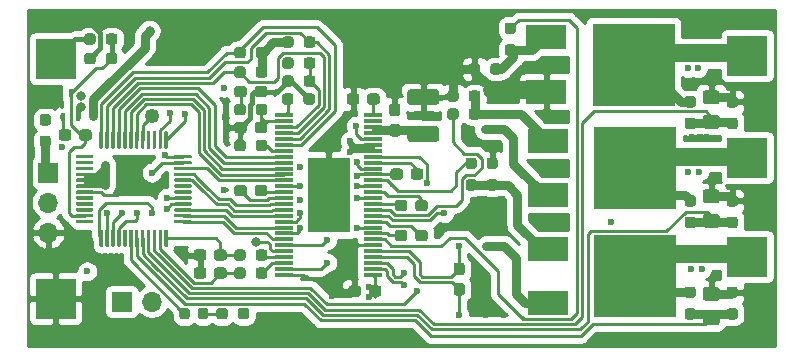
<source format=gtl>
G04 #@! TF.GenerationSoftware,KiCad,Pcbnew,5.1.10-1.fc32*
G04 #@! TF.CreationDate,2021-08-09T17:43:32+02:00*
G04 #@! TF.ProjectId,esc_brushless,6573635f-6272-4757-9368-6c6573732e6b,rev?*
G04 #@! TF.SameCoordinates,Original*
G04 #@! TF.FileFunction,Copper,L1,Top*
G04 #@! TF.FilePolarity,Positive*
%FSLAX46Y46*%
G04 Gerber Fmt 4.6, Leading zero omitted, Abs format (unit mm)*
G04 Created by KiCad (PCBNEW 5.1.10-1.fc32) date 2021-08-09 17:43:32*
%MOMM*%
%LPD*%
G01*
G04 APERTURE LIST*
G04 #@! TA.AperFunction,SMDPad,CuDef*
%ADD10R,0.450000X0.700000*%
G04 #@! TD*
G04 #@! TA.AperFunction,ComponentPad*
%ADD11R,3.400000X3.400000*%
G04 #@! TD*
G04 #@! TA.AperFunction,ComponentPad*
%ADD12R,1.700000X1.700000*%
G04 #@! TD*
G04 #@! TA.AperFunction,ComponentPad*
%ADD13O,1.700000X1.700000*%
G04 #@! TD*
G04 #@! TA.AperFunction,SMDPad,CuDef*
%ADD14R,3.500000X2.000000*%
G04 #@! TD*
G04 #@! TA.AperFunction,SMDPad,CuDef*
%ADD15R,7.000000X7.000000*%
G04 #@! TD*
G04 #@! TA.AperFunction,SMDPad,CuDef*
%ADD16O,1.250000X1.250000*%
G04 #@! TD*
G04 #@! TA.AperFunction,SMDPad,CuDef*
%ADD17R,1.550000X0.300000*%
G04 #@! TD*
G04 #@! TA.AperFunction,SMDPad,CuDef*
%ADD18R,3.610000X6.350000*%
G04 #@! TD*
G04 #@! TA.AperFunction,ViaPad*
%ADD19C,0.600000*%
G04 #@! TD*
G04 #@! TA.AperFunction,ViaPad*
%ADD20C,0.800000*%
G04 #@! TD*
G04 #@! TA.AperFunction,Conductor*
%ADD21C,1.524000*%
G04 #@! TD*
G04 #@! TA.AperFunction,Conductor*
%ADD22C,0.762000*%
G04 #@! TD*
G04 #@! TA.AperFunction,Conductor*
%ADD23C,0.250000*%
G04 #@! TD*
G04 #@! TA.AperFunction,Conductor*
%ADD24C,0.381000*%
G04 #@! TD*
G04 #@! TA.AperFunction,Conductor*
%ADD25C,0.254000*%
G04 #@! TD*
G04 #@! TA.AperFunction,Conductor*
%ADD26C,0.100000*%
G04 #@! TD*
G04 APERTURE END LIST*
G04 #@! TA.AperFunction,SMDPad,CuDef*
G36*
G01*
X248252000Y-118465000D02*
X247302000Y-118465000D01*
G75*
G02*
X247052000Y-118215000I0J250000D01*
G01*
X247052000Y-117540000D01*
G75*
G02*
X247302000Y-117290000I250000J0D01*
G01*
X248252000Y-117290000D01*
G75*
G02*
X248502000Y-117540000I0J-250000D01*
G01*
X248502000Y-118215000D01*
G75*
G02*
X248252000Y-118465000I-250000J0D01*
G01*
G37*
G04 #@! TD.AperFunction*
G04 #@! TA.AperFunction,SMDPad,CuDef*
G36*
G01*
X248252000Y-116390000D02*
X247302000Y-116390000D01*
G75*
G02*
X247052000Y-116140000I0J250000D01*
G01*
X247052000Y-115465000D01*
G75*
G02*
X247302000Y-115215000I250000J0D01*
G01*
X248252000Y-115215000D01*
G75*
G02*
X248502000Y-115465000I0J-250000D01*
G01*
X248502000Y-116140000D01*
G75*
G02*
X248252000Y-116390000I-250000J0D01*
G01*
G37*
G04 #@! TD.AperFunction*
G04 #@! TA.AperFunction,SMDPad,CuDef*
G36*
G01*
X248252000Y-108135000D02*
X247302000Y-108135000D01*
G75*
G02*
X247052000Y-107885000I0J250000D01*
G01*
X247052000Y-107210000D01*
G75*
G02*
X247302000Y-106960000I250000J0D01*
G01*
X248252000Y-106960000D01*
G75*
G02*
X248502000Y-107210000I0J-250000D01*
G01*
X248502000Y-107885000D01*
G75*
G02*
X248252000Y-108135000I-250000J0D01*
G01*
G37*
G04 #@! TD.AperFunction*
G04 #@! TA.AperFunction,SMDPad,CuDef*
G36*
G01*
X248252000Y-110210000D02*
X247302000Y-110210000D01*
G75*
G02*
X247052000Y-109960000I0J250000D01*
G01*
X247052000Y-109285000D01*
G75*
G02*
X247302000Y-109035000I250000J0D01*
G01*
X248252000Y-109035000D01*
G75*
G02*
X248502000Y-109285000I0J-250000D01*
G01*
X248502000Y-109960000D01*
G75*
G02*
X248252000Y-110210000I-250000J0D01*
G01*
G37*
G04 #@! TD.AperFunction*
G04 #@! TA.AperFunction,SMDPad,CuDef*
G36*
G01*
X248252000Y-101828000D02*
X247302000Y-101828000D01*
G75*
G02*
X247052000Y-101578000I0J250000D01*
G01*
X247052000Y-100903000D01*
G75*
G02*
X247302000Y-100653000I250000J0D01*
G01*
X248252000Y-100653000D01*
G75*
G02*
X248502000Y-100903000I0J-250000D01*
G01*
X248502000Y-101578000D01*
G75*
G02*
X248252000Y-101828000I-250000J0D01*
G01*
G37*
G04 #@! TD.AperFunction*
G04 #@! TA.AperFunction,SMDPad,CuDef*
G36*
G01*
X248252000Y-99753000D02*
X247302000Y-99753000D01*
G75*
G02*
X247052000Y-99503000I0J250000D01*
G01*
X247052000Y-98828000D01*
G75*
G02*
X247302000Y-98578000I250000J0D01*
G01*
X248252000Y-98578000D01*
G75*
G02*
X248502000Y-98828000I0J-250000D01*
G01*
X248502000Y-99503000D01*
G75*
G02*
X248252000Y-99753000I-250000J0D01*
G01*
G37*
G04 #@! TD.AperFunction*
G04 #@! TA.AperFunction,SMDPad,CuDef*
G36*
G01*
X224493002Y-102936000D02*
X222292998Y-102936000D01*
G75*
G02*
X222043000Y-102686002I0J249998D01*
G01*
X222043000Y-101860998D01*
G75*
G02*
X222292998Y-101611000I249998J0D01*
G01*
X224493002Y-101611000D01*
G75*
G02*
X224743000Y-101860998I0J-249998D01*
G01*
X224743000Y-102686002D01*
G75*
G02*
X224493002Y-102936000I-249998J0D01*
G01*
G37*
G04 #@! TD.AperFunction*
G04 #@! TA.AperFunction,SMDPad,CuDef*
G36*
G01*
X224493002Y-99811000D02*
X222292998Y-99811000D01*
G75*
G02*
X222043000Y-99561002I0J249998D01*
G01*
X222043000Y-98735998D01*
G75*
G02*
X222292998Y-98486000I249998J0D01*
G01*
X224493002Y-98486000D01*
G75*
G02*
X224743000Y-98735998I0J-249998D01*
G01*
X224743000Y-99561002D01*
G75*
G02*
X224493002Y-99811000I-249998J0D01*
G01*
G37*
G04 #@! TD.AperFunction*
G04 #@! TA.AperFunction,SMDPad,CuDef*
G36*
G01*
X219840000Y-115332500D02*
X219840000Y-115807500D01*
G75*
G02*
X219602500Y-116045000I-237500J0D01*
G01*
X219002500Y-116045000D01*
G75*
G02*
X218765000Y-115807500I0J237500D01*
G01*
X218765000Y-115332500D01*
G75*
G02*
X219002500Y-115095000I237500J0D01*
G01*
X219602500Y-115095000D01*
G75*
G02*
X219840000Y-115332500I0J-237500D01*
G01*
G37*
G04 #@! TD.AperFunction*
G04 #@! TA.AperFunction,SMDPad,CuDef*
G36*
G01*
X218115000Y-115332500D02*
X218115000Y-115807500D01*
G75*
G02*
X217877500Y-116045000I-237500J0D01*
G01*
X217277500Y-116045000D01*
G75*
G02*
X217040000Y-115807500I0J237500D01*
G01*
X217040000Y-115332500D01*
G75*
G02*
X217277500Y-115095000I237500J0D01*
G01*
X217877500Y-115095000D01*
G75*
G02*
X218115000Y-115332500I0J-237500D01*
G01*
G37*
G04 #@! TD.AperFunction*
G04 #@! TA.AperFunction,SMDPad,CuDef*
G36*
G01*
X221217500Y-100767000D02*
X220742500Y-100767000D01*
G75*
G02*
X220505000Y-100529500I0J237500D01*
G01*
X220505000Y-99929500D01*
G75*
G02*
X220742500Y-99692000I237500J0D01*
G01*
X221217500Y-99692000D01*
G75*
G02*
X221455000Y-99929500I0J-237500D01*
G01*
X221455000Y-100529500D01*
G75*
G02*
X221217500Y-100767000I-237500J0D01*
G01*
G37*
G04 #@! TD.AperFunction*
G04 #@! TA.AperFunction,SMDPad,CuDef*
G36*
G01*
X221217500Y-102492000D02*
X220742500Y-102492000D01*
G75*
G02*
X220505000Y-102254500I0J237500D01*
G01*
X220505000Y-101654500D01*
G75*
G02*
X220742500Y-101417000I237500J0D01*
G01*
X221217500Y-101417000D01*
G75*
G02*
X221455000Y-101654500I0J-237500D01*
G01*
X221455000Y-102254500D01*
G75*
G02*
X221217500Y-102492000I-237500J0D01*
G01*
G37*
G04 #@! TD.AperFunction*
G04 #@! TA.AperFunction,SMDPad,CuDef*
G36*
G01*
X205034000Y-112284500D02*
X205034000Y-112759500D01*
G75*
G02*
X204796500Y-112997000I-237500J0D01*
G01*
X204196500Y-112997000D01*
G75*
G02*
X203959000Y-112759500I0J237500D01*
G01*
X203959000Y-112284500D01*
G75*
G02*
X204196500Y-112047000I237500J0D01*
G01*
X204796500Y-112047000D01*
G75*
G02*
X205034000Y-112284500I0J-237500D01*
G01*
G37*
G04 #@! TD.AperFunction*
G04 #@! TA.AperFunction,SMDPad,CuDef*
G36*
G01*
X206759000Y-112284500D02*
X206759000Y-112759500D01*
G75*
G02*
X206521500Y-112997000I-237500J0D01*
G01*
X205921500Y-112997000D01*
G75*
G02*
X205684000Y-112759500I0J237500D01*
G01*
X205684000Y-112284500D01*
G75*
G02*
X205921500Y-112047000I237500J0D01*
G01*
X206521500Y-112047000D01*
G75*
G02*
X206759000Y-112284500I0J-237500D01*
G01*
G37*
G04 #@! TD.AperFunction*
G04 #@! TA.AperFunction,SMDPad,CuDef*
G36*
G01*
X206759000Y-113808500D02*
X206759000Y-114283500D01*
G75*
G02*
X206521500Y-114521000I-237500J0D01*
G01*
X205921500Y-114521000D01*
G75*
G02*
X205684000Y-114283500I0J237500D01*
G01*
X205684000Y-113808500D01*
G75*
G02*
X205921500Y-113571000I237500J0D01*
G01*
X206521500Y-113571000D01*
G75*
G02*
X206759000Y-113808500I0J-237500D01*
G01*
G37*
G04 #@! TD.AperFunction*
G04 #@! TA.AperFunction,SMDPad,CuDef*
G36*
G01*
X205034000Y-113808500D02*
X205034000Y-114283500D01*
G75*
G02*
X204796500Y-114521000I-237500J0D01*
G01*
X204196500Y-114521000D01*
G75*
G02*
X203959000Y-114283500I0J237500D01*
G01*
X203959000Y-113808500D01*
G75*
G02*
X204196500Y-113571000I237500J0D01*
G01*
X204796500Y-113571000D01*
G75*
G02*
X205034000Y-113808500I0J-237500D01*
G01*
G37*
G04 #@! TD.AperFunction*
G04 #@! TA.AperFunction,SMDPad,CuDef*
G36*
G01*
X219713000Y-99076500D02*
X219713000Y-99551500D01*
G75*
G02*
X219475500Y-99789000I-237500J0D01*
G01*
X218875500Y-99789000D01*
G75*
G02*
X218638000Y-99551500I0J237500D01*
G01*
X218638000Y-99076500D01*
G75*
G02*
X218875500Y-98839000I237500J0D01*
G01*
X219475500Y-98839000D01*
G75*
G02*
X219713000Y-99076500I0J-237500D01*
G01*
G37*
G04 #@! TD.AperFunction*
G04 #@! TA.AperFunction,SMDPad,CuDef*
G36*
G01*
X217988000Y-99076500D02*
X217988000Y-99551500D01*
G75*
G02*
X217750500Y-99789000I-237500J0D01*
G01*
X217150500Y-99789000D01*
G75*
G02*
X216913000Y-99551500I0J237500D01*
G01*
X216913000Y-99076500D01*
G75*
G02*
X217150500Y-98839000I237500J0D01*
G01*
X217750500Y-98839000D01*
G75*
G02*
X217988000Y-99076500I0J-237500D01*
G01*
G37*
G04 #@! TD.AperFunction*
G04 #@! TA.AperFunction,SMDPad,CuDef*
G36*
G01*
X220596000Y-105901500D02*
X220596000Y-105426500D01*
G75*
G02*
X220833500Y-105189000I237500J0D01*
G01*
X221433500Y-105189000D01*
G75*
G02*
X221671000Y-105426500I0J-237500D01*
G01*
X221671000Y-105901500D01*
G75*
G02*
X221433500Y-106139000I-237500J0D01*
G01*
X220833500Y-106139000D01*
G75*
G02*
X220596000Y-105901500I0J237500D01*
G01*
G37*
G04 #@! TD.AperFunction*
G04 #@! TA.AperFunction,SMDPad,CuDef*
G36*
G01*
X222321000Y-105901500D02*
X222321000Y-105426500D01*
G75*
G02*
X222558500Y-105189000I237500J0D01*
G01*
X223158500Y-105189000D01*
G75*
G02*
X223396000Y-105426500I0J-237500D01*
G01*
X223396000Y-105901500D01*
G75*
G02*
X223158500Y-106139000I-237500J0D01*
G01*
X222558500Y-106139000D01*
G75*
G02*
X222321000Y-105901500I0J237500D01*
G01*
G37*
G04 #@! TD.AperFunction*
G04 #@! TA.AperFunction,SMDPad,CuDef*
G36*
G01*
X222702000Y-108568500D02*
X222702000Y-108093500D01*
G75*
G02*
X222939500Y-107856000I237500J0D01*
G01*
X223539500Y-107856000D01*
G75*
G02*
X223777000Y-108093500I0J-237500D01*
G01*
X223777000Y-108568500D01*
G75*
G02*
X223539500Y-108806000I-237500J0D01*
G01*
X222939500Y-108806000D01*
G75*
G02*
X222702000Y-108568500I0J237500D01*
G01*
G37*
G04 #@! TD.AperFunction*
G04 #@! TA.AperFunction,SMDPad,CuDef*
G36*
G01*
X220977000Y-108568500D02*
X220977000Y-108093500D01*
G75*
G02*
X221214500Y-107856000I237500J0D01*
G01*
X221814500Y-107856000D01*
G75*
G02*
X222052000Y-108093500I0J-237500D01*
G01*
X222052000Y-108568500D01*
G75*
G02*
X221814500Y-108806000I-237500J0D01*
G01*
X221214500Y-108806000D01*
G75*
G02*
X220977000Y-108568500I0J237500D01*
G01*
G37*
G04 #@! TD.AperFunction*
G04 #@! TA.AperFunction,SMDPad,CuDef*
G36*
G01*
X220977000Y-111108500D02*
X220977000Y-110633500D01*
G75*
G02*
X221214500Y-110396000I237500J0D01*
G01*
X221814500Y-110396000D01*
G75*
G02*
X222052000Y-110633500I0J-237500D01*
G01*
X222052000Y-111108500D01*
G75*
G02*
X221814500Y-111346000I-237500J0D01*
G01*
X221214500Y-111346000D01*
G75*
G02*
X220977000Y-111108500I0J237500D01*
G01*
G37*
G04 #@! TD.AperFunction*
G04 #@! TA.AperFunction,SMDPad,CuDef*
G36*
G01*
X222702000Y-111108500D02*
X222702000Y-110633500D01*
G75*
G02*
X222939500Y-110396000I237500J0D01*
G01*
X223539500Y-110396000D01*
G75*
G02*
X223777000Y-110633500I0J-237500D01*
G01*
X223777000Y-111108500D01*
G75*
G02*
X223539500Y-111346000I-237500J0D01*
G01*
X222939500Y-111346000D01*
G75*
G02*
X222702000Y-111108500I0J237500D01*
G01*
G37*
G04 #@! TD.AperFunction*
G04 #@! TA.AperFunction,SMDPad,CuDef*
G36*
G01*
X208463000Y-106823500D02*
X208463000Y-107298500D01*
G75*
G02*
X208225500Y-107536000I-237500J0D01*
G01*
X207625500Y-107536000D01*
G75*
G02*
X207388000Y-107298500I0J237500D01*
G01*
X207388000Y-106823500D01*
G75*
G02*
X207625500Y-106586000I237500J0D01*
G01*
X208225500Y-106586000D01*
G75*
G02*
X208463000Y-106823500I0J-237500D01*
G01*
G37*
G04 #@! TD.AperFunction*
G04 #@! TA.AperFunction,SMDPad,CuDef*
G36*
G01*
X210188000Y-106823500D02*
X210188000Y-107298500D01*
G75*
G02*
X209950500Y-107536000I-237500J0D01*
G01*
X209350500Y-107536000D01*
G75*
G02*
X209113000Y-107298500I0J237500D01*
G01*
X209113000Y-106823500D01*
G75*
G02*
X209350500Y-106586000I237500J0D01*
G01*
X209950500Y-106586000D01*
G75*
G02*
X210188000Y-106823500I0J-237500D01*
G01*
G37*
G04 #@! TD.AperFunction*
G04 #@! TA.AperFunction,SMDPad,CuDef*
G36*
G01*
X207388000Y-98916500D02*
X207388000Y-98441500D01*
G75*
G02*
X207625500Y-98204000I237500J0D01*
G01*
X208225500Y-98204000D01*
G75*
G02*
X208463000Y-98441500I0J-237500D01*
G01*
X208463000Y-98916500D01*
G75*
G02*
X208225500Y-99154000I-237500J0D01*
G01*
X207625500Y-99154000D01*
G75*
G02*
X207388000Y-98916500I0J237500D01*
G01*
G37*
G04 #@! TD.AperFunction*
G04 #@! TA.AperFunction,SMDPad,CuDef*
G36*
G01*
X209113000Y-98916500D02*
X209113000Y-98441500D01*
G75*
G02*
X209350500Y-98204000I237500J0D01*
G01*
X209950500Y-98204000D01*
G75*
G02*
X210188000Y-98441500I0J-237500D01*
G01*
X210188000Y-98916500D01*
G75*
G02*
X209950500Y-99154000I-237500J0D01*
G01*
X209350500Y-99154000D01*
G75*
G02*
X209113000Y-98916500I0J237500D01*
G01*
G37*
G04 #@! TD.AperFunction*
G04 #@! TA.AperFunction,SMDPad,CuDef*
G36*
G01*
X208463000Y-101489500D02*
X208463000Y-101964500D01*
G75*
G02*
X208225500Y-102202000I-237500J0D01*
G01*
X207625500Y-102202000D01*
G75*
G02*
X207388000Y-101964500I0J237500D01*
G01*
X207388000Y-101489500D01*
G75*
G02*
X207625500Y-101252000I237500J0D01*
G01*
X208225500Y-101252000D01*
G75*
G02*
X208463000Y-101489500I0J-237500D01*
G01*
G37*
G04 #@! TD.AperFunction*
G04 #@! TA.AperFunction,SMDPad,CuDef*
G36*
G01*
X210188000Y-101489500D02*
X210188000Y-101964500D01*
G75*
G02*
X209950500Y-102202000I-237500J0D01*
G01*
X209350500Y-102202000D01*
G75*
G02*
X209113000Y-101964500I0J237500D01*
G01*
X209113000Y-101489500D01*
G75*
G02*
X209350500Y-101252000I237500J0D01*
G01*
X209950500Y-101252000D01*
G75*
G02*
X210188000Y-101489500I0J-237500D01*
G01*
G37*
G04 #@! TD.AperFunction*
G04 #@! TA.AperFunction,SMDPad,CuDef*
G36*
G01*
X195329000Y-102124500D02*
X195329000Y-102599500D01*
G75*
G02*
X195091500Y-102837000I-237500J0D01*
G01*
X194491500Y-102837000D01*
G75*
G02*
X194254000Y-102599500I0J237500D01*
G01*
X194254000Y-102124500D01*
G75*
G02*
X194491500Y-101887000I237500J0D01*
G01*
X195091500Y-101887000D01*
G75*
G02*
X195329000Y-102124500I0J-237500D01*
G01*
G37*
G04 #@! TD.AperFunction*
G04 #@! TA.AperFunction,SMDPad,CuDef*
G36*
G01*
X193604000Y-102124500D02*
X193604000Y-102599500D01*
G75*
G02*
X193366500Y-102837000I-237500J0D01*
G01*
X192766500Y-102837000D01*
G75*
G02*
X192529000Y-102599500I0J237500D01*
G01*
X192529000Y-102124500D01*
G75*
G02*
X192766500Y-101887000I237500J0D01*
G01*
X193366500Y-101887000D01*
G75*
G02*
X193604000Y-102124500I0J-237500D01*
G01*
G37*
G04 #@! TD.AperFunction*
G04 #@! TA.AperFunction,SMDPad,CuDef*
G36*
G01*
X202737000Y-117731250D02*
X202737000Y-117218750D01*
G75*
G02*
X202955750Y-117000000I218750J0D01*
G01*
X203393250Y-117000000D01*
G75*
G02*
X203612000Y-117218750I0J-218750D01*
G01*
X203612000Y-117731250D01*
G75*
G02*
X203393250Y-117950000I-218750J0D01*
G01*
X202955750Y-117950000D01*
G75*
G02*
X202737000Y-117731250I0J218750D01*
G01*
G37*
G04 #@! TD.AperFunction*
G04 #@! TA.AperFunction,SMDPad,CuDef*
G36*
G01*
X204312000Y-117731250D02*
X204312000Y-117218750D01*
G75*
G02*
X204530750Y-117000000I218750J0D01*
G01*
X204968250Y-117000000D01*
G75*
G02*
X205187000Y-117218750I0J-218750D01*
G01*
X205187000Y-117731250D01*
G75*
G02*
X204968250Y-117950000I-218750J0D01*
G01*
X204530750Y-117950000D01*
G75*
G02*
X204312000Y-117731250I0J218750D01*
G01*
G37*
G04 #@! TD.AperFunction*
D10*
X192898000Y-100822000D03*
X194198000Y-100822000D03*
X193548000Y-98822000D03*
D11*
X192278000Y-95885000D03*
X192278000Y-116205000D03*
D12*
X191643000Y-105537000D03*
D13*
X191643000Y-108077000D03*
X191643000Y-110617000D03*
D12*
X197866000Y-116459000D03*
D13*
X200406000Y-116459000D03*
D11*
X250825000Y-112649000D03*
X250825000Y-104267000D03*
X250825000Y-95631000D03*
D14*
X233931000Y-112000000D03*
X233931000Y-116580000D03*
D15*
X241331000Y-114300000D03*
X241331000Y-105156000D03*
D14*
X233931000Y-107436000D03*
X233931000Y-102856000D03*
D15*
X241204000Y-96393000D03*
D14*
X233804000Y-98673000D03*
X233804000Y-94093000D03*
G04 #@! TA.AperFunction,SMDPad,CuDef*
G36*
G01*
X191151500Y-100581000D02*
X191626500Y-100581000D01*
G75*
G02*
X191864000Y-100818500I0J-237500D01*
G01*
X191864000Y-101318500D01*
G75*
G02*
X191626500Y-101556000I-237500J0D01*
G01*
X191151500Y-101556000D01*
G75*
G02*
X190914000Y-101318500I0J237500D01*
G01*
X190914000Y-100818500D01*
G75*
G02*
X191151500Y-100581000I237500J0D01*
G01*
G37*
G04 #@! TD.AperFunction*
G04 #@! TA.AperFunction,SMDPad,CuDef*
G36*
G01*
X191151500Y-102406000D02*
X191626500Y-102406000D01*
G75*
G02*
X191864000Y-102643500I0J-237500D01*
G01*
X191864000Y-103143500D01*
G75*
G02*
X191626500Y-103381000I-237500J0D01*
G01*
X191151500Y-103381000D01*
G75*
G02*
X190914000Y-103143500I0J237500D01*
G01*
X190914000Y-102643500D01*
G75*
G02*
X191151500Y-102406000I237500J0D01*
G01*
G37*
G04 #@! TD.AperFunction*
G04 #@! TA.AperFunction,SMDPad,CuDef*
G36*
G01*
X205864000Y-117712500D02*
X205864000Y-117237500D01*
G75*
G02*
X206101500Y-117000000I237500J0D01*
G01*
X206601500Y-117000000D01*
G75*
G02*
X206839000Y-117237500I0J-237500D01*
G01*
X206839000Y-117712500D01*
G75*
G02*
X206601500Y-117950000I-237500J0D01*
G01*
X206101500Y-117950000D01*
G75*
G02*
X205864000Y-117712500I0J237500D01*
G01*
G37*
G04 #@! TD.AperFunction*
G04 #@! TA.AperFunction,SMDPad,CuDef*
G36*
G01*
X207689000Y-117712500D02*
X207689000Y-117237500D01*
G75*
G02*
X207926500Y-117000000I237500J0D01*
G01*
X208426500Y-117000000D01*
G75*
G02*
X208664000Y-117237500I0J-237500D01*
G01*
X208664000Y-117712500D01*
G75*
G02*
X208426500Y-117950000I-237500J0D01*
G01*
X207926500Y-117950000D01*
G75*
G02*
X207689000Y-117712500I0J237500D01*
G01*
G37*
G04 #@! TD.AperFunction*
G04 #@! TA.AperFunction,SMDPad,CuDef*
G36*
G01*
X227694500Y-105239000D02*
X227219500Y-105239000D01*
G75*
G02*
X226982000Y-105001500I0J237500D01*
G01*
X226982000Y-104501500D01*
G75*
G02*
X227219500Y-104264000I237500J0D01*
G01*
X227694500Y-104264000D01*
G75*
G02*
X227932000Y-104501500I0J-237500D01*
G01*
X227932000Y-105001500D01*
G75*
G02*
X227694500Y-105239000I-237500J0D01*
G01*
G37*
G04 #@! TD.AperFunction*
G04 #@! TA.AperFunction,SMDPad,CuDef*
G36*
G01*
X227694500Y-107064000D02*
X227219500Y-107064000D01*
G75*
G02*
X226982000Y-106826500I0J237500D01*
G01*
X226982000Y-106326500D01*
G75*
G02*
X227219500Y-106089000I237500J0D01*
G01*
X227694500Y-106089000D01*
G75*
G02*
X227932000Y-106326500I0J-237500D01*
G01*
X227932000Y-106826500D01*
G75*
G02*
X227694500Y-107064000I-237500J0D01*
G01*
G37*
G04 #@! TD.AperFunction*
G04 #@! TA.AperFunction,SMDPad,CuDef*
G36*
G01*
X228222000Y-100346500D02*
X228222000Y-100821500D01*
G75*
G02*
X227984500Y-101059000I-237500J0D01*
G01*
X227484500Y-101059000D01*
G75*
G02*
X227247000Y-100821500I0J237500D01*
G01*
X227247000Y-100346500D01*
G75*
G02*
X227484500Y-100109000I237500J0D01*
G01*
X227984500Y-100109000D01*
G75*
G02*
X228222000Y-100346500I0J-237500D01*
G01*
G37*
G04 #@! TD.AperFunction*
G04 #@! TA.AperFunction,SMDPad,CuDef*
G36*
G01*
X226397000Y-100346500D02*
X226397000Y-100821500D01*
G75*
G02*
X226159500Y-101059000I-237500J0D01*
G01*
X225659500Y-101059000D01*
G75*
G02*
X225422000Y-100821500I0J237500D01*
G01*
X225422000Y-100346500D01*
G75*
G02*
X225659500Y-100109000I237500J0D01*
G01*
X226159500Y-100109000D01*
G75*
G02*
X226397000Y-100346500I0J-237500D01*
G01*
G37*
G04 #@! TD.AperFunction*
G04 #@! TA.AperFunction,SMDPad,CuDef*
G36*
G01*
X230996500Y-93809000D02*
X230521500Y-93809000D01*
G75*
G02*
X230284000Y-93571500I0J237500D01*
G01*
X230284000Y-93071500D01*
G75*
G02*
X230521500Y-92834000I237500J0D01*
G01*
X230996500Y-92834000D01*
G75*
G02*
X231234000Y-93071500I0J-237500D01*
G01*
X231234000Y-93571500D01*
G75*
G02*
X230996500Y-93809000I-237500J0D01*
G01*
G37*
G04 #@! TD.AperFunction*
G04 #@! TA.AperFunction,SMDPad,CuDef*
G36*
G01*
X230996500Y-95634000D02*
X230521500Y-95634000D01*
G75*
G02*
X230284000Y-95396500I0J237500D01*
G01*
X230284000Y-94896500D01*
G75*
G02*
X230521500Y-94659000I237500J0D01*
G01*
X230996500Y-94659000D01*
G75*
G02*
X231234000Y-94896500I0J-237500D01*
G01*
X231234000Y-95396500D01*
G75*
G02*
X230996500Y-95634000I-237500J0D01*
G01*
G37*
G04 #@! TD.AperFunction*
G04 #@! TA.AperFunction,SMDPad,CuDef*
G36*
G01*
X229472500Y-107064000D02*
X228997500Y-107064000D01*
G75*
G02*
X228760000Y-106826500I0J237500D01*
G01*
X228760000Y-106326500D01*
G75*
G02*
X228997500Y-106089000I237500J0D01*
G01*
X229472500Y-106089000D01*
G75*
G02*
X229710000Y-106326500I0J-237500D01*
G01*
X229710000Y-106826500D01*
G75*
G02*
X229472500Y-107064000I-237500J0D01*
G01*
G37*
G04 #@! TD.AperFunction*
G04 #@! TA.AperFunction,SMDPad,CuDef*
G36*
G01*
X229472500Y-105239000D02*
X228997500Y-105239000D01*
G75*
G02*
X228760000Y-105001500I0J237500D01*
G01*
X228760000Y-104501500D01*
G75*
G02*
X228997500Y-104264000I237500J0D01*
G01*
X229472500Y-104264000D01*
G75*
G02*
X229710000Y-104501500I0J-237500D01*
G01*
X229710000Y-105001500D01*
G75*
G02*
X229472500Y-105239000I-237500J0D01*
G01*
G37*
G04 #@! TD.AperFunction*
G04 #@! TA.AperFunction,SMDPad,CuDef*
G36*
G01*
X226397000Y-98822500D02*
X226397000Y-99297500D01*
G75*
G02*
X226159500Y-99535000I-237500J0D01*
G01*
X225659500Y-99535000D01*
G75*
G02*
X225422000Y-99297500I0J237500D01*
G01*
X225422000Y-98822500D01*
G75*
G02*
X225659500Y-98585000I237500J0D01*
G01*
X226159500Y-98585000D01*
G75*
G02*
X226397000Y-98822500I0J-237500D01*
G01*
G37*
G04 #@! TD.AperFunction*
G04 #@! TA.AperFunction,SMDPad,CuDef*
G36*
G01*
X228222000Y-98822500D02*
X228222000Y-99297500D01*
G75*
G02*
X227984500Y-99535000I-237500J0D01*
G01*
X227484500Y-99535000D01*
G75*
G02*
X227247000Y-99297500I0J237500D01*
G01*
X227247000Y-98822500D01*
G75*
G02*
X227484500Y-98585000I237500J0D01*
G01*
X227984500Y-98585000D01*
G75*
G02*
X228222000Y-98822500I0J-237500D01*
G01*
G37*
G04 #@! TD.AperFunction*
G04 #@! TA.AperFunction,SMDPad,CuDef*
G36*
G01*
X230040000Y-96536500D02*
X230040000Y-97011500D01*
G75*
G02*
X229802500Y-97249000I-237500J0D01*
G01*
X229302500Y-97249000D01*
G75*
G02*
X229065000Y-97011500I0J237500D01*
G01*
X229065000Y-96536500D01*
G75*
G02*
X229302500Y-96299000I237500J0D01*
G01*
X229802500Y-96299000D01*
G75*
G02*
X230040000Y-96536500I0J-237500D01*
G01*
G37*
G04 #@! TD.AperFunction*
G04 #@! TA.AperFunction,SMDPad,CuDef*
G36*
G01*
X228215000Y-96536500D02*
X228215000Y-97011500D01*
G75*
G02*
X227977500Y-97249000I-237500J0D01*
G01*
X227477500Y-97249000D01*
G75*
G02*
X227240000Y-97011500I0J237500D01*
G01*
X227240000Y-96536500D01*
G75*
G02*
X227477500Y-96299000I237500J0D01*
G01*
X227977500Y-96299000D01*
G75*
G02*
X228215000Y-96536500I0J-237500D01*
G01*
G37*
G04 #@! TD.AperFunction*
G04 #@! TA.AperFunction,SMDPad,CuDef*
G36*
G01*
X246236500Y-117986000D02*
X245761500Y-117986000D01*
G75*
G02*
X245524000Y-117748500I0J237500D01*
G01*
X245524000Y-117248500D01*
G75*
G02*
X245761500Y-117011000I237500J0D01*
G01*
X246236500Y-117011000D01*
G75*
G02*
X246474000Y-117248500I0J-237500D01*
G01*
X246474000Y-117748500D01*
G75*
G02*
X246236500Y-117986000I-237500J0D01*
G01*
G37*
G04 #@! TD.AperFunction*
G04 #@! TA.AperFunction,SMDPad,CuDef*
G36*
G01*
X246236500Y-116161000D02*
X245761500Y-116161000D01*
G75*
G02*
X245524000Y-115923500I0J237500D01*
G01*
X245524000Y-115423500D01*
G75*
G02*
X245761500Y-115186000I237500J0D01*
G01*
X246236500Y-115186000D01*
G75*
G02*
X246474000Y-115423500I0J-237500D01*
G01*
X246474000Y-115923500D01*
G75*
G02*
X246236500Y-116161000I-237500J0D01*
G01*
G37*
G04 #@! TD.AperFunction*
G04 #@! TA.AperFunction,SMDPad,CuDef*
G36*
G01*
X249317500Y-117011000D02*
X249792500Y-117011000D01*
G75*
G02*
X250030000Y-117248500I0J-237500D01*
G01*
X250030000Y-117748500D01*
G75*
G02*
X249792500Y-117986000I-237500J0D01*
G01*
X249317500Y-117986000D01*
G75*
G02*
X249080000Y-117748500I0J237500D01*
G01*
X249080000Y-117248500D01*
G75*
G02*
X249317500Y-117011000I237500J0D01*
G01*
G37*
G04 #@! TD.AperFunction*
G04 #@! TA.AperFunction,SMDPad,CuDef*
G36*
G01*
X249317500Y-115186000D02*
X249792500Y-115186000D01*
G75*
G02*
X250030000Y-115423500I0J-237500D01*
G01*
X250030000Y-115923500D01*
G75*
G02*
X249792500Y-116161000I-237500J0D01*
G01*
X249317500Y-116161000D01*
G75*
G02*
X249080000Y-115923500I0J237500D01*
G01*
X249080000Y-115423500D01*
G75*
G02*
X249317500Y-115186000I237500J0D01*
G01*
G37*
G04 #@! TD.AperFunction*
G04 #@! TA.AperFunction,SMDPad,CuDef*
G36*
G01*
X246236500Y-108414000D02*
X245761500Y-108414000D01*
G75*
G02*
X245524000Y-108176500I0J237500D01*
G01*
X245524000Y-107676500D01*
G75*
G02*
X245761500Y-107439000I237500J0D01*
G01*
X246236500Y-107439000D01*
G75*
G02*
X246474000Y-107676500I0J-237500D01*
G01*
X246474000Y-108176500D01*
G75*
G02*
X246236500Y-108414000I-237500J0D01*
G01*
G37*
G04 #@! TD.AperFunction*
G04 #@! TA.AperFunction,SMDPad,CuDef*
G36*
G01*
X246236500Y-110239000D02*
X245761500Y-110239000D01*
G75*
G02*
X245524000Y-110001500I0J237500D01*
G01*
X245524000Y-109501500D01*
G75*
G02*
X245761500Y-109264000I237500J0D01*
G01*
X246236500Y-109264000D01*
G75*
G02*
X246474000Y-109501500I0J-237500D01*
G01*
X246474000Y-110001500D01*
G75*
G02*
X246236500Y-110239000I-237500J0D01*
G01*
G37*
G04 #@! TD.AperFunction*
G04 #@! TA.AperFunction,SMDPad,CuDef*
G36*
G01*
X249317500Y-107439000D02*
X249792500Y-107439000D01*
G75*
G02*
X250030000Y-107676500I0J-237500D01*
G01*
X250030000Y-108176500D01*
G75*
G02*
X249792500Y-108414000I-237500J0D01*
G01*
X249317500Y-108414000D01*
G75*
G02*
X249080000Y-108176500I0J237500D01*
G01*
X249080000Y-107676500D01*
G75*
G02*
X249317500Y-107439000I237500J0D01*
G01*
G37*
G04 #@! TD.AperFunction*
G04 #@! TA.AperFunction,SMDPad,CuDef*
G36*
G01*
X249317500Y-109264000D02*
X249792500Y-109264000D01*
G75*
G02*
X250030000Y-109501500I0J-237500D01*
G01*
X250030000Y-110001500D01*
G75*
G02*
X249792500Y-110239000I-237500J0D01*
G01*
X249317500Y-110239000D01*
G75*
G02*
X249080000Y-110001500I0J237500D01*
G01*
X249080000Y-109501500D01*
G75*
G02*
X249317500Y-109264000I237500J0D01*
G01*
G37*
G04 #@! TD.AperFunction*
G04 #@! TA.AperFunction,SMDPad,CuDef*
G36*
G01*
X246236500Y-101857000D02*
X245761500Y-101857000D01*
G75*
G02*
X245524000Y-101619500I0J237500D01*
G01*
X245524000Y-101119500D01*
G75*
G02*
X245761500Y-100882000I237500J0D01*
G01*
X246236500Y-100882000D01*
G75*
G02*
X246474000Y-101119500I0J-237500D01*
G01*
X246474000Y-101619500D01*
G75*
G02*
X246236500Y-101857000I-237500J0D01*
G01*
G37*
G04 #@! TD.AperFunction*
G04 #@! TA.AperFunction,SMDPad,CuDef*
G36*
G01*
X246236500Y-100032000D02*
X245761500Y-100032000D01*
G75*
G02*
X245524000Y-99794500I0J237500D01*
G01*
X245524000Y-99294500D01*
G75*
G02*
X245761500Y-99057000I237500J0D01*
G01*
X246236500Y-99057000D01*
G75*
G02*
X246474000Y-99294500I0J-237500D01*
G01*
X246474000Y-99794500D01*
G75*
G02*
X246236500Y-100032000I-237500J0D01*
G01*
G37*
G04 #@! TD.AperFunction*
G04 #@! TA.AperFunction,SMDPad,CuDef*
G36*
G01*
X249317500Y-100882000D02*
X249792500Y-100882000D01*
G75*
G02*
X250030000Y-101119500I0J-237500D01*
G01*
X250030000Y-101619500D01*
G75*
G02*
X249792500Y-101857000I-237500J0D01*
G01*
X249317500Y-101857000D01*
G75*
G02*
X249080000Y-101619500I0J237500D01*
G01*
X249080000Y-101119500D01*
G75*
G02*
X249317500Y-100882000I237500J0D01*
G01*
G37*
G04 #@! TD.AperFunction*
G04 #@! TA.AperFunction,SMDPad,CuDef*
G36*
G01*
X249317500Y-99057000D02*
X249792500Y-99057000D01*
G75*
G02*
X250030000Y-99294500I0J-237500D01*
G01*
X250030000Y-99794500D01*
G75*
G02*
X249792500Y-100032000I-237500J0D01*
G01*
X249317500Y-100032000D01*
G75*
G02*
X249080000Y-99794500I0J237500D01*
G01*
X249080000Y-99294500D01*
G75*
G02*
X249317500Y-99057000I237500J0D01*
G01*
G37*
G04 #@! TD.AperFunction*
G04 #@! TA.AperFunction,SMDPad,CuDef*
G36*
G01*
X211452000Y-94725500D02*
X211452000Y-94250500D01*
G75*
G02*
X211689500Y-94013000I237500J0D01*
G01*
X212189500Y-94013000D01*
G75*
G02*
X212427000Y-94250500I0J-237500D01*
G01*
X212427000Y-94725500D01*
G75*
G02*
X212189500Y-94963000I-237500J0D01*
G01*
X211689500Y-94963000D01*
G75*
G02*
X211452000Y-94725500I0J237500D01*
G01*
G37*
G04 #@! TD.AperFunction*
G04 #@! TA.AperFunction,SMDPad,CuDef*
G36*
G01*
X213277000Y-94725500D02*
X213277000Y-94250500D01*
G75*
G02*
X213514500Y-94013000I237500J0D01*
G01*
X214014500Y-94013000D01*
G75*
G02*
X214252000Y-94250500I0J-237500D01*
G01*
X214252000Y-94725500D01*
G75*
G02*
X214014500Y-94963000I-237500J0D01*
G01*
X213514500Y-94963000D01*
G75*
G02*
X213277000Y-94725500I0J237500D01*
G01*
G37*
G04 #@! TD.AperFunction*
G04 #@! TA.AperFunction,SMDPad,CuDef*
G36*
G01*
X210188000Y-103013500D02*
X210188000Y-103488500D01*
G75*
G02*
X209950500Y-103726000I-237500J0D01*
G01*
X209450500Y-103726000D01*
G75*
G02*
X209213000Y-103488500I0J237500D01*
G01*
X209213000Y-103013500D01*
G75*
G02*
X209450500Y-102776000I237500J0D01*
G01*
X209950500Y-102776000D01*
G75*
G02*
X210188000Y-103013500I0J-237500D01*
G01*
G37*
G04 #@! TD.AperFunction*
G04 #@! TA.AperFunction,SMDPad,CuDef*
G36*
G01*
X208363000Y-103013500D02*
X208363000Y-103488500D01*
G75*
G02*
X208125500Y-103726000I-237500J0D01*
G01*
X207625500Y-103726000D01*
G75*
G02*
X207388000Y-103488500I0J237500D01*
G01*
X207388000Y-103013500D01*
G75*
G02*
X207625500Y-102776000I237500J0D01*
G01*
X208125500Y-102776000D01*
G75*
G02*
X208363000Y-103013500I0J-237500D01*
G01*
G37*
G04 #@! TD.AperFunction*
G04 #@! TA.AperFunction,SMDPad,CuDef*
G36*
G01*
X209213000Y-95614500D02*
X209213000Y-95139500D01*
G75*
G02*
X209450500Y-94902000I237500J0D01*
G01*
X209950500Y-94902000D01*
G75*
G02*
X210188000Y-95139500I0J-237500D01*
G01*
X210188000Y-95614500D01*
G75*
G02*
X209950500Y-95852000I-237500J0D01*
G01*
X209450500Y-95852000D01*
G75*
G02*
X209213000Y-95614500I0J237500D01*
G01*
G37*
G04 #@! TD.AperFunction*
G04 #@! TA.AperFunction,SMDPad,CuDef*
G36*
G01*
X207388000Y-95614500D02*
X207388000Y-95139500D01*
G75*
G02*
X207625500Y-94902000I237500J0D01*
G01*
X208125500Y-94902000D01*
G75*
G02*
X208363000Y-95139500I0J-237500D01*
G01*
X208363000Y-95614500D01*
G75*
G02*
X208125500Y-95852000I-237500J0D01*
G01*
X207625500Y-95852000D01*
G75*
G02*
X207388000Y-95614500I0J237500D01*
G01*
G37*
G04 #@! TD.AperFunction*
G04 #@! TA.AperFunction,SMDPad,CuDef*
G36*
G01*
X210188000Y-112284500D02*
X210188000Y-112759500D01*
G75*
G02*
X209950500Y-112997000I-237500J0D01*
G01*
X209450500Y-112997000D01*
G75*
G02*
X209213000Y-112759500I0J237500D01*
G01*
X209213000Y-112284500D01*
G75*
G02*
X209450500Y-112047000I237500J0D01*
G01*
X209950500Y-112047000D01*
G75*
G02*
X210188000Y-112284500I0J-237500D01*
G01*
G37*
G04 #@! TD.AperFunction*
G04 #@! TA.AperFunction,SMDPad,CuDef*
G36*
G01*
X208363000Y-112284500D02*
X208363000Y-112759500D01*
G75*
G02*
X208125500Y-112997000I-237500J0D01*
G01*
X207625500Y-112997000D01*
G75*
G02*
X207388000Y-112759500I0J237500D01*
G01*
X207388000Y-112284500D01*
G75*
G02*
X207625500Y-112047000I237500J0D01*
G01*
X208125500Y-112047000D01*
G75*
G02*
X208363000Y-112284500I0J-237500D01*
G01*
G37*
G04 #@! TD.AperFunction*
G04 #@! TA.AperFunction,SMDPad,CuDef*
G36*
G01*
X208363000Y-113808500D02*
X208363000Y-114283500D01*
G75*
G02*
X208125500Y-114521000I-237500J0D01*
G01*
X207625500Y-114521000D01*
G75*
G02*
X207388000Y-114283500I0J237500D01*
G01*
X207388000Y-113808500D01*
G75*
G02*
X207625500Y-113571000I237500J0D01*
G01*
X208125500Y-113571000D01*
G75*
G02*
X208363000Y-113808500I0J-237500D01*
G01*
G37*
G04 #@! TD.AperFunction*
G04 #@! TA.AperFunction,SMDPad,CuDef*
G36*
G01*
X210188000Y-113808500D02*
X210188000Y-114283500D01*
G75*
G02*
X209950500Y-114521000I-237500J0D01*
G01*
X209450500Y-114521000D01*
G75*
G02*
X209213000Y-114283500I0J237500D01*
G01*
X209213000Y-113808500D01*
G75*
G02*
X209450500Y-113571000I237500J0D01*
G01*
X209950500Y-113571000D01*
G75*
G02*
X210188000Y-113808500I0J-237500D01*
G01*
G37*
G04 #@! TD.AperFunction*
G04 #@! TA.AperFunction,SMDPad,CuDef*
G36*
G01*
X208363000Y-96790500D02*
X208363000Y-97265500D01*
G75*
G02*
X208125500Y-97503000I-237500J0D01*
G01*
X207625500Y-97503000D01*
G75*
G02*
X207388000Y-97265500I0J237500D01*
G01*
X207388000Y-96790500D01*
G75*
G02*
X207625500Y-96553000I237500J0D01*
G01*
X208125500Y-96553000D01*
G75*
G02*
X208363000Y-96790500I0J-237500D01*
G01*
G37*
G04 #@! TD.AperFunction*
G04 #@! TA.AperFunction,SMDPad,CuDef*
G36*
G01*
X210188000Y-96790500D02*
X210188000Y-97265500D01*
G75*
G02*
X209950500Y-97503000I-237500J0D01*
G01*
X209450500Y-97503000D01*
G75*
G02*
X209213000Y-97265500I0J237500D01*
G01*
X209213000Y-96790500D01*
G75*
G02*
X209450500Y-96553000I237500J0D01*
G01*
X209950500Y-96553000D01*
G75*
G02*
X210188000Y-96790500I0J-237500D01*
G01*
G37*
G04 #@! TD.AperFunction*
G04 #@! TA.AperFunction,SMDPad,CuDef*
G36*
G01*
X211428500Y-99551500D02*
X211428500Y-99076500D01*
G75*
G02*
X211666000Y-98839000I237500J0D01*
G01*
X212166000Y-98839000D01*
G75*
G02*
X212403500Y-99076500I0J-237500D01*
G01*
X212403500Y-99551500D01*
G75*
G02*
X212166000Y-99789000I-237500J0D01*
G01*
X211666000Y-99789000D01*
G75*
G02*
X211428500Y-99551500I0J237500D01*
G01*
G37*
G04 #@! TD.AperFunction*
G04 #@! TA.AperFunction,SMDPad,CuDef*
G36*
G01*
X213253500Y-99551500D02*
X213253500Y-99076500D01*
G75*
G02*
X213491000Y-98839000I237500J0D01*
G01*
X213991000Y-98839000D01*
G75*
G02*
X214228500Y-99076500I0J-237500D01*
G01*
X214228500Y-99551500D01*
G75*
G02*
X213991000Y-99789000I-237500J0D01*
G01*
X213491000Y-99789000D01*
G75*
G02*
X213253500Y-99551500I0J237500D01*
G01*
G37*
G04 #@! TD.AperFunction*
G04 #@! TA.AperFunction,SMDPad,CuDef*
G36*
G01*
X211452000Y-96503500D02*
X211452000Y-96028500D01*
G75*
G02*
X211689500Y-95791000I237500J0D01*
G01*
X212189500Y-95791000D01*
G75*
G02*
X212427000Y-96028500I0J-237500D01*
G01*
X212427000Y-96503500D01*
G75*
G02*
X212189500Y-96741000I-237500J0D01*
G01*
X211689500Y-96741000D01*
G75*
G02*
X211452000Y-96503500I0J237500D01*
G01*
G37*
G04 #@! TD.AperFunction*
G04 #@! TA.AperFunction,SMDPad,CuDef*
G36*
G01*
X213277000Y-96503500D02*
X213277000Y-96028500D01*
G75*
G02*
X213514500Y-95791000I237500J0D01*
G01*
X214014500Y-95791000D01*
G75*
G02*
X214252000Y-96028500I0J-237500D01*
G01*
X214252000Y-96503500D01*
G75*
G02*
X214014500Y-96741000I-237500J0D01*
G01*
X213514500Y-96741000D01*
G75*
G02*
X213277000Y-96503500I0J237500D01*
G01*
G37*
G04 #@! TD.AperFunction*
G04 #@! TA.AperFunction,SMDPad,CuDef*
G36*
G01*
X212427000Y-97552500D02*
X212427000Y-98027500D01*
G75*
G02*
X212189500Y-98265000I-237500J0D01*
G01*
X211689500Y-98265000D01*
G75*
G02*
X211452000Y-98027500I0J237500D01*
G01*
X211452000Y-97552500D01*
G75*
G02*
X211689500Y-97315000I237500J0D01*
G01*
X212189500Y-97315000D01*
G75*
G02*
X212427000Y-97552500I0J-237500D01*
G01*
G37*
G04 #@! TD.AperFunction*
G04 #@! TA.AperFunction,SMDPad,CuDef*
G36*
G01*
X214252000Y-97552500D02*
X214252000Y-98027500D01*
G75*
G02*
X214014500Y-98265000I-237500J0D01*
G01*
X213514500Y-98265000D01*
G75*
G02*
X213277000Y-98027500I0J237500D01*
G01*
X213277000Y-97552500D01*
G75*
G02*
X213514500Y-97315000I237500J0D01*
G01*
X214014500Y-97315000D01*
G75*
G02*
X214252000Y-97552500I0J-237500D01*
G01*
G37*
G04 #@! TD.AperFunction*
G04 #@! TA.AperFunction,SMDPad,CuDef*
G36*
G01*
X210188000Y-99965500D02*
X210188000Y-100440500D01*
G75*
G02*
X209950500Y-100678000I-237500J0D01*
G01*
X209450500Y-100678000D01*
G75*
G02*
X209213000Y-100440500I0J237500D01*
G01*
X209213000Y-99965500D01*
G75*
G02*
X209450500Y-99728000I237500J0D01*
G01*
X209950500Y-99728000D01*
G75*
G02*
X210188000Y-99965500I0J-237500D01*
G01*
G37*
G04 #@! TD.AperFunction*
G04 #@! TA.AperFunction,SMDPad,CuDef*
G36*
G01*
X208363000Y-99965500D02*
X208363000Y-100440500D01*
G75*
G02*
X208125500Y-100678000I-237500J0D01*
G01*
X207625500Y-100678000D01*
G75*
G02*
X207388000Y-100440500I0J237500D01*
G01*
X207388000Y-99965500D01*
G75*
G02*
X207625500Y-99728000I237500J0D01*
G01*
X208125500Y-99728000D01*
G75*
G02*
X208363000Y-99965500I0J-237500D01*
G01*
G37*
G04 #@! TD.AperFunction*
G04 #@! TA.AperFunction,SMDPad,CuDef*
G36*
G01*
X195663000Y-93996500D02*
X195663000Y-94471500D01*
G75*
G02*
X195425500Y-94709000I-237500J0D01*
G01*
X194925500Y-94709000D01*
G75*
G02*
X194688000Y-94471500I0J237500D01*
G01*
X194688000Y-93996500D01*
G75*
G02*
X194925500Y-93759000I237500J0D01*
G01*
X195425500Y-93759000D01*
G75*
G02*
X195663000Y-93996500I0J-237500D01*
G01*
G37*
G04 #@! TD.AperFunction*
G04 #@! TA.AperFunction,SMDPad,CuDef*
G36*
G01*
X197488000Y-93996500D02*
X197488000Y-94471500D01*
G75*
G02*
X197250500Y-94709000I-237500J0D01*
G01*
X196750500Y-94709000D01*
G75*
G02*
X196513000Y-94471500I0J237500D01*
G01*
X196513000Y-93996500D01*
G75*
G02*
X196750500Y-93759000I237500J0D01*
G01*
X197250500Y-93759000D01*
G75*
G02*
X197488000Y-93996500I0J-237500D01*
G01*
G37*
G04 #@! TD.AperFunction*
G04 #@! TA.AperFunction,SMDPad,CuDef*
G36*
G01*
X196513000Y-96122500D02*
X196513000Y-95647500D01*
G75*
G02*
X196750500Y-95410000I237500J0D01*
G01*
X197250500Y-95410000D01*
G75*
G02*
X197488000Y-95647500I0J-237500D01*
G01*
X197488000Y-96122500D01*
G75*
G02*
X197250500Y-96360000I-237500J0D01*
G01*
X196750500Y-96360000D01*
G75*
G02*
X196513000Y-96122500I0J237500D01*
G01*
G37*
G04 #@! TD.AperFunction*
G04 #@! TA.AperFunction,SMDPad,CuDef*
G36*
G01*
X194688000Y-96122500D02*
X194688000Y-95647500D01*
G75*
G02*
X194925500Y-95410000I237500J0D01*
G01*
X195425500Y-95410000D01*
G75*
G02*
X195663000Y-95647500I0J-237500D01*
G01*
X195663000Y-96122500D01*
G75*
G02*
X195425500Y-96360000I-237500J0D01*
G01*
X194925500Y-96360000D01*
G75*
G02*
X194688000Y-96122500I0J237500D01*
G01*
G37*
G04 #@! TD.AperFunction*
D16*
X200406000Y-100711000D03*
D17*
X211642000Y-100692000D03*
X211642000Y-101192000D03*
X211642000Y-101692000D03*
X211642000Y-102192000D03*
X211642000Y-102692000D03*
X211642000Y-103192000D03*
X211642000Y-103692000D03*
X211642000Y-104192000D03*
X211642000Y-104692000D03*
X211642000Y-105192000D03*
X211642000Y-105692000D03*
X211642000Y-106192000D03*
X211642000Y-106692000D03*
X211642000Y-107192000D03*
X211642000Y-107692000D03*
X211642000Y-108192000D03*
X211642000Y-108692000D03*
X211642000Y-109192000D03*
X211642000Y-109692000D03*
X211642000Y-110192000D03*
X211642000Y-110692000D03*
X211642000Y-111192000D03*
X211642000Y-111692000D03*
X211642000Y-112192000D03*
X211642000Y-112692000D03*
X211642000Y-113192000D03*
X211642000Y-113692000D03*
X211642000Y-114192000D03*
X219142000Y-114192000D03*
X219142000Y-113692000D03*
X219142000Y-113192000D03*
X219142000Y-112692000D03*
X219142000Y-112192000D03*
X219142000Y-111692000D03*
X219142000Y-111192000D03*
X219142000Y-110692000D03*
X219142000Y-110192000D03*
X219142000Y-109692000D03*
X219142000Y-109192000D03*
X219142000Y-108692000D03*
X219142000Y-108192000D03*
X219142000Y-107692000D03*
X219142000Y-107192000D03*
X219142000Y-106692000D03*
X219142000Y-106192000D03*
X219142000Y-105692000D03*
X219142000Y-105192000D03*
X219142000Y-104692000D03*
X219142000Y-104192000D03*
X219142000Y-103692000D03*
X219142000Y-103192000D03*
X219142000Y-102692000D03*
X219142000Y-102192000D03*
X219142000Y-101692000D03*
X219142000Y-101192000D03*
X219142000Y-100692000D03*
D18*
X215392000Y-107442000D03*
G04 #@! TA.AperFunction,SMDPad,CuDef*
G36*
G01*
X193982000Y-104259000D02*
X193982000Y-104109000D01*
G75*
G02*
X194057000Y-104034000I75000J0D01*
G01*
X195382000Y-104034000D01*
G75*
G02*
X195457000Y-104109000I0J-75000D01*
G01*
X195457000Y-104259000D01*
G75*
G02*
X195382000Y-104334000I-75000J0D01*
G01*
X194057000Y-104334000D01*
G75*
G02*
X193982000Y-104259000I0J75000D01*
G01*
G37*
G04 #@! TD.AperFunction*
G04 #@! TA.AperFunction,SMDPad,CuDef*
G36*
G01*
X193982000Y-104759000D02*
X193982000Y-104609000D01*
G75*
G02*
X194057000Y-104534000I75000J0D01*
G01*
X195382000Y-104534000D01*
G75*
G02*
X195457000Y-104609000I0J-75000D01*
G01*
X195457000Y-104759000D01*
G75*
G02*
X195382000Y-104834000I-75000J0D01*
G01*
X194057000Y-104834000D01*
G75*
G02*
X193982000Y-104759000I0J75000D01*
G01*
G37*
G04 #@! TD.AperFunction*
G04 #@! TA.AperFunction,SMDPad,CuDef*
G36*
G01*
X193982000Y-105259000D02*
X193982000Y-105109000D01*
G75*
G02*
X194057000Y-105034000I75000J0D01*
G01*
X195382000Y-105034000D01*
G75*
G02*
X195457000Y-105109000I0J-75000D01*
G01*
X195457000Y-105259000D01*
G75*
G02*
X195382000Y-105334000I-75000J0D01*
G01*
X194057000Y-105334000D01*
G75*
G02*
X193982000Y-105259000I0J75000D01*
G01*
G37*
G04 #@! TD.AperFunction*
G04 #@! TA.AperFunction,SMDPad,CuDef*
G36*
G01*
X193982000Y-105759000D02*
X193982000Y-105609000D01*
G75*
G02*
X194057000Y-105534000I75000J0D01*
G01*
X195382000Y-105534000D01*
G75*
G02*
X195457000Y-105609000I0J-75000D01*
G01*
X195457000Y-105759000D01*
G75*
G02*
X195382000Y-105834000I-75000J0D01*
G01*
X194057000Y-105834000D01*
G75*
G02*
X193982000Y-105759000I0J75000D01*
G01*
G37*
G04 #@! TD.AperFunction*
G04 #@! TA.AperFunction,SMDPad,CuDef*
G36*
G01*
X193982000Y-106259000D02*
X193982000Y-106109000D01*
G75*
G02*
X194057000Y-106034000I75000J0D01*
G01*
X195382000Y-106034000D01*
G75*
G02*
X195457000Y-106109000I0J-75000D01*
G01*
X195457000Y-106259000D01*
G75*
G02*
X195382000Y-106334000I-75000J0D01*
G01*
X194057000Y-106334000D01*
G75*
G02*
X193982000Y-106259000I0J75000D01*
G01*
G37*
G04 #@! TD.AperFunction*
G04 #@! TA.AperFunction,SMDPad,CuDef*
G36*
G01*
X193982000Y-106759000D02*
X193982000Y-106609000D01*
G75*
G02*
X194057000Y-106534000I75000J0D01*
G01*
X195382000Y-106534000D01*
G75*
G02*
X195457000Y-106609000I0J-75000D01*
G01*
X195457000Y-106759000D01*
G75*
G02*
X195382000Y-106834000I-75000J0D01*
G01*
X194057000Y-106834000D01*
G75*
G02*
X193982000Y-106759000I0J75000D01*
G01*
G37*
G04 #@! TD.AperFunction*
G04 #@! TA.AperFunction,SMDPad,CuDef*
G36*
G01*
X193982000Y-107259000D02*
X193982000Y-107109000D01*
G75*
G02*
X194057000Y-107034000I75000J0D01*
G01*
X195382000Y-107034000D01*
G75*
G02*
X195457000Y-107109000I0J-75000D01*
G01*
X195457000Y-107259000D01*
G75*
G02*
X195382000Y-107334000I-75000J0D01*
G01*
X194057000Y-107334000D01*
G75*
G02*
X193982000Y-107259000I0J75000D01*
G01*
G37*
G04 #@! TD.AperFunction*
G04 #@! TA.AperFunction,SMDPad,CuDef*
G36*
G01*
X193982000Y-107759000D02*
X193982000Y-107609000D01*
G75*
G02*
X194057000Y-107534000I75000J0D01*
G01*
X195382000Y-107534000D01*
G75*
G02*
X195457000Y-107609000I0J-75000D01*
G01*
X195457000Y-107759000D01*
G75*
G02*
X195382000Y-107834000I-75000J0D01*
G01*
X194057000Y-107834000D01*
G75*
G02*
X193982000Y-107759000I0J75000D01*
G01*
G37*
G04 #@! TD.AperFunction*
G04 #@! TA.AperFunction,SMDPad,CuDef*
G36*
G01*
X193982000Y-108259000D02*
X193982000Y-108109000D01*
G75*
G02*
X194057000Y-108034000I75000J0D01*
G01*
X195382000Y-108034000D01*
G75*
G02*
X195457000Y-108109000I0J-75000D01*
G01*
X195457000Y-108259000D01*
G75*
G02*
X195382000Y-108334000I-75000J0D01*
G01*
X194057000Y-108334000D01*
G75*
G02*
X193982000Y-108259000I0J75000D01*
G01*
G37*
G04 #@! TD.AperFunction*
G04 #@! TA.AperFunction,SMDPad,CuDef*
G36*
G01*
X193982000Y-108759000D02*
X193982000Y-108609000D01*
G75*
G02*
X194057000Y-108534000I75000J0D01*
G01*
X195382000Y-108534000D01*
G75*
G02*
X195457000Y-108609000I0J-75000D01*
G01*
X195457000Y-108759000D01*
G75*
G02*
X195382000Y-108834000I-75000J0D01*
G01*
X194057000Y-108834000D01*
G75*
G02*
X193982000Y-108759000I0J75000D01*
G01*
G37*
G04 #@! TD.AperFunction*
G04 #@! TA.AperFunction,SMDPad,CuDef*
G36*
G01*
X193982000Y-109259000D02*
X193982000Y-109109000D01*
G75*
G02*
X194057000Y-109034000I75000J0D01*
G01*
X195382000Y-109034000D01*
G75*
G02*
X195457000Y-109109000I0J-75000D01*
G01*
X195457000Y-109259000D01*
G75*
G02*
X195382000Y-109334000I-75000J0D01*
G01*
X194057000Y-109334000D01*
G75*
G02*
X193982000Y-109259000I0J75000D01*
G01*
G37*
G04 #@! TD.AperFunction*
G04 #@! TA.AperFunction,SMDPad,CuDef*
G36*
G01*
X193982000Y-109759000D02*
X193982000Y-109609000D01*
G75*
G02*
X194057000Y-109534000I75000J0D01*
G01*
X195382000Y-109534000D01*
G75*
G02*
X195457000Y-109609000I0J-75000D01*
G01*
X195457000Y-109759000D01*
G75*
G02*
X195382000Y-109834000I-75000J0D01*
G01*
X194057000Y-109834000D01*
G75*
G02*
X193982000Y-109759000I0J75000D01*
G01*
G37*
G04 #@! TD.AperFunction*
G04 #@! TA.AperFunction,SMDPad,CuDef*
G36*
G01*
X195982000Y-111759000D02*
X195982000Y-110434000D01*
G75*
G02*
X196057000Y-110359000I75000J0D01*
G01*
X196207000Y-110359000D01*
G75*
G02*
X196282000Y-110434000I0J-75000D01*
G01*
X196282000Y-111759000D01*
G75*
G02*
X196207000Y-111834000I-75000J0D01*
G01*
X196057000Y-111834000D01*
G75*
G02*
X195982000Y-111759000I0J75000D01*
G01*
G37*
G04 #@! TD.AperFunction*
G04 #@! TA.AperFunction,SMDPad,CuDef*
G36*
G01*
X196482000Y-111759000D02*
X196482000Y-110434000D01*
G75*
G02*
X196557000Y-110359000I75000J0D01*
G01*
X196707000Y-110359000D01*
G75*
G02*
X196782000Y-110434000I0J-75000D01*
G01*
X196782000Y-111759000D01*
G75*
G02*
X196707000Y-111834000I-75000J0D01*
G01*
X196557000Y-111834000D01*
G75*
G02*
X196482000Y-111759000I0J75000D01*
G01*
G37*
G04 #@! TD.AperFunction*
G04 #@! TA.AperFunction,SMDPad,CuDef*
G36*
G01*
X196982000Y-111759000D02*
X196982000Y-110434000D01*
G75*
G02*
X197057000Y-110359000I75000J0D01*
G01*
X197207000Y-110359000D01*
G75*
G02*
X197282000Y-110434000I0J-75000D01*
G01*
X197282000Y-111759000D01*
G75*
G02*
X197207000Y-111834000I-75000J0D01*
G01*
X197057000Y-111834000D01*
G75*
G02*
X196982000Y-111759000I0J75000D01*
G01*
G37*
G04 #@! TD.AperFunction*
G04 #@! TA.AperFunction,SMDPad,CuDef*
G36*
G01*
X197482000Y-111759000D02*
X197482000Y-110434000D01*
G75*
G02*
X197557000Y-110359000I75000J0D01*
G01*
X197707000Y-110359000D01*
G75*
G02*
X197782000Y-110434000I0J-75000D01*
G01*
X197782000Y-111759000D01*
G75*
G02*
X197707000Y-111834000I-75000J0D01*
G01*
X197557000Y-111834000D01*
G75*
G02*
X197482000Y-111759000I0J75000D01*
G01*
G37*
G04 #@! TD.AperFunction*
G04 #@! TA.AperFunction,SMDPad,CuDef*
G36*
G01*
X197982000Y-111759000D02*
X197982000Y-110434000D01*
G75*
G02*
X198057000Y-110359000I75000J0D01*
G01*
X198207000Y-110359000D01*
G75*
G02*
X198282000Y-110434000I0J-75000D01*
G01*
X198282000Y-111759000D01*
G75*
G02*
X198207000Y-111834000I-75000J0D01*
G01*
X198057000Y-111834000D01*
G75*
G02*
X197982000Y-111759000I0J75000D01*
G01*
G37*
G04 #@! TD.AperFunction*
G04 #@! TA.AperFunction,SMDPad,CuDef*
G36*
G01*
X198482000Y-111759000D02*
X198482000Y-110434000D01*
G75*
G02*
X198557000Y-110359000I75000J0D01*
G01*
X198707000Y-110359000D01*
G75*
G02*
X198782000Y-110434000I0J-75000D01*
G01*
X198782000Y-111759000D01*
G75*
G02*
X198707000Y-111834000I-75000J0D01*
G01*
X198557000Y-111834000D01*
G75*
G02*
X198482000Y-111759000I0J75000D01*
G01*
G37*
G04 #@! TD.AperFunction*
G04 #@! TA.AperFunction,SMDPad,CuDef*
G36*
G01*
X198982000Y-111759000D02*
X198982000Y-110434000D01*
G75*
G02*
X199057000Y-110359000I75000J0D01*
G01*
X199207000Y-110359000D01*
G75*
G02*
X199282000Y-110434000I0J-75000D01*
G01*
X199282000Y-111759000D01*
G75*
G02*
X199207000Y-111834000I-75000J0D01*
G01*
X199057000Y-111834000D01*
G75*
G02*
X198982000Y-111759000I0J75000D01*
G01*
G37*
G04 #@! TD.AperFunction*
G04 #@! TA.AperFunction,SMDPad,CuDef*
G36*
G01*
X199482000Y-111759000D02*
X199482000Y-110434000D01*
G75*
G02*
X199557000Y-110359000I75000J0D01*
G01*
X199707000Y-110359000D01*
G75*
G02*
X199782000Y-110434000I0J-75000D01*
G01*
X199782000Y-111759000D01*
G75*
G02*
X199707000Y-111834000I-75000J0D01*
G01*
X199557000Y-111834000D01*
G75*
G02*
X199482000Y-111759000I0J75000D01*
G01*
G37*
G04 #@! TD.AperFunction*
G04 #@! TA.AperFunction,SMDPad,CuDef*
G36*
G01*
X199982000Y-111759000D02*
X199982000Y-110434000D01*
G75*
G02*
X200057000Y-110359000I75000J0D01*
G01*
X200207000Y-110359000D01*
G75*
G02*
X200282000Y-110434000I0J-75000D01*
G01*
X200282000Y-111759000D01*
G75*
G02*
X200207000Y-111834000I-75000J0D01*
G01*
X200057000Y-111834000D01*
G75*
G02*
X199982000Y-111759000I0J75000D01*
G01*
G37*
G04 #@! TD.AperFunction*
G04 #@! TA.AperFunction,SMDPad,CuDef*
G36*
G01*
X200482000Y-111759000D02*
X200482000Y-110434000D01*
G75*
G02*
X200557000Y-110359000I75000J0D01*
G01*
X200707000Y-110359000D01*
G75*
G02*
X200782000Y-110434000I0J-75000D01*
G01*
X200782000Y-111759000D01*
G75*
G02*
X200707000Y-111834000I-75000J0D01*
G01*
X200557000Y-111834000D01*
G75*
G02*
X200482000Y-111759000I0J75000D01*
G01*
G37*
G04 #@! TD.AperFunction*
G04 #@! TA.AperFunction,SMDPad,CuDef*
G36*
G01*
X200982000Y-111759000D02*
X200982000Y-110434000D01*
G75*
G02*
X201057000Y-110359000I75000J0D01*
G01*
X201207000Y-110359000D01*
G75*
G02*
X201282000Y-110434000I0J-75000D01*
G01*
X201282000Y-111759000D01*
G75*
G02*
X201207000Y-111834000I-75000J0D01*
G01*
X201057000Y-111834000D01*
G75*
G02*
X200982000Y-111759000I0J75000D01*
G01*
G37*
G04 #@! TD.AperFunction*
G04 #@! TA.AperFunction,SMDPad,CuDef*
G36*
G01*
X201482000Y-111759000D02*
X201482000Y-110434000D01*
G75*
G02*
X201557000Y-110359000I75000J0D01*
G01*
X201707000Y-110359000D01*
G75*
G02*
X201782000Y-110434000I0J-75000D01*
G01*
X201782000Y-111759000D01*
G75*
G02*
X201707000Y-111834000I-75000J0D01*
G01*
X201557000Y-111834000D01*
G75*
G02*
X201482000Y-111759000I0J75000D01*
G01*
G37*
G04 #@! TD.AperFunction*
G04 #@! TA.AperFunction,SMDPad,CuDef*
G36*
G01*
X202307000Y-109759000D02*
X202307000Y-109609000D01*
G75*
G02*
X202382000Y-109534000I75000J0D01*
G01*
X203707000Y-109534000D01*
G75*
G02*
X203782000Y-109609000I0J-75000D01*
G01*
X203782000Y-109759000D01*
G75*
G02*
X203707000Y-109834000I-75000J0D01*
G01*
X202382000Y-109834000D01*
G75*
G02*
X202307000Y-109759000I0J75000D01*
G01*
G37*
G04 #@! TD.AperFunction*
G04 #@! TA.AperFunction,SMDPad,CuDef*
G36*
G01*
X202307000Y-109259000D02*
X202307000Y-109109000D01*
G75*
G02*
X202382000Y-109034000I75000J0D01*
G01*
X203707000Y-109034000D01*
G75*
G02*
X203782000Y-109109000I0J-75000D01*
G01*
X203782000Y-109259000D01*
G75*
G02*
X203707000Y-109334000I-75000J0D01*
G01*
X202382000Y-109334000D01*
G75*
G02*
X202307000Y-109259000I0J75000D01*
G01*
G37*
G04 #@! TD.AperFunction*
G04 #@! TA.AperFunction,SMDPad,CuDef*
G36*
G01*
X202307000Y-108759000D02*
X202307000Y-108609000D01*
G75*
G02*
X202382000Y-108534000I75000J0D01*
G01*
X203707000Y-108534000D01*
G75*
G02*
X203782000Y-108609000I0J-75000D01*
G01*
X203782000Y-108759000D01*
G75*
G02*
X203707000Y-108834000I-75000J0D01*
G01*
X202382000Y-108834000D01*
G75*
G02*
X202307000Y-108759000I0J75000D01*
G01*
G37*
G04 #@! TD.AperFunction*
G04 #@! TA.AperFunction,SMDPad,CuDef*
G36*
G01*
X202307000Y-108259000D02*
X202307000Y-108109000D01*
G75*
G02*
X202382000Y-108034000I75000J0D01*
G01*
X203707000Y-108034000D01*
G75*
G02*
X203782000Y-108109000I0J-75000D01*
G01*
X203782000Y-108259000D01*
G75*
G02*
X203707000Y-108334000I-75000J0D01*
G01*
X202382000Y-108334000D01*
G75*
G02*
X202307000Y-108259000I0J75000D01*
G01*
G37*
G04 #@! TD.AperFunction*
G04 #@! TA.AperFunction,SMDPad,CuDef*
G36*
G01*
X202307000Y-107759000D02*
X202307000Y-107609000D01*
G75*
G02*
X202382000Y-107534000I75000J0D01*
G01*
X203707000Y-107534000D01*
G75*
G02*
X203782000Y-107609000I0J-75000D01*
G01*
X203782000Y-107759000D01*
G75*
G02*
X203707000Y-107834000I-75000J0D01*
G01*
X202382000Y-107834000D01*
G75*
G02*
X202307000Y-107759000I0J75000D01*
G01*
G37*
G04 #@! TD.AperFunction*
G04 #@! TA.AperFunction,SMDPad,CuDef*
G36*
G01*
X202307000Y-107259000D02*
X202307000Y-107109000D01*
G75*
G02*
X202382000Y-107034000I75000J0D01*
G01*
X203707000Y-107034000D01*
G75*
G02*
X203782000Y-107109000I0J-75000D01*
G01*
X203782000Y-107259000D01*
G75*
G02*
X203707000Y-107334000I-75000J0D01*
G01*
X202382000Y-107334000D01*
G75*
G02*
X202307000Y-107259000I0J75000D01*
G01*
G37*
G04 #@! TD.AperFunction*
G04 #@! TA.AperFunction,SMDPad,CuDef*
G36*
G01*
X202307000Y-106759000D02*
X202307000Y-106609000D01*
G75*
G02*
X202382000Y-106534000I75000J0D01*
G01*
X203707000Y-106534000D01*
G75*
G02*
X203782000Y-106609000I0J-75000D01*
G01*
X203782000Y-106759000D01*
G75*
G02*
X203707000Y-106834000I-75000J0D01*
G01*
X202382000Y-106834000D01*
G75*
G02*
X202307000Y-106759000I0J75000D01*
G01*
G37*
G04 #@! TD.AperFunction*
G04 #@! TA.AperFunction,SMDPad,CuDef*
G36*
G01*
X202307000Y-106259000D02*
X202307000Y-106109000D01*
G75*
G02*
X202382000Y-106034000I75000J0D01*
G01*
X203707000Y-106034000D01*
G75*
G02*
X203782000Y-106109000I0J-75000D01*
G01*
X203782000Y-106259000D01*
G75*
G02*
X203707000Y-106334000I-75000J0D01*
G01*
X202382000Y-106334000D01*
G75*
G02*
X202307000Y-106259000I0J75000D01*
G01*
G37*
G04 #@! TD.AperFunction*
G04 #@! TA.AperFunction,SMDPad,CuDef*
G36*
G01*
X202307000Y-105759000D02*
X202307000Y-105609000D01*
G75*
G02*
X202382000Y-105534000I75000J0D01*
G01*
X203707000Y-105534000D01*
G75*
G02*
X203782000Y-105609000I0J-75000D01*
G01*
X203782000Y-105759000D01*
G75*
G02*
X203707000Y-105834000I-75000J0D01*
G01*
X202382000Y-105834000D01*
G75*
G02*
X202307000Y-105759000I0J75000D01*
G01*
G37*
G04 #@! TD.AperFunction*
G04 #@! TA.AperFunction,SMDPad,CuDef*
G36*
G01*
X202307000Y-105259000D02*
X202307000Y-105109000D01*
G75*
G02*
X202382000Y-105034000I75000J0D01*
G01*
X203707000Y-105034000D01*
G75*
G02*
X203782000Y-105109000I0J-75000D01*
G01*
X203782000Y-105259000D01*
G75*
G02*
X203707000Y-105334000I-75000J0D01*
G01*
X202382000Y-105334000D01*
G75*
G02*
X202307000Y-105259000I0J75000D01*
G01*
G37*
G04 #@! TD.AperFunction*
G04 #@! TA.AperFunction,SMDPad,CuDef*
G36*
G01*
X202307000Y-104759000D02*
X202307000Y-104609000D01*
G75*
G02*
X202382000Y-104534000I75000J0D01*
G01*
X203707000Y-104534000D01*
G75*
G02*
X203782000Y-104609000I0J-75000D01*
G01*
X203782000Y-104759000D01*
G75*
G02*
X203707000Y-104834000I-75000J0D01*
G01*
X202382000Y-104834000D01*
G75*
G02*
X202307000Y-104759000I0J75000D01*
G01*
G37*
G04 #@! TD.AperFunction*
G04 #@! TA.AperFunction,SMDPad,CuDef*
G36*
G01*
X202307000Y-104259000D02*
X202307000Y-104109000D01*
G75*
G02*
X202382000Y-104034000I75000J0D01*
G01*
X203707000Y-104034000D01*
G75*
G02*
X203782000Y-104109000I0J-75000D01*
G01*
X203782000Y-104259000D01*
G75*
G02*
X203707000Y-104334000I-75000J0D01*
G01*
X202382000Y-104334000D01*
G75*
G02*
X202307000Y-104259000I0J75000D01*
G01*
G37*
G04 #@! TD.AperFunction*
G04 #@! TA.AperFunction,SMDPad,CuDef*
G36*
G01*
X201482000Y-103434000D02*
X201482000Y-102109000D01*
G75*
G02*
X201557000Y-102034000I75000J0D01*
G01*
X201707000Y-102034000D01*
G75*
G02*
X201782000Y-102109000I0J-75000D01*
G01*
X201782000Y-103434000D01*
G75*
G02*
X201707000Y-103509000I-75000J0D01*
G01*
X201557000Y-103509000D01*
G75*
G02*
X201482000Y-103434000I0J75000D01*
G01*
G37*
G04 #@! TD.AperFunction*
G04 #@! TA.AperFunction,SMDPad,CuDef*
G36*
G01*
X200982000Y-103434000D02*
X200982000Y-102109000D01*
G75*
G02*
X201057000Y-102034000I75000J0D01*
G01*
X201207000Y-102034000D01*
G75*
G02*
X201282000Y-102109000I0J-75000D01*
G01*
X201282000Y-103434000D01*
G75*
G02*
X201207000Y-103509000I-75000J0D01*
G01*
X201057000Y-103509000D01*
G75*
G02*
X200982000Y-103434000I0J75000D01*
G01*
G37*
G04 #@! TD.AperFunction*
G04 #@! TA.AperFunction,SMDPad,CuDef*
G36*
G01*
X200482000Y-103434000D02*
X200482000Y-102109000D01*
G75*
G02*
X200557000Y-102034000I75000J0D01*
G01*
X200707000Y-102034000D01*
G75*
G02*
X200782000Y-102109000I0J-75000D01*
G01*
X200782000Y-103434000D01*
G75*
G02*
X200707000Y-103509000I-75000J0D01*
G01*
X200557000Y-103509000D01*
G75*
G02*
X200482000Y-103434000I0J75000D01*
G01*
G37*
G04 #@! TD.AperFunction*
G04 #@! TA.AperFunction,SMDPad,CuDef*
G36*
G01*
X199982000Y-103434000D02*
X199982000Y-102109000D01*
G75*
G02*
X200057000Y-102034000I75000J0D01*
G01*
X200207000Y-102034000D01*
G75*
G02*
X200282000Y-102109000I0J-75000D01*
G01*
X200282000Y-103434000D01*
G75*
G02*
X200207000Y-103509000I-75000J0D01*
G01*
X200057000Y-103509000D01*
G75*
G02*
X199982000Y-103434000I0J75000D01*
G01*
G37*
G04 #@! TD.AperFunction*
G04 #@! TA.AperFunction,SMDPad,CuDef*
G36*
G01*
X199482000Y-103434000D02*
X199482000Y-102109000D01*
G75*
G02*
X199557000Y-102034000I75000J0D01*
G01*
X199707000Y-102034000D01*
G75*
G02*
X199782000Y-102109000I0J-75000D01*
G01*
X199782000Y-103434000D01*
G75*
G02*
X199707000Y-103509000I-75000J0D01*
G01*
X199557000Y-103509000D01*
G75*
G02*
X199482000Y-103434000I0J75000D01*
G01*
G37*
G04 #@! TD.AperFunction*
G04 #@! TA.AperFunction,SMDPad,CuDef*
G36*
G01*
X198982000Y-103434000D02*
X198982000Y-102109000D01*
G75*
G02*
X199057000Y-102034000I75000J0D01*
G01*
X199207000Y-102034000D01*
G75*
G02*
X199282000Y-102109000I0J-75000D01*
G01*
X199282000Y-103434000D01*
G75*
G02*
X199207000Y-103509000I-75000J0D01*
G01*
X199057000Y-103509000D01*
G75*
G02*
X198982000Y-103434000I0J75000D01*
G01*
G37*
G04 #@! TD.AperFunction*
G04 #@! TA.AperFunction,SMDPad,CuDef*
G36*
G01*
X198482000Y-103434000D02*
X198482000Y-102109000D01*
G75*
G02*
X198557000Y-102034000I75000J0D01*
G01*
X198707000Y-102034000D01*
G75*
G02*
X198782000Y-102109000I0J-75000D01*
G01*
X198782000Y-103434000D01*
G75*
G02*
X198707000Y-103509000I-75000J0D01*
G01*
X198557000Y-103509000D01*
G75*
G02*
X198482000Y-103434000I0J75000D01*
G01*
G37*
G04 #@! TD.AperFunction*
G04 #@! TA.AperFunction,SMDPad,CuDef*
G36*
G01*
X197982000Y-103434000D02*
X197982000Y-102109000D01*
G75*
G02*
X198057000Y-102034000I75000J0D01*
G01*
X198207000Y-102034000D01*
G75*
G02*
X198282000Y-102109000I0J-75000D01*
G01*
X198282000Y-103434000D01*
G75*
G02*
X198207000Y-103509000I-75000J0D01*
G01*
X198057000Y-103509000D01*
G75*
G02*
X197982000Y-103434000I0J75000D01*
G01*
G37*
G04 #@! TD.AperFunction*
G04 #@! TA.AperFunction,SMDPad,CuDef*
G36*
G01*
X197482000Y-103434000D02*
X197482000Y-102109000D01*
G75*
G02*
X197557000Y-102034000I75000J0D01*
G01*
X197707000Y-102034000D01*
G75*
G02*
X197782000Y-102109000I0J-75000D01*
G01*
X197782000Y-103434000D01*
G75*
G02*
X197707000Y-103509000I-75000J0D01*
G01*
X197557000Y-103509000D01*
G75*
G02*
X197482000Y-103434000I0J75000D01*
G01*
G37*
G04 #@! TD.AperFunction*
G04 #@! TA.AperFunction,SMDPad,CuDef*
G36*
G01*
X196982000Y-103434000D02*
X196982000Y-102109000D01*
G75*
G02*
X197057000Y-102034000I75000J0D01*
G01*
X197207000Y-102034000D01*
G75*
G02*
X197282000Y-102109000I0J-75000D01*
G01*
X197282000Y-103434000D01*
G75*
G02*
X197207000Y-103509000I-75000J0D01*
G01*
X197057000Y-103509000D01*
G75*
G02*
X196982000Y-103434000I0J75000D01*
G01*
G37*
G04 #@! TD.AperFunction*
G04 #@! TA.AperFunction,SMDPad,CuDef*
G36*
G01*
X196482000Y-103434000D02*
X196482000Y-102109000D01*
G75*
G02*
X196557000Y-102034000I75000J0D01*
G01*
X196707000Y-102034000D01*
G75*
G02*
X196782000Y-102109000I0J-75000D01*
G01*
X196782000Y-103434000D01*
G75*
G02*
X196707000Y-103509000I-75000J0D01*
G01*
X196557000Y-103509000D01*
G75*
G02*
X196482000Y-103434000I0J75000D01*
G01*
G37*
G04 #@! TD.AperFunction*
G04 #@! TA.AperFunction,SMDPad,CuDef*
G36*
G01*
X195982000Y-103434000D02*
X195982000Y-102109000D01*
G75*
G02*
X196057000Y-102034000I75000J0D01*
G01*
X196207000Y-102034000D01*
G75*
G02*
X196282000Y-102109000I0J-75000D01*
G01*
X196282000Y-103434000D01*
G75*
G02*
X196207000Y-103509000I-75000J0D01*
G01*
X196057000Y-103509000D01*
G75*
G02*
X195982000Y-103434000I0J75000D01*
G01*
G37*
G04 #@! TD.AperFunction*
G04 #@! TA.AperFunction,SMDPad,CuDef*
G36*
G01*
X226203500Y-113154000D02*
X226678500Y-113154000D01*
G75*
G02*
X226916000Y-113391500I0J-237500D01*
G01*
X226916000Y-113991500D01*
G75*
G02*
X226678500Y-114229000I-237500J0D01*
G01*
X226203500Y-114229000D01*
G75*
G02*
X225966000Y-113991500I0J237500D01*
G01*
X225966000Y-113391500D01*
G75*
G02*
X226203500Y-113154000I237500J0D01*
G01*
G37*
G04 #@! TD.AperFunction*
G04 #@! TA.AperFunction,SMDPad,CuDef*
G36*
G01*
X226203500Y-114879000D02*
X226678500Y-114879000D01*
G75*
G02*
X226916000Y-115116500I0J-237500D01*
G01*
X226916000Y-115716500D01*
G75*
G02*
X226678500Y-115954000I-237500J0D01*
G01*
X226203500Y-115954000D01*
G75*
G02*
X225966000Y-115716500I0J237500D01*
G01*
X225966000Y-115116500D01*
G75*
G02*
X226203500Y-114879000I237500J0D01*
G01*
G37*
G04 #@! TD.AperFunction*
D19*
X247332500Y-93535500D03*
X247459500Y-102489000D03*
X246126000Y-102489000D03*
X245872000Y-93535500D03*
X234061000Y-109728000D03*
X229235000Y-104775000D03*
X212979000Y-105029000D03*
X213487000Y-114427000D03*
X215646000Y-115189000D03*
X215646000Y-115951000D03*
X230251000Y-117602000D03*
X228727000Y-117602000D03*
X230251000Y-107950000D03*
X228600000Y-107950000D03*
X193066500Y-102362000D03*
X204496500Y-112522000D03*
X211709000Y-92075000D03*
X190881000Y-92075000D03*
X203962000Y-92075000D03*
X206629000Y-100838000D03*
X227719250Y-96765750D03*
X239268000Y-109728000D03*
X235458000Y-105156000D03*
X207772000Y-119888000D03*
X222123000Y-119888000D03*
X251333000Y-119888000D03*
X252857000Y-108331000D03*
X252857000Y-99695000D03*
X250825000Y-92075000D03*
X229489000Y-92075000D03*
D20*
X201168000Y-94678500D03*
D19*
X198220500Y-106680000D03*
X206565500Y-106997500D03*
X217805000Y-106680000D03*
X228727000Y-111760000D03*
X230251000Y-111760000D03*
X228600000Y-101854000D03*
X230251000Y-101854000D03*
X225180010Y-108975010D03*
X218821000Y-116078000D03*
X218821000Y-115189000D03*
X246761000Y-105448500D03*
X245833500Y-105448500D03*
X246976500Y-113703500D03*
X246087500Y-113703500D03*
X246634000Y-96685500D03*
X245833500Y-96685500D03*
D20*
X220980000Y-101954500D03*
D19*
X215265000Y-111252000D03*
X215265000Y-113157000D03*
X217805000Y-105791000D03*
X221551500Y-108394500D03*
X221501250Y-110857750D03*
X217170000Y-102870000D03*
X217170000Y-103759000D03*
X217678000Y-101600000D03*
X212979000Y-106680000D03*
X211836000Y-96266000D03*
X191389000Y-101092000D03*
X192786000Y-103378000D03*
D20*
X200218000Y-93533000D03*
D19*
X195453000Y-100711000D03*
X195453000Y-99885500D03*
X194945000Y-113892500D03*
X206502000Y-98361500D03*
X208216500Y-117475000D03*
X223710500Y-106426000D03*
D20*
X209232500Y-111379000D03*
X194437000Y-99060000D03*
X194437000Y-99949000D03*
D19*
X196469000Y-106553000D03*
X196469000Y-104902000D03*
X196469000Y-105791000D03*
X212979000Y-107823000D03*
D20*
X211899500Y-94488000D03*
D19*
X203200000Y-100584000D03*
X201930000Y-100457000D03*
X222885000Y-115570000D03*
X217805000Y-104648000D03*
X217805000Y-107696000D03*
X217805000Y-110236000D03*
X200406000Y-105537000D03*
X201549000Y-104013000D03*
X201676000Y-107696000D03*
X212979000Y-108966000D03*
X201676000Y-108585000D03*
X212979000Y-110236000D03*
X199136000Y-108966000D03*
X200406000Y-108966000D03*
X196596000Y-108966000D03*
X197866000Y-108966000D03*
X226441000Y-111760000D03*
X226441000Y-117602000D03*
X221742000Y-114046000D03*
X221742000Y-115062000D03*
D21*
X233804000Y-98546000D02*
X230765000Y-98546000D01*
X229241000Y-98546000D02*
X229241000Y-98546000D01*
D22*
X227711000Y-96757500D02*
X227719250Y-96765750D01*
X249426000Y-115802500D02*
X249555000Y-115673500D01*
X247777000Y-115802500D02*
X249426000Y-115802500D01*
X249176000Y-99165500D02*
X249555000Y-99544500D01*
X247777000Y-99165500D02*
X249176000Y-99165500D01*
X227727500Y-96774000D02*
X226695000Y-96774000D01*
X225909500Y-97559500D02*
X225909500Y-99060000D01*
X226695000Y-96774000D02*
X225909500Y-97559500D01*
X227727500Y-97032500D02*
X228669500Y-97974500D01*
X227727500Y-96774000D02*
X227727500Y-97032500D01*
X228669500Y-97974500D02*
X229241000Y-98546000D01*
X249176000Y-107547500D02*
X249555000Y-107926500D01*
X247777000Y-107547500D02*
X249176000Y-107547500D01*
D21*
X230765000Y-98546000D02*
X229241000Y-98546000D01*
D23*
X217577500Y-115215500D02*
X217577500Y-115570000D01*
X216154000Y-115951000D02*
X217196500Y-115951000D01*
X217196500Y-115951000D02*
X217577500Y-115570000D01*
X215646000Y-115951000D02*
X217196500Y-115951000D01*
X213252000Y-114192000D02*
X213487000Y-114427000D01*
X211642000Y-114192000D02*
X213252000Y-114192000D01*
X204496500Y-112522000D02*
X204496500Y-112522000D01*
X193066500Y-102362000D02*
X193066500Y-102362000D01*
X204496500Y-112522000D02*
X204496500Y-114046000D01*
D24*
X211050500Y-98679000D02*
X211939500Y-97790000D01*
X209650500Y-98679000D02*
X211050500Y-98679000D01*
X212217000Y-97790000D02*
X213741000Y-99314000D01*
X211939500Y-97790000D02*
X212217000Y-97790000D01*
X208753510Y-100898990D02*
X207925500Y-101727000D01*
X208753510Y-99774348D02*
X208753510Y-100898990D01*
X208853510Y-99674348D02*
X208753510Y-99774348D01*
X208853510Y-98867490D02*
X208853510Y-99674348D01*
X209042000Y-98679000D02*
X208853510Y-98867490D01*
X209650500Y-98679000D02*
X209042000Y-98679000D01*
D22*
X227719250Y-96765750D02*
X227727500Y-96774000D01*
D23*
X192898000Y-102193500D02*
X193066500Y-102362000D01*
X192898000Y-100822000D02*
X192898000Y-102193500D01*
X190881000Y-92075000D02*
X195072000Y-92075000D01*
X195072000Y-92075000D02*
X196024500Y-93027500D01*
X196024500Y-95036000D02*
X195175500Y-95885000D01*
X196024500Y-93027500D02*
X196024500Y-95036000D01*
D24*
X196053510Y-95006990D02*
X196053510Y-93691510D01*
X195175500Y-95885000D02*
X196053510Y-95006990D01*
X194437000Y-92075000D02*
X190881000Y-92075000D01*
X196053510Y-93691510D02*
X194437000Y-92075000D01*
D23*
X197458500Y-107442000D02*
X198220500Y-106680000D01*
X196359552Y-107442000D02*
X197458500Y-107442000D01*
X196101552Y-107184000D02*
X196359552Y-107442000D01*
X194719500Y-107184000D02*
X196101552Y-107184000D01*
X219142000Y-111692000D02*
X217365000Y-111692000D01*
X217365000Y-111692000D02*
X217233500Y-111823500D01*
D22*
X232023000Y-116580000D02*
X233931000Y-116580000D01*
X231267000Y-115824000D02*
X232023000Y-116580000D01*
D23*
X219130000Y-106680000D02*
X219142000Y-106692000D01*
X217805000Y-106680000D02*
X219130000Y-106680000D01*
D22*
X228727000Y-111760000D02*
X230251000Y-111760000D01*
X230251000Y-111760000D02*
X231267000Y-112776000D01*
X231267000Y-112776000D02*
X231267000Y-115824000D01*
D23*
X220795100Y-109581020D02*
X222355610Y-109581020D01*
X220406080Y-109192000D02*
X220795100Y-109581020D01*
X219142000Y-109192000D02*
X220406080Y-109192000D01*
D22*
X228600000Y-101854000D02*
X230251000Y-101854000D01*
X230251000Y-101854000D02*
X231013000Y-102616000D01*
X233674000Y-107436000D02*
X231013000Y-104775000D01*
X233931000Y-107436000D02*
X233674000Y-107436000D01*
X231013000Y-102616000D02*
X231013000Y-104775000D01*
D23*
X223246020Y-109581020D02*
X223958901Y-109581019D01*
X222355610Y-109581020D02*
X223246020Y-109581020D01*
X225180010Y-108975010D02*
X224564910Y-108975010D01*
X223958900Y-109581020D02*
X223627020Y-109581020D01*
X223627020Y-109581020D02*
X223774000Y-109581020D01*
X224564910Y-108975010D02*
X223958900Y-109581020D01*
X223246020Y-109581020D02*
X223627020Y-109581020D01*
X220717500Y-101692000D02*
X220980000Y-101954500D01*
X219142000Y-101692000D02*
X220717500Y-101692000D01*
X220742500Y-102192000D02*
X220980000Y-101954500D01*
X219142000Y-102192000D02*
X220742500Y-102192000D01*
X219142000Y-101914000D02*
X219142000Y-102192000D01*
X219142000Y-101692000D02*
X219142000Y-101914000D01*
X219142000Y-101692000D02*
X219167000Y-101692000D01*
D24*
X220980000Y-101954500D02*
X219355500Y-101954500D01*
D23*
X219602000Y-114192000D02*
X219142000Y-114192000D01*
D22*
X223074000Y-101954500D02*
X223393000Y-102273500D01*
X220980000Y-101954500D02*
X223074000Y-101954500D01*
D23*
X219329000Y-115596500D02*
X219302500Y-115570000D01*
X219329000Y-116078000D02*
X219329000Y-115596500D01*
X219302500Y-114352500D02*
X219142000Y-114192000D01*
X219302500Y-115570000D02*
X219302500Y-114352500D01*
X193040000Y-94869000D02*
X192024000Y-95885000D01*
D24*
X193929000Y-94234000D02*
X192278000Y-95885000D01*
X195175500Y-94234000D02*
X193929000Y-94234000D01*
D23*
X220980000Y-101954500D02*
X220980000Y-101954500D01*
D22*
X247398000Y-117498500D02*
X247777000Y-117877500D01*
X245999000Y-117498500D02*
X247398000Y-117498500D01*
X248156000Y-117498500D02*
X247777000Y-117877500D01*
X249555000Y-117498500D02*
X248156000Y-117498500D01*
X245999000Y-117498500D02*
X249555000Y-117498500D01*
D23*
X247777000Y-117877500D02*
X247755500Y-117877500D01*
X247755500Y-117877500D02*
X247269000Y-118364000D01*
X247269000Y-118364000D02*
X244856000Y-118364000D01*
X244856000Y-118364000D02*
X244602000Y-118364000D01*
X235331000Y-119380000D02*
X235458000Y-119380000D01*
X236729410Y-119380000D02*
X235966000Y-119380000D01*
X239776000Y-118364000D02*
X237745410Y-118364000D01*
X237745410Y-118364000D02*
X236729410Y-119380000D01*
X235331000Y-119380000D02*
X235966000Y-119380000D01*
X244856000Y-118364000D02*
X239776000Y-118364000D01*
X239776000Y-118364000D02*
X239395000Y-118364000D01*
X224026590Y-119380000D02*
X222699619Y-118053029D01*
X224790000Y-119380000D02*
X224026590Y-119380000D01*
X235331000Y-119380000D02*
X224790000Y-119380000D01*
X216083971Y-118053029D02*
X214695798Y-118053028D01*
X222699619Y-118053029D02*
X216083971Y-118053029D01*
X216083971Y-118053029D02*
X215330798Y-118053028D01*
X214695798Y-118053028D02*
X213288817Y-116646047D01*
X213288817Y-116646047D02*
X203217896Y-116646046D01*
X203217896Y-116646046D02*
X200638925Y-114067075D01*
X199132000Y-112560150D02*
X199132000Y-111096500D01*
X200765925Y-114194075D02*
X199132000Y-112560150D01*
D22*
X247648000Y-109751500D02*
X247777000Y-109622500D01*
X245999000Y-109751500D02*
X247648000Y-109751500D01*
X247906000Y-109751500D02*
X247777000Y-109622500D01*
X249555000Y-109751500D02*
X247906000Y-109751500D01*
D23*
X247777000Y-109622500D02*
X247777000Y-109220000D01*
X237570999Y-110474999D02*
X237505999Y-110539999D01*
X243951999Y-110474999D02*
X243982001Y-110474999D01*
X243951999Y-110474999D02*
X239268000Y-110474999D01*
X245618000Y-108839000D02*
X247396000Y-108839000D01*
X243982001Y-110474999D02*
X245618000Y-108839000D01*
X247777000Y-109220000D02*
X247396000Y-108839000D01*
X237570999Y-110474999D02*
X237305010Y-110740988D01*
X239268000Y-110474999D02*
X238109999Y-110474999D01*
X238109999Y-110474999D02*
X237570999Y-110474999D01*
X237305010Y-118167990D02*
X237305010Y-116909010D01*
X237305010Y-116909010D02*
X237305009Y-117177403D01*
X237305010Y-110740988D02*
X237305010Y-116909010D01*
X224097010Y-118814010D02*
X222886020Y-117603020D01*
X236855000Y-118618000D02*
X236658990Y-118814010D01*
X236658990Y-118814010D02*
X224097010Y-118814010D01*
X236855000Y-118618000D02*
X237305010Y-118167990D01*
X217422981Y-117603019D02*
X214882199Y-117603019D01*
X222886020Y-117603020D02*
X217422981Y-117603019D01*
X217422981Y-117603019D02*
X215517199Y-117603019D01*
X214882199Y-117603019D02*
X213475218Y-116196038D01*
X213475218Y-116196038D02*
X203404297Y-116196037D01*
X203404297Y-116196037D02*
X200639630Y-113431370D01*
X200639630Y-113431370D02*
X200380826Y-113172566D01*
X199656990Y-112448730D02*
X200639630Y-113431370D01*
X199656990Y-111645990D02*
X199656990Y-112448730D01*
X199632000Y-111621000D02*
X199656990Y-111645990D01*
X199632000Y-111096500D02*
X199632000Y-111621000D01*
D22*
X247648000Y-101369500D02*
X247777000Y-101240500D01*
X245999000Y-101369500D02*
X247648000Y-101369500D01*
X249426000Y-101240500D02*
X249555000Y-101369500D01*
X247777000Y-101240500D02*
X249426000Y-101240500D01*
D23*
X247777000Y-101240500D02*
X247777000Y-100838000D01*
X247296010Y-100357010D02*
X241581010Y-100357010D01*
X247777000Y-100838000D02*
X247296010Y-100357010D01*
X238224990Y-100357010D02*
X237843990Y-100357010D01*
X241581010Y-100357010D02*
X238224990Y-100357010D01*
X237843990Y-100357010D02*
X236855000Y-101346000D01*
X236855000Y-101346000D02*
X236855000Y-106426000D01*
X236855000Y-117729000D02*
X236855000Y-116713000D01*
X235458000Y-118364000D02*
X236220000Y-118364000D01*
X236855000Y-116713000D02*
X236855000Y-116991002D01*
X236220000Y-118364000D02*
X236855000Y-117729000D01*
X236855000Y-106426000D02*
X236855000Y-116713000D01*
X235619001Y-118364000D02*
X235458000Y-118364000D01*
X224283410Y-118364000D02*
X223072421Y-117153011D01*
X235458000Y-118364000D02*
X224283410Y-118364000D01*
X215840990Y-117153010D02*
X215068600Y-117153010D01*
X223072421Y-117153011D02*
X215840990Y-117153010D01*
X215840990Y-117153010D02*
X215703600Y-117153010D01*
X215068600Y-117153010D02*
X213661619Y-115746029D01*
X213661619Y-115746029D02*
X203590698Y-115746028D01*
X200132000Y-112287330D02*
X200957835Y-113113165D01*
X200132000Y-111096500D02*
X200132000Y-112287330D01*
X200957835Y-113113165D02*
X200830835Y-112986165D01*
X203590698Y-115746028D02*
X200957835Y-113113165D01*
X206221500Y-112522000D02*
X207875500Y-112522000D01*
X201632000Y-111096500D02*
X205838500Y-111096500D01*
X206221500Y-111479500D02*
X206221500Y-112522000D01*
X205838500Y-111096500D02*
X206221500Y-111479500D01*
X207875500Y-114046000D02*
X206221500Y-114046000D01*
X201132000Y-112014510D02*
X201132000Y-111096500D01*
X203963500Y-114846010D02*
X201132000Y-112014510D01*
X205421490Y-114846010D02*
X203963500Y-114846010D01*
X206221500Y-114046000D02*
X205421490Y-114846010D01*
X215197000Y-111184000D02*
X215265000Y-111252000D01*
X214825000Y-111692000D02*
X215265000Y-111252000D01*
X211642000Y-111692000D02*
X214825000Y-111692000D01*
X215238000Y-113184000D02*
X215265000Y-113157000D01*
X214730000Y-113692000D02*
X211642000Y-113692000D01*
X215265000Y-113157000D02*
X214730000Y-113692000D01*
X219175500Y-100658500D02*
X219142000Y-100692000D01*
X219175500Y-99314000D02*
X219175500Y-100658500D01*
X243228500Y-116197500D02*
X241331000Y-114300000D01*
D21*
X242855000Y-112776000D02*
X241331000Y-114300000D01*
D23*
X221105500Y-105692000D02*
X221133500Y-105664000D01*
X219142000Y-105692000D02*
X221105500Y-105692000D01*
D22*
X242704500Y-115673500D02*
X241331000Y-114300000D01*
X245999000Y-115673500D02*
X242704500Y-115673500D01*
D21*
X250617499Y-112441499D02*
X250825000Y-112649000D01*
X243189501Y-112441499D02*
X250617499Y-112441499D01*
X241331000Y-114300000D02*
X243189501Y-112441499D01*
D23*
X217904000Y-105692000D02*
X219142000Y-105692000D01*
X217805000Y-105791000D02*
X217904000Y-105692000D01*
X222858500Y-105664000D02*
X222858500Y-105256500D01*
X222294000Y-104692000D02*
X219142000Y-104692000D01*
X222858500Y-105256500D02*
X222294000Y-104692000D01*
X220055670Y-107192000D02*
X220394660Y-107530990D01*
X219142000Y-107192000D02*
X220055670Y-107192000D01*
X221399010Y-107530990D02*
X222973990Y-107530990D01*
X220394660Y-107530990D02*
X221399010Y-107530990D01*
X221399010Y-107530990D02*
X221957990Y-107530990D01*
X223239500Y-107796500D02*
X223239500Y-108331000D01*
X222973990Y-107530990D02*
X223239500Y-107796500D01*
D22*
X245514500Y-107442000D02*
X245999000Y-107926500D01*
D23*
X221121500Y-108192000D02*
X221133500Y-108204000D01*
X219142000Y-108192000D02*
X221121500Y-108192000D01*
D21*
X242300501Y-104186499D02*
X241331000Y-105156000D01*
X250490499Y-104186499D02*
X242300501Y-104186499D01*
X250571000Y-104267000D02*
X250490499Y-104186499D01*
D22*
X243617000Y-107442000D02*
X241331000Y-105156000D01*
X245110000Y-107442000D02*
X243617000Y-107442000D01*
X243840000Y-107442000D02*
X245110000Y-107442000D01*
X245110000Y-107442000D02*
X245514500Y-107442000D01*
D23*
X243205000Y-98267000D02*
X241204000Y-96266000D01*
D21*
X242982000Y-98044000D02*
X241204000Y-96266000D01*
D22*
X245244500Y-99544500D02*
X241204000Y-95504000D01*
X245999000Y-99544500D02*
X245244500Y-99544500D01*
D21*
X241966000Y-97155000D02*
X241204000Y-96393000D01*
D23*
X221501250Y-110857750D02*
X221514500Y-110871000D01*
X220458750Y-110857750D02*
X220293000Y-110692000D01*
X221501250Y-110857750D02*
X220458750Y-110857750D01*
X219142000Y-110692000D02*
X220293000Y-110692000D01*
D21*
X250617499Y-95423499D02*
X250825000Y-95631000D01*
X242173501Y-95423499D02*
X250617499Y-95423499D01*
X241204000Y-96393000D02*
X242173501Y-95423499D01*
D23*
X220269670Y-109692000D02*
X220608700Y-110031030D01*
X219142000Y-109692000D02*
X220269670Y-109692000D01*
X222399530Y-110031030D02*
X223239500Y-110871000D01*
X221537030Y-110031030D02*
X222399530Y-110031030D01*
X220608700Y-110031030D02*
X221537030Y-110031030D01*
X221537030Y-110031030D02*
X221742000Y-110031030D01*
X217492000Y-103192000D02*
X217170000Y-102870000D01*
X219142000Y-103192000D02*
X217492000Y-103192000D01*
X217237000Y-103692000D02*
X217170000Y-103759000D01*
X219142000Y-103692000D02*
X217237000Y-103692000D01*
X217170000Y-103124000D02*
X217170000Y-102870000D01*
X217170000Y-103759000D02*
X217170000Y-103124000D01*
X219142000Y-103192000D02*
X219142000Y-103692000D01*
D24*
X218761000Y-103445000D02*
X218828000Y-103378000D01*
X217170000Y-103131000D02*
X217484000Y-103445000D01*
X217170000Y-103124000D02*
X217170000Y-103131000D01*
X217992000Y-103445000D02*
X218761000Y-103445000D01*
X217484000Y-103445000D02*
X217992000Y-103445000D01*
D23*
X219142000Y-103692000D02*
X219008000Y-103692000D01*
X219142000Y-103311000D02*
X218884500Y-103568500D01*
X219142000Y-103192000D02*
X219142000Y-103311000D01*
X218884500Y-103568500D02*
X218761000Y-103445000D01*
X219008000Y-103692000D02*
X218884500Y-103568500D01*
X217678000Y-102238002D02*
X217678000Y-101600000D01*
X218131998Y-102692000D02*
X217678000Y-102238002D01*
X219142000Y-102692000D02*
X218131998Y-102692000D01*
X208725510Y-107861010D02*
X207925500Y-107061000D01*
X210183500Y-107861010D02*
X208725510Y-107861010D01*
X210352510Y-107692000D02*
X210183500Y-107861010D01*
X211642000Y-107692000D02*
X210352510Y-107692000D01*
X209781500Y-107192000D02*
X211642000Y-107192000D01*
X209650500Y-107061000D02*
X209781500Y-107192000D01*
X212967000Y-106692000D02*
X212979000Y-106680000D01*
X211642000Y-106692000D02*
X212967000Y-106692000D01*
D22*
X199818001Y-93932999D02*
X200218000Y-93533000D01*
X199818001Y-94948999D02*
X199818001Y-93932999D01*
X199818001Y-94948999D02*
X195425990Y-99341010D01*
X195425990Y-100103010D02*
X195425990Y-100711000D01*
X195425990Y-99341010D02*
X195425990Y-100103010D01*
D23*
X207925500Y-100153000D02*
X207875500Y-100203000D01*
X207925500Y-98679000D02*
X207925500Y-100153000D01*
X209650500Y-100253000D02*
X209700500Y-100203000D01*
X210185500Y-101192000D02*
X209650500Y-101727000D01*
X211642000Y-101192000D02*
X210185500Y-101192000D01*
X209704000Y-101192000D02*
X209650500Y-101245500D01*
X210185500Y-101192000D02*
X209704000Y-101192000D01*
X209650500Y-101727000D02*
X209650500Y-101245500D01*
X209904000Y-101192000D02*
X209650500Y-100938500D01*
X210185500Y-101192000D02*
X209904000Y-101192000D01*
X209650500Y-100938500D02*
X209650500Y-100253000D01*
X209650500Y-101245500D02*
X209650500Y-100938500D01*
X195687000Y-105684000D02*
X196469000Y-104902000D01*
X194719500Y-105684000D02*
X195687000Y-105684000D01*
X196338000Y-106684000D02*
X196469000Y-106553000D01*
X194719500Y-106684000D02*
X196338000Y-106684000D01*
X194719500Y-105684000D02*
X194719500Y-106016500D01*
X194719500Y-106016500D02*
X194719500Y-106684000D01*
D24*
X195354500Y-106016500D02*
X195608500Y-106016500D01*
X195608500Y-106016500D02*
X195961000Y-105664000D01*
X196215000Y-106426000D02*
X196215000Y-105410000D01*
X194945000Y-106426000D02*
X196215000Y-106426000D01*
X195326000Y-106426000D02*
X194945000Y-106426000D01*
X195580000Y-106172000D02*
X195326000Y-106426000D01*
X196215000Y-106172000D02*
X195580000Y-106172000D01*
X195891000Y-106172000D02*
X196215000Y-106172000D01*
X195735500Y-106016500D02*
X195891000Y-106172000D01*
X195354500Y-106016500D02*
X195735500Y-106016500D01*
D23*
X196469000Y-105156000D02*
X196215000Y-105410000D01*
X196469000Y-104902000D02*
X196469000Y-105156000D01*
X195961000Y-106102000D02*
X195891000Y-106172000D01*
X195961000Y-105918000D02*
X194953500Y-105918000D01*
X194953500Y-105918000D02*
X194719500Y-105684000D01*
X195961000Y-105664000D02*
X195961000Y-105918000D01*
X195961000Y-105918000D02*
X195961000Y-106102000D01*
X194953500Y-105950000D02*
X194719500Y-106184000D01*
X194953500Y-105918000D02*
X194953500Y-105950000D01*
D22*
X209700500Y-97028000D02*
X209700500Y-95377000D01*
X209700500Y-95377000D02*
X209804000Y-95377000D01*
X210693000Y-94488000D02*
X211939500Y-94488000D01*
X209804000Y-95377000D02*
X210693000Y-94488000D01*
D24*
X194198000Y-100188000D02*
X194437000Y-99949000D01*
X194198000Y-100822000D02*
X194198000Y-100188000D01*
D22*
X196469000Y-104902000D02*
X196469000Y-105791000D01*
X196469000Y-105791000D02*
X196469000Y-106553000D01*
D23*
X223710500Y-106145010D02*
X223721010Y-106134500D01*
X223710500Y-106426000D02*
X223710500Y-106145010D01*
X223064000Y-104192000D02*
X223721010Y-104849010D01*
X219975500Y-104192000D02*
X223064000Y-104192000D01*
X223721010Y-106134500D02*
X223721010Y-104849010D01*
X219142000Y-104192000D02*
X219975500Y-104192000D01*
X219975500Y-104192000D02*
X220166000Y-104192000D01*
X210439000Y-111999002D02*
X210439000Y-111635412D01*
X210631998Y-112192000D02*
X210439000Y-111999002D01*
X211642000Y-112192000D02*
X210631998Y-112192000D01*
X210182588Y-111379000D02*
X210310794Y-111507206D01*
X209232500Y-111379000D02*
X210182588Y-111379000D01*
X210439000Y-111635412D02*
X210310794Y-111507206D01*
D22*
X211939500Y-94488000D02*
X211939500Y-94488000D01*
D23*
X194719500Y-109184000D02*
X193639000Y-109184000D01*
X193639000Y-109184000D02*
X193421000Y-108966000D01*
X193421000Y-108966000D02*
X193421000Y-103759000D01*
X193421000Y-103759000D02*
X193802000Y-103378000D01*
X193802000Y-103378000D02*
X194437000Y-103378000D01*
X194791500Y-103023500D02*
X194791500Y-102362000D01*
X194437000Y-103378000D02*
X194791500Y-103023500D01*
D24*
X197000500Y-94234000D02*
X197000500Y-95885000D01*
D23*
X197000500Y-95885000D02*
X196200490Y-96685010D01*
X193548000Y-98822000D02*
X193548000Y-98806000D01*
X194399510Y-102362000D02*
X194791500Y-102362000D01*
X193548000Y-101510490D02*
X194399510Y-102362000D01*
X193548000Y-98822000D02*
X193548000Y-101510490D01*
X194214750Y-98139250D02*
X195668990Y-96685010D01*
X196200490Y-96685010D02*
X195668990Y-96685010D01*
X193548000Y-98806000D02*
X194214750Y-98139250D01*
X194214750Y-98139250D02*
X194310000Y-98044000D01*
X203174500Y-117475000D02*
X203161002Y-117475000D01*
X198632000Y-112945998D02*
X198632000Y-111096500D01*
X203161002Y-117475000D02*
X198632000Y-112945998D01*
X204749500Y-117475000D02*
X206351500Y-117475000D01*
D22*
X191389000Y-105283000D02*
X191643000Y-105537000D01*
X191389000Y-102893500D02*
X191389000Y-105283000D01*
X233414228Y-112000000D02*
X233931000Y-112000000D01*
X231372728Y-109958500D02*
X233414228Y-112000000D01*
X229235000Y-106576500D02*
X227711000Y-106576500D01*
X227457000Y-106576500D02*
X229235000Y-106576500D01*
X229235000Y-106576500D02*
X230528500Y-106576500D01*
X231372728Y-107420728D02*
X231372728Y-109958500D01*
X230528500Y-106576500D02*
X231372728Y-107420728D01*
X227734500Y-99060000D02*
X227734500Y-100584000D01*
X231659000Y-100584000D02*
X233931000Y-102856000D01*
X227734500Y-100584000D02*
X231659000Y-100584000D01*
X229552500Y-96774000D02*
X229997000Y-96774000D01*
X231013000Y-95758000D02*
X231013000Y-95146500D01*
X229997000Y-96774000D02*
X231013000Y-95758000D01*
X232623500Y-95146500D02*
X233804000Y-93966000D01*
X231013000Y-95146500D02*
X232623500Y-95146500D01*
D23*
X203200000Y-101203500D02*
X203200000Y-100584000D01*
X201632000Y-102771500D02*
X203200000Y-101203500D01*
X201930000Y-101170298D02*
X201930000Y-100457000D01*
X201132000Y-101968298D02*
X201930000Y-101170298D01*
X201132000Y-102771500D02*
X201132000Y-101968298D01*
X221751999Y-116703001D02*
X221497999Y-116703001D01*
X222885000Y-115570000D02*
X221751999Y-116703001D01*
X216036999Y-116703001D02*
X215890001Y-116703001D01*
X221497999Y-116703001D02*
X216525001Y-116703001D01*
X216525001Y-116703001D02*
X216036999Y-116703001D01*
X213848019Y-115296019D02*
X212705019Y-115296019D01*
X215255001Y-116703001D02*
X213848019Y-115296019D01*
X216525001Y-116703001D02*
X215255001Y-116703001D01*
X212705019Y-115296019D02*
X213086019Y-115296019D01*
X203777099Y-115296019D02*
X212705019Y-115296019D01*
X200632000Y-112150920D02*
X201022040Y-112540960D01*
X200632000Y-111096500D02*
X200632000Y-112150920D01*
X201022040Y-112540960D02*
X203777099Y-115296019D01*
X200895040Y-112413960D02*
X201022040Y-112540960D01*
X217805000Y-104865002D02*
X217805000Y-104648000D01*
X218131998Y-105192000D02*
X217805000Y-104865002D01*
X219142000Y-105192000D02*
X218131998Y-105192000D01*
X220328490Y-106192000D02*
X219142000Y-106192000D01*
X220689490Y-106553000D02*
X220328490Y-106192000D01*
X226982000Y-104751500D02*
X226206980Y-105526520D01*
X227457000Y-104751500D02*
X226982000Y-104751500D01*
X226206980Y-105526520D02*
X226206980Y-106596520D01*
X226206980Y-106596520D02*
X225722520Y-107080980D01*
X221217470Y-107080980D02*
X220328490Y-106192000D01*
X225722520Y-107080980D02*
X221217470Y-107080980D01*
X217805000Y-107696000D02*
X219138000Y-107696000D01*
X219138000Y-107696000D02*
X219142000Y-107692000D01*
X220981500Y-109131010D02*
X222542010Y-109131010D01*
X220542490Y-108692000D02*
X220834745Y-108984255D01*
X219142000Y-108692000D02*
X220542490Y-108692000D01*
X220834745Y-108984255D02*
X220981500Y-109131010D01*
X220651990Y-108801500D02*
X220834745Y-108984255D01*
X223431010Y-109131010D02*
X223735990Y-109131010D01*
X222542010Y-109131010D02*
X223431010Y-109131010D01*
X224553501Y-108350009D02*
X223772500Y-109131010D01*
X225909500Y-102973500D02*
X226874990Y-103938990D01*
X225909500Y-100584000D02*
X225909500Y-102973500D01*
X227727520Y-105763990D02*
X226986500Y-105763990D01*
X226874990Y-103938990D02*
X227927500Y-103938990D01*
X225913991Y-108350009D02*
X224553501Y-108350009D01*
X223772500Y-109131010D02*
X223431010Y-109131010D01*
X227927500Y-103938990D02*
X228346000Y-104357490D01*
X226986500Y-105763990D02*
X226656990Y-106093500D01*
X228346000Y-104357490D02*
X228346000Y-105145510D01*
X228346000Y-105145510D02*
X227727520Y-105763990D01*
X226187000Y-108331000D02*
X225933000Y-108331000D01*
X226656990Y-106093500D02*
X226656990Y-107861010D01*
X226656990Y-107861010D02*
X226187000Y-108331000D01*
X225933000Y-108331000D02*
X225913991Y-108350009D01*
X217849000Y-110192000D02*
X219142000Y-110192000D01*
X217805000Y-110236000D02*
X217849000Y-110192000D01*
X231695991Y-117776991D02*
X231855999Y-117776991D01*
X231267000Y-117348000D02*
X231832990Y-117913990D01*
X231267000Y-117348000D02*
X231695991Y-117776991D01*
X235908010Y-117913990D02*
X236404990Y-117417010D01*
X234892010Y-117913990D02*
X235908010Y-117913990D01*
X231832990Y-117913990D02*
X234892010Y-117913990D01*
X234892010Y-117913990D02*
X235077000Y-117913990D01*
X236404990Y-117417010D02*
X236404990Y-93275990D01*
X236404990Y-93275990D02*
X235712000Y-92583000D01*
X231497500Y-92583000D02*
X230759000Y-93321500D01*
X235712000Y-92583000D02*
X231497500Y-92583000D01*
X229743000Y-113882998D02*
X229743000Y-115824000D01*
X226915992Y-111055990D02*
X229743000Y-113882998D01*
X225621010Y-111055990D02*
X226915992Y-111055990D01*
X229743000Y-115824000D02*
X231267000Y-117348000D01*
X224935010Y-111741990D02*
X225621010Y-111055990D01*
X220152002Y-111192000D02*
X220701992Y-111741990D01*
X220701992Y-111741990D02*
X224935010Y-111741990D01*
X219142000Y-111192000D02*
X220152002Y-111192000D01*
X211642000Y-102676000D02*
X211633001Y-102667001D01*
X211642000Y-102692000D02*
X211642000Y-102676000D01*
X196632000Y-99896950D02*
X196632000Y-102771500D01*
X199017997Y-97510953D02*
X196632000Y-99896950D01*
X213764500Y-94488000D02*
X212964490Y-93687990D01*
X211797990Y-93687990D02*
X211456500Y-93687990D01*
X212964490Y-93687990D02*
X211797990Y-93687990D01*
X204698951Y-97510953D02*
X204698952Y-97510952D01*
X199017997Y-97510953D02*
X204698951Y-97510953D01*
X204698952Y-97510952D02*
X204216000Y-97510952D01*
X211289990Y-93687990D02*
X211797990Y-93687990D01*
X210106500Y-93687990D02*
X211289990Y-93687990D01*
X208788000Y-95006490D02*
X210106500Y-93687990D01*
X208788000Y-95885000D02*
X208788000Y-95006490D01*
X208495990Y-96177010D02*
X208788000Y-95885000D01*
X206590990Y-96177010D02*
X208495990Y-96177010D01*
X205257048Y-97510952D02*
X206590990Y-96177010D01*
X204698952Y-97510952D02*
X205257048Y-97510952D01*
X214377410Y-94488000D02*
X213764500Y-94488000D01*
X215453529Y-95564119D02*
X214377410Y-94488000D01*
X215453530Y-100163292D02*
X215453529Y-95564119D01*
X212924822Y-102692000D02*
X215453530Y-100163292D01*
X211642000Y-102692000D02*
X212924822Y-102692000D01*
X209700500Y-103251000D02*
X210185000Y-103251000D01*
X210626000Y-103692000D02*
X211642000Y-103692000D01*
X210185000Y-103251000D02*
X210626000Y-103692000D01*
X211642000Y-103184000D02*
X211625001Y-103167001D01*
X211642000Y-103192000D02*
X211642000Y-103184000D01*
X207875500Y-95377000D02*
X206754590Y-95377000D01*
X206754590Y-95377000D02*
X205070648Y-97060942D01*
X205070648Y-97060942D02*
X204597000Y-97060942D01*
X196132000Y-99760540D02*
X196132000Y-102771500D01*
X198831596Y-97060944D02*
X196132000Y-99760540D01*
X205070646Y-97060944D02*
X205070648Y-97060942D01*
X198831596Y-97060944D02*
X205070646Y-97060944D01*
X207875500Y-95146500D02*
X207875500Y-95377000D01*
X209804705Y-93217295D02*
X207875500Y-95146500D01*
X215903539Y-100349691D02*
X215903539Y-94744129D01*
X213061230Y-103192000D02*
X215903539Y-100349691D01*
X211642000Y-103192000D02*
X213061230Y-103192000D01*
X215903539Y-94744129D02*
X214376705Y-93217295D01*
X214376705Y-93217295D02*
X209804705Y-93217295D01*
X209870500Y-112692000D02*
X209700500Y-112522000D01*
X211642000Y-112692000D02*
X209870500Y-112692000D01*
X210554500Y-113192000D02*
X209700500Y-114046000D01*
X211642000Y-113192000D02*
X210554500Y-113192000D01*
X197132000Y-100033360D02*
X199204398Y-97960962D01*
X197132000Y-102771500D02*
X197132000Y-100033360D01*
X212852000Y-95377000D02*
X212471000Y-95377000D01*
X212852000Y-95377000D02*
X211836000Y-95377000D01*
X207875500Y-97028000D02*
X208675510Y-97828010D01*
X211373245Y-95549245D02*
X211545490Y-95377000D01*
X211126990Y-95795500D02*
X211373245Y-95549245D01*
X210781990Y-97828010D02*
X211074000Y-97536000D01*
X210400990Y-97828010D02*
X210781990Y-97828010D01*
X208675510Y-97828010D02*
X210400990Y-97828010D01*
X210400990Y-97828010D02*
X210527990Y-97828010D01*
X211074000Y-95848490D02*
X211545490Y-95377000D01*
X211545490Y-95377000D02*
X211836000Y-95377000D01*
X211074000Y-97536000D02*
X211074000Y-95848490D01*
X207875500Y-97028000D02*
X206502000Y-97028000D01*
X206502000Y-97028000D02*
X205569036Y-97960962D01*
X199204398Y-97960962D02*
X203878962Y-97960962D01*
X203878962Y-97960962D02*
X203664037Y-97960962D01*
X205569036Y-97960962D02*
X203878962Y-97960962D01*
X214122000Y-95377000D02*
X212852000Y-95377000D01*
X215003520Y-95750520D02*
X214630000Y-95377000D01*
X214630000Y-95377000D02*
X214122000Y-95377000D01*
X215003520Y-99976892D02*
X215003520Y-95750520D01*
X212788412Y-102192000D02*
X215003520Y-99976892D01*
X211642000Y-102192000D02*
X212788412Y-102192000D01*
X211662000Y-100672000D02*
X211642000Y-100692000D01*
X211916000Y-100418000D02*
X211642000Y-100692000D01*
X211916000Y-99314000D02*
X211916000Y-100418000D01*
X213764500Y-96266000D02*
X213764500Y-97790000D01*
X212742001Y-101602001D02*
X212652002Y-101692000D01*
X213764500Y-97790000D02*
X213764500Y-98007490D01*
X212928490Y-101415512D02*
X212734501Y-101609501D01*
X212734501Y-101609501D02*
X212652002Y-101692000D01*
X214553510Y-98579010D02*
X213764500Y-97790000D01*
X214553510Y-99784500D02*
X214553510Y-98579010D01*
X212646010Y-101692000D02*
X214553510Y-99784500D01*
X212506000Y-101692000D02*
X212646010Y-101692000D01*
X212652002Y-101692000D02*
X212506000Y-101692000D01*
X212506000Y-101692000D02*
X211642000Y-101692000D01*
X199632000Y-101485000D02*
X199632000Y-102771500D01*
X200406000Y-100711000D02*
X199632000Y-101485000D01*
X203044500Y-104684000D02*
X201259000Y-104684000D01*
X201259000Y-104684000D02*
X200406000Y-105537000D01*
X200406000Y-105537000D02*
X200406000Y-105537000D01*
X201720000Y-104184000D02*
X201549000Y-104013000D01*
X203044500Y-104184000D02*
X201720000Y-104184000D01*
X211642000Y-104192000D02*
X208840000Y-104192000D01*
X208840000Y-104192000D02*
X208713000Y-104192000D01*
X206681000Y-104192000D02*
X207085000Y-104192000D01*
X205740000Y-103251000D02*
X206681000Y-104192000D01*
X207085000Y-104192000D02*
X206898490Y-104192000D01*
X208840000Y-104192000D02*
X207085000Y-104192000D01*
X197632000Y-100169770D02*
X197632000Y-102771500D01*
X199390799Y-98410971D02*
X197632000Y-100169770D01*
X204300140Y-98410972D02*
X199390799Y-98410971D01*
X205739999Y-99850829D02*
X204300140Y-98410972D01*
X205740000Y-103251000D02*
X205740000Y-102806500D01*
X205740000Y-102806500D02*
X205739999Y-99850829D01*
X205740000Y-102997000D02*
X205740000Y-102806500D01*
X211642000Y-104692000D02*
X209125000Y-104692000D01*
X209125000Y-104692000D02*
X208705000Y-104692000D01*
X209125000Y-104692000D02*
X206927000Y-104692000D01*
X206927000Y-104692000D02*
X206762080Y-104692000D01*
X198132000Y-102771500D02*
X198132000Y-101358000D01*
X198132000Y-101358000D02*
X198132000Y-101755500D01*
X206508080Y-104692000D02*
X206927000Y-104692000D01*
X205289990Y-103473910D02*
X206508080Y-104692000D01*
X204113741Y-98860981D02*
X205289990Y-100037230D01*
X199577200Y-98860980D02*
X204113741Y-98860981D01*
X198132000Y-100306180D02*
X199577200Y-98860980D01*
X205289990Y-100037230D02*
X205289990Y-103473910D01*
X198132000Y-101358000D02*
X198132000Y-100306180D01*
X211642000Y-105192000D02*
X209514000Y-105192000D01*
X209514000Y-105192000D02*
X209141010Y-105192000D01*
X206919000Y-105192000D02*
X206625670Y-105192000D01*
X209514000Y-105192000D02*
X206919000Y-105192000D01*
X198632000Y-102771500D02*
X198632000Y-101350000D01*
X198632000Y-101755500D02*
X198632000Y-101350000D01*
X206371670Y-105192000D02*
X206919000Y-105192000D01*
X204839980Y-100223630D02*
X204839980Y-103660310D01*
X203927340Y-99310990D02*
X204839980Y-100223630D01*
X199763599Y-99310989D02*
X203927340Y-99310990D01*
X198632000Y-100442588D02*
X199763599Y-99310989D01*
X204839980Y-103660310D02*
X206371670Y-105192000D01*
X198632000Y-101350000D02*
X198632000Y-100442588D01*
X211610000Y-105692000D02*
X211585001Y-105716999D01*
X211642000Y-105692000D02*
X211610000Y-105692000D01*
X211585001Y-105716999D02*
X210259001Y-105716999D01*
X210259001Y-105716999D02*
X209856999Y-105716999D01*
X206830001Y-105716999D02*
X206514259Y-105716999D01*
X210259001Y-105716999D02*
X206830001Y-105716999D01*
X199132000Y-102771500D02*
X199132000Y-101215000D01*
X199132000Y-101755500D02*
X199132000Y-101215000D01*
X206260259Y-105716999D02*
X206830001Y-105716999D01*
X204389970Y-103846710D02*
X206260259Y-105716999D01*
X199949999Y-99760999D02*
X203740939Y-99760999D01*
X204389970Y-100410030D02*
X204389970Y-103846710D01*
X199132000Y-100578998D02*
X199949999Y-99760999D01*
X203740939Y-99760999D02*
X204389970Y-100410030D01*
X199132000Y-101215000D02*
X199132000Y-100578998D01*
X211642000Y-106192000D02*
X206098850Y-106192000D01*
X203069990Y-105159010D02*
X205065860Y-105159010D01*
X205065860Y-105159010D02*
X205401425Y-105494575D01*
X203044500Y-105184000D02*
X203045000Y-105184000D01*
X203045000Y-105184000D02*
X203069990Y-105159010D01*
X206098850Y-106192000D02*
X205401425Y-105494575D01*
X210369900Y-108311020D02*
X207581460Y-108311020D01*
X210488920Y-108192000D02*
X210369900Y-108311020D01*
X211642000Y-108192000D02*
X210488920Y-108192000D01*
X207054420Y-107783980D02*
X207581460Y-108311020D01*
X203984112Y-105684000D02*
X204439306Y-106139194D01*
X203044500Y-105684000D02*
X203984112Y-105684000D01*
X204439306Y-106139194D02*
X205105000Y-106804888D01*
X204172500Y-105872388D02*
X204439306Y-106139194D01*
X205105000Y-106807000D02*
X206081980Y-107783980D01*
X205105000Y-106804888D02*
X205105000Y-106807000D01*
X206081980Y-107783980D02*
X207054420Y-107783980D01*
X210617000Y-108692000D02*
X211642000Y-108692000D01*
X210547970Y-108761030D02*
X210617000Y-108692000D01*
X207395060Y-108761030D02*
X210547970Y-108761030D01*
X203044500Y-106184000D02*
X203847702Y-106184000D01*
X206868020Y-108233990D02*
X207395060Y-108761030D01*
X205895580Y-108233990D02*
X206535510Y-108233990D01*
X204654991Y-106993401D02*
X205895580Y-108233990D01*
X204406851Y-106743149D02*
X204654990Y-106991288D01*
X206535510Y-108233990D02*
X206868020Y-108233990D01*
X204654990Y-106991288D02*
X204654991Y-106993401D01*
X203847702Y-106184000D02*
X204406851Y-106743149D01*
X204406851Y-106743149D02*
X204597000Y-106933298D01*
X211622960Y-109211040D02*
X211642000Y-109192000D01*
X206681620Y-108684000D02*
X207208660Y-109211040D01*
X207208660Y-109211040D02*
X211622960Y-109211040D01*
X203044500Y-108684000D02*
X206681620Y-108684000D01*
X212597998Y-109692000D02*
X212815998Y-109474000D01*
X211642000Y-109692000D02*
X212597998Y-109692000D01*
X203032500Y-107696000D02*
X203044500Y-107684000D01*
X201676000Y-107696000D02*
X203032500Y-107696000D01*
X212979000Y-109310998D02*
X212597998Y-109692000D01*
X212979000Y-108966000D02*
X212979000Y-109310998D01*
X207553210Y-110192000D02*
X208109000Y-110192000D01*
X203044500Y-109184000D02*
X206545210Y-109184000D01*
X208109000Y-110192000D02*
X211642000Y-110192000D01*
X206545210Y-109184000D02*
X207553210Y-110192000D01*
X212667000Y-110692000D02*
X212979000Y-110380000D01*
X212979000Y-110380000D02*
X212979000Y-110236000D01*
X211642000Y-110692000D02*
X212667000Y-110692000D01*
X202077000Y-108184000D02*
X201676000Y-108585000D01*
X203044500Y-108184000D02*
X202077000Y-108184000D01*
X203044500Y-109684000D02*
X206408800Y-109684000D01*
X210631998Y-111192000D02*
X210082008Y-110642010D01*
X211642000Y-111192000D02*
X210631998Y-111192000D01*
X207366810Y-110642010D02*
X207080650Y-110355850D01*
X210082008Y-110642010D02*
X207366810Y-110642010D01*
X206408800Y-109684000D02*
X207080650Y-110355850D01*
X197656990Y-111080010D02*
X197656990Y-110191010D01*
X197640500Y-111096500D02*
X197656990Y-111080010D01*
X197632000Y-111096500D02*
X197640500Y-111096500D01*
X197656990Y-110191010D02*
X198247000Y-109601000D01*
X198247000Y-109601000D02*
X199009000Y-109601000D01*
X199136000Y-109474000D02*
X199136000Y-108966000D01*
X199009000Y-109601000D02*
X199136000Y-109474000D01*
X195970999Y-108665999D02*
X196559998Y-108077000D01*
X195970999Y-110935499D02*
X195970999Y-108665999D01*
X196132000Y-111096500D02*
X195970999Y-110935499D01*
X196559998Y-108077000D02*
X200025000Y-108077000D01*
X200406000Y-108458000D02*
X200406000Y-108966000D01*
X200025000Y-108077000D02*
X200406000Y-108458000D01*
X196632000Y-111089000D02*
X196656990Y-111064010D01*
X196632000Y-111096500D02*
X196632000Y-111089000D01*
X196656990Y-109026990D02*
X196596000Y-108966000D01*
X196656990Y-109794010D02*
X196656990Y-109026990D01*
X196656990Y-111064010D02*
X196656990Y-109794010D01*
X196656990Y-109794010D02*
X196656990Y-109407990D01*
X197132000Y-109700000D02*
X197866000Y-108966000D01*
X197132000Y-111096500D02*
X197132000Y-109700000D01*
X222175410Y-112192000D02*
X223081010Y-113097600D01*
X219142000Y-112192000D02*
X222175410Y-112192000D01*
X223081010Y-113097600D02*
X223081010Y-114115010D01*
X223081010Y-114115010D02*
X223323990Y-114357990D01*
X225774510Y-114357990D02*
X226441000Y-113691500D01*
X223323990Y-114357990D02*
X225774510Y-114357990D01*
X226441000Y-111760000D02*
X226441000Y-113691500D01*
X226441000Y-115416500D02*
X226441000Y-117602000D01*
X225832500Y-114808000D02*
X226441000Y-115416500D01*
X223137590Y-114808000D02*
X225832500Y-114808000D01*
X222631001Y-114301411D02*
X223137590Y-114808000D01*
X222631000Y-113284000D02*
X222631001Y-114301411D01*
X222039000Y-112692000D02*
X222631000Y-113284000D01*
X219142000Y-112692000D02*
X222039000Y-112692000D01*
X220795009Y-114112189D02*
X221040810Y-114357990D01*
X220795009Y-113698597D02*
X220795009Y-114112189D01*
X220288412Y-113192000D02*
X220795009Y-113698597D01*
X219142000Y-113192000D02*
X220288412Y-113192000D01*
X221430010Y-114357990D02*
X221742000Y-114046000D01*
X221040810Y-114357990D02*
X221430010Y-114357990D01*
X220345000Y-113884998D02*
X220345000Y-114298590D01*
X220152002Y-113692000D02*
X220345000Y-113884998D01*
X219142000Y-113692000D02*
X220152002Y-113692000D01*
X220345000Y-114298590D02*
X220854410Y-114808000D01*
X220854410Y-114808000D02*
X221107000Y-114808000D01*
X221107000Y-114808000D02*
X221488000Y-114808000D01*
X221488000Y-114808000D02*
X221742000Y-115062000D01*
D25*
X253188000Y-120219000D02*
X189915000Y-120219000D01*
X189915000Y-117905000D01*
X189939928Y-117905000D01*
X189952188Y-118029482D01*
X189988498Y-118149180D01*
X190047463Y-118259494D01*
X190126815Y-118356185D01*
X190223506Y-118435537D01*
X190333820Y-118494502D01*
X190453518Y-118530812D01*
X190578000Y-118543072D01*
X191992250Y-118540000D01*
X192151000Y-118381250D01*
X192151000Y-116332000D01*
X192405000Y-116332000D01*
X192405000Y-118381250D01*
X192563750Y-118540000D01*
X193978000Y-118543072D01*
X194102482Y-118530812D01*
X194222180Y-118494502D01*
X194332494Y-118435537D01*
X194429185Y-118356185D01*
X194508537Y-118259494D01*
X194567502Y-118149180D01*
X194603812Y-118029482D01*
X194616072Y-117905000D01*
X194613000Y-116490750D01*
X194454250Y-116332000D01*
X192405000Y-116332000D01*
X192151000Y-116332000D01*
X190101750Y-116332000D01*
X189943000Y-116490750D01*
X189939928Y-117905000D01*
X189915000Y-117905000D01*
X189915000Y-114505000D01*
X189939928Y-114505000D01*
X189943000Y-115919250D01*
X190101750Y-116078000D01*
X192151000Y-116078000D01*
X192151000Y-114028750D01*
X192405000Y-114028750D01*
X192405000Y-116078000D01*
X194454250Y-116078000D01*
X194613000Y-115919250D01*
X194615501Y-114768053D01*
X194672271Y-114791568D01*
X194852911Y-114827500D01*
X195037089Y-114827500D01*
X195217729Y-114791568D01*
X195387889Y-114721086D01*
X195541028Y-114618762D01*
X195671262Y-114488528D01*
X195773586Y-114335389D01*
X195844068Y-114165229D01*
X195880000Y-113984589D01*
X195880000Y-113800411D01*
X195844068Y-113619771D01*
X195773586Y-113449611D01*
X195671262Y-113296472D01*
X195541028Y-113166238D01*
X195387889Y-113063914D01*
X195217729Y-112993432D01*
X195037089Y-112957500D01*
X194852911Y-112957500D01*
X194672271Y-112993432D01*
X194502111Y-113063914D01*
X194348972Y-113166238D01*
X194218738Y-113296472D01*
X194116414Y-113449611D01*
X194045932Y-113619771D01*
X194010000Y-113800411D01*
X194010000Y-113870080D01*
X193978000Y-113866928D01*
X192563750Y-113870000D01*
X192405000Y-114028750D01*
X192151000Y-114028750D01*
X191992250Y-113870000D01*
X190578000Y-113866928D01*
X190453518Y-113879188D01*
X190333820Y-113915498D01*
X190223506Y-113974463D01*
X190126815Y-114053815D01*
X190047463Y-114150506D01*
X189988498Y-114260820D01*
X189952188Y-114380518D01*
X189939928Y-114505000D01*
X189915000Y-114505000D01*
X189915000Y-110973890D01*
X190201524Y-110973890D01*
X190246175Y-111121099D01*
X190371359Y-111383920D01*
X190545412Y-111617269D01*
X190761645Y-111812178D01*
X191011748Y-111961157D01*
X191286109Y-112058481D01*
X191516000Y-111937814D01*
X191516000Y-110744000D01*
X191770000Y-110744000D01*
X191770000Y-111937814D01*
X191999891Y-112058481D01*
X192274252Y-111961157D01*
X192524355Y-111812178D01*
X192740588Y-111617269D01*
X192914641Y-111383920D01*
X193039825Y-111121099D01*
X193084476Y-110973890D01*
X192963155Y-110744000D01*
X191770000Y-110744000D01*
X191516000Y-110744000D01*
X190322845Y-110744000D01*
X190201524Y-110973890D01*
X189915000Y-110973890D01*
X189915000Y-94185000D01*
X189939928Y-94185000D01*
X189939928Y-97585000D01*
X189952188Y-97709482D01*
X189988498Y-97829180D01*
X190047463Y-97939494D01*
X190126815Y-98036185D01*
X190223506Y-98115537D01*
X190333820Y-98174502D01*
X190453518Y-98210812D01*
X190578000Y-98223072D01*
X192736036Y-98223072D01*
X192733498Y-98227820D01*
X192697188Y-98347518D01*
X192684928Y-98472000D01*
X192684928Y-99172000D01*
X192697188Y-99296482D01*
X192733498Y-99416180D01*
X192788000Y-99518145D01*
X192788000Y-99837000D01*
X192770998Y-99837000D01*
X192770998Y-99966748D01*
X192641250Y-99837000D01*
X192533674Y-99849325D01*
X192414873Y-99888471D01*
X192305992Y-99950041D01*
X192211215Y-100031670D01*
X192144802Y-100116635D01*
X192112942Y-100090488D01*
X191961567Y-100009577D01*
X191797316Y-99959752D01*
X191626500Y-99942928D01*
X191151500Y-99942928D01*
X190980684Y-99959752D01*
X190816433Y-100009577D01*
X190665058Y-100090488D01*
X190532377Y-100199377D01*
X190423488Y-100332058D01*
X190342577Y-100483433D01*
X190292752Y-100647684D01*
X190275928Y-100818500D01*
X190275928Y-101318500D01*
X190292752Y-101489316D01*
X190342577Y-101653567D01*
X190423488Y-101804942D01*
X190532377Y-101937623D01*
X190585232Y-101981000D01*
X190532377Y-102024377D01*
X190423488Y-102157058D01*
X190342577Y-102308433D01*
X190292752Y-102472684D01*
X190275928Y-102643500D01*
X190275928Y-103143500D01*
X190292752Y-103314316D01*
X190342577Y-103478567D01*
X190373000Y-103535485D01*
X190373001Y-104210222D01*
X190341815Y-104235815D01*
X190262463Y-104332506D01*
X190203498Y-104442820D01*
X190167188Y-104562518D01*
X190154928Y-104687000D01*
X190154928Y-106387000D01*
X190167188Y-106511482D01*
X190203498Y-106631180D01*
X190262463Y-106741494D01*
X190341815Y-106838185D01*
X190438506Y-106917537D01*
X190548820Y-106976502D01*
X190621380Y-106998513D01*
X190489525Y-107130368D01*
X190327010Y-107373589D01*
X190215068Y-107643842D01*
X190158000Y-107930740D01*
X190158000Y-108223260D01*
X190215068Y-108510158D01*
X190327010Y-108780411D01*
X190489525Y-109023632D01*
X190696368Y-109230475D01*
X190878534Y-109352195D01*
X190761645Y-109421822D01*
X190545412Y-109616731D01*
X190371359Y-109850080D01*
X190246175Y-110112901D01*
X190201524Y-110260110D01*
X190322845Y-110490000D01*
X191516000Y-110490000D01*
X191516000Y-110470000D01*
X191770000Y-110470000D01*
X191770000Y-110490000D01*
X192963155Y-110490000D01*
X193084476Y-110260110D01*
X193039825Y-110112901D01*
X192914641Y-109850080D01*
X192740588Y-109616731D01*
X192524355Y-109421822D01*
X192407466Y-109352195D01*
X192589632Y-109230475D01*
X192679707Y-109140400D01*
X192709534Y-109238729D01*
X192715454Y-109258246D01*
X192786026Y-109390276D01*
X192820296Y-109432034D01*
X192880999Y-109506001D01*
X192910003Y-109529804D01*
X193075196Y-109694997D01*
X193098999Y-109724001D01*
X193214724Y-109818974D01*
X193346753Y-109889546D01*
X193357094Y-109892683D01*
X193357629Y-109898113D01*
X193398207Y-110031881D01*
X193464102Y-110155162D01*
X193552782Y-110263218D01*
X193660838Y-110351898D01*
X193784119Y-110417793D01*
X193917887Y-110458371D01*
X194057000Y-110472072D01*
X195210999Y-110472072D01*
X195210999Y-110898176D01*
X195207323Y-110935499D01*
X195210999Y-110972821D01*
X195210999Y-110972831D01*
X195221996Y-111084484D01*
X195258546Y-111204975D01*
X195265453Y-111227745D01*
X195336025Y-111359775D01*
X195343928Y-111369405D01*
X195343928Y-111759000D01*
X195357629Y-111898113D01*
X195398207Y-112031881D01*
X195464102Y-112155162D01*
X195552782Y-112263218D01*
X195660838Y-112351898D01*
X195784119Y-112417793D01*
X195917887Y-112458371D01*
X196057000Y-112472072D01*
X196207000Y-112472072D01*
X196346113Y-112458371D01*
X196382000Y-112447485D01*
X196417887Y-112458371D01*
X196557000Y-112472072D01*
X196707000Y-112472072D01*
X196846113Y-112458371D01*
X196882000Y-112447485D01*
X196917887Y-112458371D01*
X197057000Y-112472072D01*
X197207000Y-112472072D01*
X197346113Y-112458371D01*
X197382000Y-112447485D01*
X197417887Y-112458371D01*
X197557000Y-112472072D01*
X197707000Y-112472072D01*
X197846113Y-112458371D01*
X197872000Y-112450518D01*
X197872000Y-112908675D01*
X197868324Y-112945998D01*
X197872000Y-112983320D01*
X197872000Y-112983330D01*
X197882997Y-113094983D01*
X197921127Y-113220684D01*
X197926454Y-113238244D01*
X197997026Y-113370274D01*
X198034707Y-113416188D01*
X198091999Y-113485999D01*
X198121003Y-113509802D01*
X199739091Y-115127890D01*
X199702589Y-115143010D01*
X199459368Y-115305525D01*
X199327513Y-115437380D01*
X199305502Y-115364820D01*
X199246537Y-115254506D01*
X199167185Y-115157815D01*
X199070494Y-115078463D01*
X198960180Y-115019498D01*
X198840482Y-114983188D01*
X198716000Y-114970928D01*
X197016000Y-114970928D01*
X196891518Y-114983188D01*
X196771820Y-115019498D01*
X196661506Y-115078463D01*
X196564815Y-115157815D01*
X196485463Y-115254506D01*
X196426498Y-115364820D01*
X196390188Y-115484518D01*
X196377928Y-115609000D01*
X196377928Y-117309000D01*
X196390188Y-117433482D01*
X196426498Y-117553180D01*
X196485463Y-117663494D01*
X196564815Y-117760185D01*
X196661506Y-117839537D01*
X196771820Y-117898502D01*
X196891518Y-117934812D01*
X197016000Y-117947072D01*
X198716000Y-117947072D01*
X198840482Y-117934812D01*
X198960180Y-117898502D01*
X199070494Y-117839537D01*
X199167185Y-117760185D01*
X199246537Y-117663494D01*
X199305502Y-117553180D01*
X199327513Y-117480620D01*
X199459368Y-117612475D01*
X199702589Y-117774990D01*
X199972842Y-117886932D01*
X200259740Y-117944000D01*
X200552260Y-117944000D01*
X200839158Y-117886932D01*
X201109411Y-117774990D01*
X201352632Y-117612475D01*
X201559475Y-117405632D01*
X201721990Y-117162411D01*
X201737109Y-117125909D01*
X202098928Y-117487728D01*
X202098928Y-117731250D01*
X202115392Y-117898408D01*
X202164150Y-118059142D01*
X202243329Y-118207275D01*
X202349885Y-118337115D01*
X202479725Y-118443671D01*
X202627858Y-118522850D01*
X202788592Y-118571608D01*
X202955750Y-118588072D01*
X203393250Y-118588072D01*
X203560408Y-118571608D01*
X203721142Y-118522850D01*
X203869275Y-118443671D01*
X203962000Y-118367574D01*
X204054725Y-118443671D01*
X204202858Y-118522850D01*
X204363592Y-118571608D01*
X204530750Y-118588072D01*
X204968250Y-118588072D01*
X205135408Y-118571608D01*
X205296142Y-118522850D01*
X205444275Y-118443671D01*
X205531592Y-118372013D01*
X205615058Y-118440512D01*
X205766433Y-118521423D01*
X205930684Y-118571248D01*
X206101500Y-118588072D01*
X206601500Y-118588072D01*
X206772316Y-118571248D01*
X206936567Y-118521423D01*
X207087942Y-118440512D01*
X207220623Y-118331623D01*
X207264000Y-118278768D01*
X207307377Y-118331623D01*
X207440058Y-118440512D01*
X207591433Y-118521423D01*
X207755684Y-118571248D01*
X207926500Y-118588072D01*
X208426500Y-118588072D01*
X208597316Y-118571248D01*
X208761567Y-118521423D01*
X208912942Y-118440512D01*
X209045623Y-118331623D01*
X209154512Y-118198942D01*
X209235423Y-118047567D01*
X209285248Y-117883316D01*
X209302072Y-117712500D01*
X209302072Y-117406046D01*
X212974016Y-117406047D01*
X214132003Y-118564035D01*
X214155797Y-118593028D01*
X214184790Y-118616822D01*
X214184795Y-118616827D01*
X214271522Y-118688002D01*
X214403551Y-118758574D01*
X214546812Y-118802031D01*
X214695798Y-118816705D01*
X214733140Y-118813027D01*
X216121301Y-118813029D01*
X222384818Y-118813029D01*
X223462795Y-119891008D01*
X223486589Y-119920001D01*
X223515582Y-119943795D01*
X223515586Y-119943799D01*
X223586275Y-120001811D01*
X223602314Y-120014974D01*
X223734343Y-120085546D01*
X223877604Y-120129003D01*
X223989257Y-120140000D01*
X223989266Y-120140000D01*
X224026589Y-120143676D01*
X224063912Y-120140000D01*
X236692088Y-120140000D01*
X236729410Y-120143676D01*
X236766732Y-120140000D01*
X236766743Y-120140000D01*
X236878396Y-120129003D01*
X237021657Y-120085546D01*
X237153686Y-120014974D01*
X237269411Y-119920001D01*
X237293214Y-119890998D01*
X238060212Y-119124000D01*
X247231678Y-119124000D01*
X247269000Y-119127676D01*
X247306322Y-119124000D01*
X247306333Y-119124000D01*
X247417986Y-119113003D01*
X247450725Y-119103072D01*
X248252000Y-119103072D01*
X248425254Y-119086008D01*
X248591850Y-119035472D01*
X248745386Y-118953405D01*
X248879962Y-118842962D01*
X248990405Y-118708386D01*
X249058726Y-118580566D01*
X249146684Y-118607248D01*
X249317500Y-118624072D01*
X249792500Y-118624072D01*
X249963316Y-118607248D01*
X250127567Y-118557423D01*
X250278942Y-118476512D01*
X250411623Y-118367623D01*
X250520512Y-118234942D01*
X250601423Y-118083567D01*
X250651248Y-117919316D01*
X250668072Y-117748500D01*
X250668072Y-117248500D01*
X250651248Y-117077684D01*
X250601423Y-116913433D01*
X250520512Y-116762058D01*
X250431188Y-116653217D01*
X250481185Y-116612185D01*
X250560537Y-116515494D01*
X250619502Y-116405180D01*
X250655812Y-116285482D01*
X250668072Y-116161000D01*
X250665000Y-115959250D01*
X250506250Y-115800500D01*
X249682000Y-115800500D01*
X249682000Y-115820500D01*
X249428000Y-115820500D01*
X249428000Y-115800500D01*
X249408000Y-115800500D01*
X249408000Y-115546500D01*
X249428000Y-115546500D01*
X249428000Y-115526500D01*
X249682000Y-115526500D01*
X249682000Y-115546500D01*
X250506250Y-115546500D01*
X250665000Y-115387750D01*
X250668072Y-115186000D01*
X250655812Y-115061518D01*
X250633229Y-114987072D01*
X252525000Y-114987072D01*
X252649482Y-114974812D01*
X252769180Y-114938502D01*
X252879494Y-114879537D01*
X252976185Y-114800185D01*
X253055537Y-114703494D01*
X253114502Y-114593180D01*
X253150812Y-114473482D01*
X253163072Y-114349000D01*
X253163072Y-110949000D01*
X253150812Y-110824518D01*
X253114502Y-110704820D01*
X253055537Y-110594506D01*
X252976185Y-110497815D01*
X252879494Y-110418463D01*
X252769180Y-110359498D01*
X252649482Y-110323188D01*
X252525000Y-110310928D01*
X250609201Y-110310928D01*
X250651248Y-110172316D01*
X250668072Y-110001500D01*
X250668072Y-109501500D01*
X250651248Y-109330684D01*
X250601423Y-109166433D01*
X250520512Y-109015058D01*
X250431188Y-108906217D01*
X250481185Y-108865185D01*
X250560537Y-108768494D01*
X250619502Y-108658180D01*
X250655812Y-108538482D01*
X250668072Y-108414000D01*
X250665000Y-108212250D01*
X250506250Y-108053500D01*
X249682000Y-108053500D01*
X249682000Y-108073500D01*
X249428000Y-108073500D01*
X249428000Y-108053500D01*
X249408000Y-108053500D01*
X249408000Y-107799500D01*
X249428000Y-107799500D01*
X249428000Y-106962750D01*
X249682000Y-106962750D01*
X249682000Y-107799500D01*
X250506250Y-107799500D01*
X250665000Y-107640750D01*
X250668072Y-107439000D01*
X250655812Y-107314518D01*
X250619502Y-107194820D01*
X250560537Y-107084506D01*
X250481185Y-106987815D01*
X250384494Y-106908463D01*
X250274180Y-106849498D01*
X250154482Y-106813188D01*
X250030000Y-106800928D01*
X249840750Y-106804000D01*
X249682000Y-106962750D01*
X249428000Y-106962750D01*
X249269250Y-106804000D01*
X249117504Y-106801537D01*
X249091502Y-106715820D01*
X249032537Y-106605506D01*
X249024019Y-106595127D01*
X249125000Y-106605072D01*
X252525000Y-106605072D01*
X252649482Y-106592812D01*
X252769180Y-106556502D01*
X252879494Y-106497537D01*
X252976185Y-106418185D01*
X253055537Y-106321494D01*
X253114502Y-106211180D01*
X253150812Y-106091482D01*
X253163072Y-105967000D01*
X253163072Y-102567000D01*
X253150812Y-102442518D01*
X253114502Y-102322820D01*
X253055537Y-102212506D01*
X252976185Y-102115815D01*
X252879494Y-102036463D01*
X252769180Y-101977498D01*
X252649482Y-101941188D01*
X252525000Y-101928928D01*
X250609201Y-101928928D01*
X250651248Y-101790316D01*
X250668072Y-101619500D01*
X250668072Y-101119500D01*
X250651248Y-100948684D01*
X250601423Y-100784433D01*
X250520512Y-100633058D01*
X250431188Y-100524217D01*
X250481185Y-100483185D01*
X250560537Y-100386494D01*
X250619502Y-100276180D01*
X250655812Y-100156482D01*
X250668072Y-100032000D01*
X250665000Y-99830250D01*
X250506250Y-99671500D01*
X249682000Y-99671500D01*
X249682000Y-99691500D01*
X249428000Y-99691500D01*
X249428000Y-99671500D01*
X249408000Y-99671500D01*
X249408000Y-99417500D01*
X249428000Y-99417500D01*
X249428000Y-98580750D01*
X249682000Y-98580750D01*
X249682000Y-99417500D01*
X250506250Y-99417500D01*
X250665000Y-99258750D01*
X250668072Y-99057000D01*
X250655812Y-98932518D01*
X250619502Y-98812820D01*
X250560537Y-98702506D01*
X250481185Y-98605815D01*
X250384494Y-98526463D01*
X250274180Y-98467498D01*
X250154482Y-98431188D01*
X250030000Y-98418928D01*
X249840750Y-98422000D01*
X249682000Y-98580750D01*
X249428000Y-98580750D01*
X249269250Y-98422000D01*
X249117504Y-98419537D01*
X249091502Y-98333820D01*
X249032537Y-98223506D01*
X248953185Y-98126815D01*
X248856494Y-98047463D01*
X248746180Y-97988498D01*
X248626482Y-97952188D01*
X248502000Y-97939928D01*
X248062750Y-97943000D01*
X247904000Y-98101750D01*
X247904000Y-99038500D01*
X247924000Y-99038500D01*
X247924000Y-99292500D01*
X247904000Y-99292500D01*
X247904000Y-99312500D01*
X247650000Y-99312500D01*
X247650000Y-99292500D01*
X247630000Y-99292500D01*
X247630000Y-99038500D01*
X247650000Y-99038500D01*
X247650000Y-98101750D01*
X247491250Y-97943000D01*
X247052000Y-97939928D01*
X246927518Y-97952188D01*
X246807820Y-97988498D01*
X246697506Y-98047463D01*
X246600815Y-98126815D01*
X246521463Y-98223506D01*
X246462498Y-98333820D01*
X246429533Y-98442491D01*
X246407316Y-98435752D01*
X246236500Y-98418928D01*
X245761500Y-98418928D01*
X245590684Y-98435752D01*
X245576804Y-98439963D01*
X245342072Y-98205231D01*
X245342072Y-97481653D01*
X245390611Y-97514086D01*
X245560771Y-97584568D01*
X245741411Y-97620500D01*
X245925589Y-97620500D01*
X246106229Y-97584568D01*
X246233750Y-97531748D01*
X246361271Y-97584568D01*
X246541911Y-97620500D01*
X246726089Y-97620500D01*
X246906729Y-97584568D01*
X247076889Y-97514086D01*
X247230028Y-97411762D01*
X247360262Y-97281528D01*
X247462586Y-97128389D01*
X247533068Y-96958229D01*
X247560465Y-96820499D01*
X248486928Y-96820499D01*
X248486928Y-97331000D01*
X248499188Y-97455482D01*
X248535498Y-97575180D01*
X248594463Y-97685494D01*
X248673815Y-97782185D01*
X248770506Y-97861537D01*
X248880820Y-97920502D01*
X249000518Y-97956812D01*
X249125000Y-97969072D01*
X252525000Y-97969072D01*
X252649482Y-97956812D01*
X252769180Y-97920502D01*
X252879494Y-97861537D01*
X252976185Y-97782185D01*
X253055537Y-97685494D01*
X253114502Y-97575180D01*
X253150812Y-97455482D01*
X253163072Y-97331000D01*
X253163072Y-93931000D01*
X253150812Y-93806518D01*
X253114502Y-93686820D01*
X253055537Y-93576506D01*
X252976185Y-93479815D01*
X252879494Y-93400463D01*
X252769180Y-93341498D01*
X252649482Y-93305188D01*
X252525000Y-93292928D01*
X249125000Y-93292928D01*
X249000518Y-93305188D01*
X248880820Y-93341498D01*
X248770506Y-93400463D01*
X248673815Y-93479815D01*
X248594463Y-93576506D01*
X248535498Y-93686820D01*
X248499188Y-93806518D01*
X248486928Y-93931000D01*
X248486928Y-94026499D01*
X245342072Y-94026499D01*
X245342072Y-92893000D01*
X245329812Y-92768518D01*
X245293502Y-92648820D01*
X245234537Y-92538506D01*
X245155185Y-92441815D01*
X245058494Y-92362463D01*
X244948180Y-92303498D01*
X244828482Y-92267188D01*
X244704000Y-92254928D01*
X237704000Y-92254928D01*
X237579518Y-92267188D01*
X237459820Y-92303498D01*
X237349506Y-92362463D01*
X237252815Y-92441815D01*
X237173463Y-92538506D01*
X237114498Y-92648820D01*
X237078188Y-92768518D01*
X237065928Y-92893000D01*
X237065928Y-92900289D01*
X237039964Y-92851714D01*
X236944991Y-92735989D01*
X236915992Y-92712191D01*
X236275803Y-92072002D01*
X236252001Y-92042999D01*
X236136276Y-91948026D01*
X236004247Y-91877454D01*
X235860986Y-91833997D01*
X235749333Y-91823000D01*
X235749322Y-91823000D01*
X235712000Y-91819324D01*
X235674678Y-91823000D01*
X231534825Y-91823000D01*
X231497500Y-91819324D01*
X231460175Y-91823000D01*
X231460167Y-91823000D01*
X231348514Y-91833997D01*
X231205253Y-91877454D01*
X231073224Y-91948026D01*
X230957499Y-92042999D01*
X230933701Y-92071998D01*
X230809770Y-92195928D01*
X230521500Y-92195928D01*
X230350684Y-92212752D01*
X230186433Y-92262577D01*
X230035058Y-92343488D01*
X229902377Y-92452377D01*
X229793488Y-92585058D01*
X229712577Y-92736433D01*
X229662752Y-92900684D01*
X229645928Y-93071500D01*
X229645928Y-93571500D01*
X229662752Y-93742316D01*
X229712577Y-93906567D01*
X229793488Y-94057942D01*
X229902377Y-94190623D01*
X229955232Y-94234000D01*
X229902377Y-94277377D01*
X229793488Y-94410058D01*
X229712577Y-94561433D01*
X229662752Y-94725684D01*
X229645928Y-94896500D01*
X229645928Y-95396500D01*
X229662752Y-95567316D01*
X229686979Y-95647181D01*
X229673232Y-95660928D01*
X229302500Y-95660928D01*
X229131684Y-95677752D01*
X228967433Y-95727577D01*
X228816058Y-95808488D01*
X228707217Y-95897812D01*
X228666185Y-95847815D01*
X228569494Y-95768463D01*
X228459180Y-95709498D01*
X228339482Y-95673188D01*
X228215000Y-95660928D01*
X228013250Y-95664000D01*
X227854500Y-95822750D01*
X227854500Y-96647000D01*
X227874500Y-96647000D01*
X227874500Y-96901000D01*
X227854500Y-96901000D01*
X227854500Y-97725250D01*
X228013250Y-97884000D01*
X228215000Y-97887072D01*
X228339482Y-97874812D01*
X228459180Y-97838502D01*
X228569494Y-97779537D01*
X228666185Y-97700185D01*
X228707217Y-97650188D01*
X228816058Y-97739512D01*
X228967433Y-97820423D01*
X229131684Y-97870248D01*
X229302500Y-97887072D01*
X229802500Y-97887072D01*
X229973316Y-97870248D01*
X230137567Y-97820423D01*
X230255873Y-97757187D01*
X230387687Y-97717202D01*
X230470383Y-97673000D01*
X231415928Y-97673000D01*
X231419000Y-98387250D01*
X231577750Y-98546000D01*
X233677000Y-98546000D01*
X233677000Y-97196750D01*
X233518250Y-97038000D01*
X232054000Y-97034928D01*
X231929518Y-97047188D01*
X231809820Y-97083498D01*
X231699506Y-97142463D01*
X231602815Y-97221815D01*
X231523463Y-97318506D01*
X231464498Y-97428820D01*
X231428188Y-97548518D01*
X231415928Y-97673000D01*
X230470383Y-97673000D01*
X230564190Y-97622860D01*
X230718896Y-97495896D01*
X230750712Y-97457128D01*
X231696133Y-96511708D01*
X231734896Y-96479896D01*
X231861860Y-96325190D01*
X231948819Y-96162500D01*
X232573598Y-96162500D01*
X232623500Y-96167415D01*
X232673402Y-96162500D01*
X232822671Y-96147798D01*
X233014187Y-96089702D01*
X233190690Y-95995360D01*
X233345396Y-95868396D01*
X233377212Y-95829628D01*
X233475768Y-95731072D01*
X235554000Y-95731072D01*
X235644991Y-95722110D01*
X235644991Y-97043890D01*
X235554000Y-97034928D01*
X234089750Y-97038000D01*
X233931000Y-97196750D01*
X233931000Y-98546000D01*
X233951000Y-98546000D01*
X233951000Y-98800000D01*
X233931000Y-98800000D01*
X233931000Y-100149250D01*
X234089750Y-100308000D01*
X235554000Y-100311072D01*
X235644991Y-100302110D01*
X235644991Y-101217928D01*
X233729769Y-101217928D01*
X232821302Y-100309462D01*
X233518250Y-100308000D01*
X233677000Y-100149250D01*
X233677000Y-98800000D01*
X231577750Y-98800000D01*
X231419000Y-98958750D01*
X231416380Y-99568000D01*
X228813009Y-99568000D01*
X228843248Y-99468316D01*
X228860072Y-99297500D01*
X228860072Y-98822500D01*
X228843248Y-98651684D01*
X228793423Y-98487433D01*
X228712512Y-98336058D01*
X228603623Y-98203377D01*
X228470942Y-98094488D01*
X228319567Y-98013577D01*
X228155316Y-97963752D01*
X227984500Y-97946928D01*
X227484500Y-97946928D01*
X227313684Y-97963752D01*
X227149433Y-98013577D01*
X226998058Y-98094488D01*
X226889217Y-98183812D01*
X226848185Y-98133815D01*
X226751494Y-98054463D01*
X226641180Y-97995498D01*
X226521482Y-97959188D01*
X226397000Y-97946928D01*
X226195250Y-97950000D01*
X226036500Y-98108750D01*
X226036500Y-98933000D01*
X226056500Y-98933000D01*
X226056500Y-99187000D01*
X226036500Y-99187000D01*
X226036500Y-99207000D01*
X225782500Y-99207000D01*
X225782500Y-99187000D01*
X224945750Y-99187000D01*
X224857250Y-99275500D01*
X223520000Y-99275500D01*
X223520000Y-100287250D01*
X223678750Y-100446000D01*
X224743000Y-100449072D01*
X224783928Y-100445041D01*
X224783928Y-100821500D01*
X224800752Y-100992316D01*
X224813606Y-101034690D01*
X224666256Y-100989992D01*
X224493002Y-100972928D01*
X223338199Y-100972928D01*
X223273171Y-100953202D01*
X223123902Y-100938500D01*
X223074000Y-100933585D01*
X223024098Y-100938500D01*
X222066549Y-100938500D01*
X222080812Y-100891482D01*
X222093072Y-100767000D01*
X222090000Y-100515250D01*
X222021727Y-100446977D01*
X222043000Y-100449072D01*
X223107250Y-100446000D01*
X223266000Y-100287250D01*
X223266000Y-99275500D01*
X223246000Y-99275500D01*
X223246000Y-99021500D01*
X223266000Y-99021500D01*
X223266000Y-98009750D01*
X223520000Y-98009750D01*
X223520000Y-99021500D01*
X225219250Y-99021500D01*
X225307750Y-98933000D01*
X225782500Y-98933000D01*
X225782500Y-98108750D01*
X225623750Y-97950000D01*
X225422000Y-97946928D01*
X225297518Y-97959188D01*
X225177820Y-97995498D01*
X225158718Y-98005708D01*
X225097494Y-97955463D01*
X224987180Y-97896498D01*
X224867482Y-97860188D01*
X224743000Y-97847928D01*
X223678750Y-97851000D01*
X223520000Y-98009750D01*
X223266000Y-98009750D01*
X223107250Y-97851000D01*
X222043000Y-97847928D01*
X221918518Y-97860188D01*
X221798820Y-97896498D01*
X221688506Y-97955463D01*
X221591815Y-98034815D01*
X221512463Y-98131506D01*
X221453498Y-98241820D01*
X221417188Y-98361518D01*
X221404928Y-98486000D01*
X221408000Y-98862750D01*
X221566748Y-99021498D01*
X221408000Y-99021498D01*
X221408000Y-99054691D01*
X221265750Y-99057000D01*
X221107000Y-99215750D01*
X221107000Y-100102500D01*
X221127000Y-100102500D01*
X221127000Y-100356500D01*
X221107000Y-100356500D01*
X221107000Y-100376500D01*
X220853000Y-100376500D01*
X220853000Y-100356500D01*
X220833000Y-100356500D01*
X220833000Y-100102500D01*
X220853000Y-100102500D01*
X220853000Y-99215750D01*
X220694250Y-99057000D01*
X220505000Y-99053928D01*
X220380518Y-99066188D01*
X220350940Y-99075160D01*
X220334248Y-98905684D01*
X220284423Y-98741433D01*
X220203512Y-98590058D01*
X220094623Y-98457377D01*
X219961942Y-98348488D01*
X219810567Y-98267577D01*
X219646316Y-98217752D01*
X219475500Y-98200928D01*
X218875500Y-98200928D01*
X218704684Y-98217752D01*
X218540433Y-98267577D01*
X218390394Y-98347774D01*
X218342494Y-98308463D01*
X218232180Y-98249498D01*
X218112482Y-98213188D01*
X217988000Y-98200928D01*
X217736250Y-98204000D01*
X217577500Y-98362750D01*
X217577500Y-99187000D01*
X217597500Y-99187000D01*
X217597500Y-99441000D01*
X217577500Y-99441000D01*
X217577500Y-100265250D01*
X217736250Y-100424000D01*
X217740544Y-100424052D01*
X217728928Y-100542000D01*
X217728928Y-100665000D01*
X217585911Y-100665000D01*
X217405271Y-100700932D01*
X217235111Y-100771414D01*
X217081972Y-100873738D01*
X216951738Y-101003972D01*
X216849414Y-101157111D01*
X216778932Y-101327271D01*
X216743000Y-101507911D01*
X216743000Y-101692089D01*
X216778932Y-101872729D01*
X216830982Y-101998390D01*
X216727111Y-102041414D01*
X216573972Y-102143738D01*
X216443738Y-102273972D01*
X216341414Y-102427111D01*
X216270932Y-102597271D01*
X216235000Y-102777911D01*
X216235000Y-102962089D01*
X216270932Y-103142729D01*
X216341414Y-103312889D01*
X216342490Y-103314500D01*
X216341414Y-103316111D01*
X216270932Y-103486271D01*
X216242171Y-103630859D01*
X215677750Y-103632000D01*
X215519000Y-103790750D01*
X215519000Y-107315000D01*
X215539000Y-107315000D01*
X215539000Y-107569000D01*
X215519000Y-107569000D01*
X215519000Y-107589000D01*
X215265000Y-107589000D01*
X215265000Y-107569000D01*
X215245000Y-107569000D01*
X215245000Y-107315000D01*
X215265000Y-107315000D01*
X215265000Y-103790750D01*
X215106250Y-103632000D01*
X213698877Y-103629154D01*
X216414543Y-100913489D01*
X216443540Y-100889692D01*
X216487339Y-100836323D01*
X216538513Y-100773968D01*
X216609085Y-100641938D01*
X216613252Y-100628201D01*
X216652542Y-100498677D01*
X216663539Y-100387024D01*
X216663539Y-100387014D01*
X216664600Y-100376246D01*
X216668820Y-100378502D01*
X216788518Y-100414812D01*
X216913000Y-100427072D01*
X217164750Y-100424000D01*
X217323500Y-100265250D01*
X217323500Y-99441000D01*
X217303500Y-99441000D01*
X217303500Y-99187000D01*
X217323500Y-99187000D01*
X217323500Y-98362750D01*
X217164750Y-98204000D01*
X216913000Y-98200928D01*
X216788518Y-98213188D01*
X216668820Y-98249498D01*
X216663539Y-98252321D01*
X216663539Y-97249000D01*
X226601928Y-97249000D01*
X226614188Y-97373482D01*
X226650498Y-97493180D01*
X226709463Y-97603494D01*
X226788815Y-97700185D01*
X226885506Y-97779537D01*
X226995820Y-97838502D01*
X227115518Y-97874812D01*
X227240000Y-97887072D01*
X227441750Y-97884000D01*
X227600500Y-97725250D01*
X227600500Y-96901000D01*
X226763750Y-96901000D01*
X226605000Y-97059750D01*
X226601928Y-97249000D01*
X216663539Y-97249000D01*
X216663539Y-96299000D01*
X226601928Y-96299000D01*
X226605000Y-96488250D01*
X226763750Y-96647000D01*
X227600500Y-96647000D01*
X227600500Y-95822750D01*
X227441750Y-95664000D01*
X227240000Y-95660928D01*
X227115518Y-95673188D01*
X226995820Y-95709498D01*
X226885506Y-95768463D01*
X226788815Y-95847815D01*
X226709463Y-95944506D01*
X226650498Y-96054820D01*
X226614188Y-96174518D01*
X226601928Y-96299000D01*
X216663539Y-96299000D01*
X216663539Y-94781451D01*
X216667215Y-94744128D01*
X216663539Y-94706805D01*
X216663539Y-94706796D01*
X216652542Y-94595143D01*
X216609085Y-94451882D01*
X216538513Y-94319853D01*
X216443540Y-94204128D01*
X216414542Y-94180330D01*
X214940509Y-92706298D01*
X214916706Y-92677294D01*
X214800981Y-92582321D01*
X214668952Y-92511749D01*
X214525691Y-92468292D01*
X214414038Y-92457295D01*
X214414027Y-92457295D01*
X214376705Y-92453619D01*
X214339383Y-92457295D01*
X209842028Y-92457295D01*
X209804705Y-92453619D01*
X209767382Y-92457295D01*
X209767372Y-92457295D01*
X209655719Y-92468292D01*
X209512458Y-92511749D01*
X209380428Y-92582321D01*
X209308909Y-92641016D01*
X209264704Y-92677294D01*
X209240906Y-92706292D01*
X207683271Y-94263928D01*
X207625500Y-94263928D01*
X207454684Y-94280752D01*
X207290433Y-94330577D01*
X207139058Y-94411488D01*
X207006377Y-94520377D01*
X206927080Y-94617000D01*
X206791923Y-94617000D01*
X206754590Y-94613323D01*
X206717257Y-94617000D01*
X206605604Y-94627997D01*
X206462343Y-94671454D01*
X206330314Y-94742026D01*
X206214589Y-94836999D01*
X206190791Y-94865997D01*
X204755847Y-96300942D01*
X204559667Y-96300942D01*
X204559647Y-96300944D01*
X199902897Y-96300944D01*
X200501134Y-95702707D01*
X200539897Y-95670895D01*
X200666861Y-95516189D01*
X200761203Y-95339686D01*
X200819299Y-95148170D01*
X200834001Y-94998901D01*
X200834001Y-94998900D01*
X200838916Y-94948999D01*
X200834001Y-94899097D01*
X200834001Y-94366185D01*
X200877774Y-94336937D01*
X201021937Y-94192774D01*
X201135205Y-94023256D01*
X201213226Y-93834898D01*
X201253000Y-93634939D01*
X201253000Y-93431061D01*
X201213226Y-93231102D01*
X201135205Y-93042744D01*
X201021937Y-92873226D01*
X200877774Y-92729063D01*
X200708256Y-92615795D01*
X200519898Y-92537774D01*
X200319939Y-92498000D01*
X200116061Y-92498000D01*
X199916102Y-92537774D01*
X199727744Y-92615795D01*
X199558226Y-92729063D01*
X199414063Y-92873226D01*
X199359954Y-92954206D01*
X199134869Y-93179291D01*
X199096106Y-93211103D01*
X198969142Y-93365809D01*
X198892316Y-93509541D01*
X198874800Y-93542312D01*
X198816703Y-93733829D01*
X198797086Y-93932999D01*
X198802002Y-93982910D01*
X198802001Y-94528158D01*
X198044899Y-95285260D01*
X197978512Y-95161058D01*
X197895165Y-95059500D01*
X197978512Y-94957942D01*
X198059423Y-94806567D01*
X198109248Y-94642316D01*
X198126072Y-94471500D01*
X198126072Y-93996500D01*
X198109248Y-93825684D01*
X198059423Y-93661433D01*
X197978512Y-93510058D01*
X197869623Y-93377377D01*
X197736942Y-93268488D01*
X197585567Y-93187577D01*
X197421316Y-93137752D01*
X197250500Y-93120928D01*
X196750500Y-93120928D01*
X196579684Y-93137752D01*
X196415433Y-93187577D01*
X196264058Y-93268488D01*
X196131377Y-93377377D01*
X196088000Y-93430232D01*
X196044623Y-93377377D01*
X195911942Y-93268488D01*
X195760567Y-93187577D01*
X195596316Y-93137752D01*
X195425500Y-93120928D01*
X194925500Y-93120928D01*
X194754684Y-93137752D01*
X194590433Y-93187577D01*
X194439058Y-93268488D01*
X194306377Y-93377377D01*
X194280835Y-93408500D01*
X193969550Y-93408500D01*
X193929000Y-93404506D01*
X193888449Y-93408500D01*
X193888447Y-93408500D01*
X193767174Y-93420444D01*
X193613419Y-93467085D01*
X193611566Y-93467647D01*
X193468157Y-93544301D01*
X193464956Y-93546928D01*
X190578000Y-93546928D01*
X190453518Y-93559188D01*
X190333820Y-93595498D01*
X190223506Y-93654463D01*
X190126815Y-93733815D01*
X190047463Y-93830506D01*
X189988498Y-93940820D01*
X189952188Y-94060518D01*
X189939928Y-94185000D01*
X189915000Y-94185000D01*
X189915000Y-91744000D01*
X253188001Y-91744000D01*
X253188000Y-120219000D01*
G04 #@! TA.AperFunction,Conductor*
D26*
G36*
X253188000Y-120219000D02*
G01*
X189915000Y-120219000D01*
X189915000Y-117905000D01*
X189939928Y-117905000D01*
X189952188Y-118029482D01*
X189988498Y-118149180D01*
X190047463Y-118259494D01*
X190126815Y-118356185D01*
X190223506Y-118435537D01*
X190333820Y-118494502D01*
X190453518Y-118530812D01*
X190578000Y-118543072D01*
X191992250Y-118540000D01*
X192151000Y-118381250D01*
X192151000Y-116332000D01*
X192405000Y-116332000D01*
X192405000Y-118381250D01*
X192563750Y-118540000D01*
X193978000Y-118543072D01*
X194102482Y-118530812D01*
X194222180Y-118494502D01*
X194332494Y-118435537D01*
X194429185Y-118356185D01*
X194508537Y-118259494D01*
X194567502Y-118149180D01*
X194603812Y-118029482D01*
X194616072Y-117905000D01*
X194613000Y-116490750D01*
X194454250Y-116332000D01*
X192405000Y-116332000D01*
X192151000Y-116332000D01*
X190101750Y-116332000D01*
X189943000Y-116490750D01*
X189939928Y-117905000D01*
X189915000Y-117905000D01*
X189915000Y-114505000D01*
X189939928Y-114505000D01*
X189943000Y-115919250D01*
X190101750Y-116078000D01*
X192151000Y-116078000D01*
X192151000Y-114028750D01*
X192405000Y-114028750D01*
X192405000Y-116078000D01*
X194454250Y-116078000D01*
X194613000Y-115919250D01*
X194615501Y-114768053D01*
X194672271Y-114791568D01*
X194852911Y-114827500D01*
X195037089Y-114827500D01*
X195217729Y-114791568D01*
X195387889Y-114721086D01*
X195541028Y-114618762D01*
X195671262Y-114488528D01*
X195773586Y-114335389D01*
X195844068Y-114165229D01*
X195880000Y-113984589D01*
X195880000Y-113800411D01*
X195844068Y-113619771D01*
X195773586Y-113449611D01*
X195671262Y-113296472D01*
X195541028Y-113166238D01*
X195387889Y-113063914D01*
X195217729Y-112993432D01*
X195037089Y-112957500D01*
X194852911Y-112957500D01*
X194672271Y-112993432D01*
X194502111Y-113063914D01*
X194348972Y-113166238D01*
X194218738Y-113296472D01*
X194116414Y-113449611D01*
X194045932Y-113619771D01*
X194010000Y-113800411D01*
X194010000Y-113870080D01*
X193978000Y-113866928D01*
X192563750Y-113870000D01*
X192405000Y-114028750D01*
X192151000Y-114028750D01*
X191992250Y-113870000D01*
X190578000Y-113866928D01*
X190453518Y-113879188D01*
X190333820Y-113915498D01*
X190223506Y-113974463D01*
X190126815Y-114053815D01*
X190047463Y-114150506D01*
X189988498Y-114260820D01*
X189952188Y-114380518D01*
X189939928Y-114505000D01*
X189915000Y-114505000D01*
X189915000Y-110973890D01*
X190201524Y-110973890D01*
X190246175Y-111121099D01*
X190371359Y-111383920D01*
X190545412Y-111617269D01*
X190761645Y-111812178D01*
X191011748Y-111961157D01*
X191286109Y-112058481D01*
X191516000Y-111937814D01*
X191516000Y-110744000D01*
X191770000Y-110744000D01*
X191770000Y-111937814D01*
X191999891Y-112058481D01*
X192274252Y-111961157D01*
X192524355Y-111812178D01*
X192740588Y-111617269D01*
X192914641Y-111383920D01*
X193039825Y-111121099D01*
X193084476Y-110973890D01*
X192963155Y-110744000D01*
X191770000Y-110744000D01*
X191516000Y-110744000D01*
X190322845Y-110744000D01*
X190201524Y-110973890D01*
X189915000Y-110973890D01*
X189915000Y-94185000D01*
X189939928Y-94185000D01*
X189939928Y-97585000D01*
X189952188Y-97709482D01*
X189988498Y-97829180D01*
X190047463Y-97939494D01*
X190126815Y-98036185D01*
X190223506Y-98115537D01*
X190333820Y-98174502D01*
X190453518Y-98210812D01*
X190578000Y-98223072D01*
X192736036Y-98223072D01*
X192733498Y-98227820D01*
X192697188Y-98347518D01*
X192684928Y-98472000D01*
X192684928Y-99172000D01*
X192697188Y-99296482D01*
X192733498Y-99416180D01*
X192788000Y-99518145D01*
X192788000Y-99837000D01*
X192770998Y-99837000D01*
X192770998Y-99966748D01*
X192641250Y-99837000D01*
X192533674Y-99849325D01*
X192414873Y-99888471D01*
X192305992Y-99950041D01*
X192211215Y-100031670D01*
X192144802Y-100116635D01*
X192112942Y-100090488D01*
X191961567Y-100009577D01*
X191797316Y-99959752D01*
X191626500Y-99942928D01*
X191151500Y-99942928D01*
X190980684Y-99959752D01*
X190816433Y-100009577D01*
X190665058Y-100090488D01*
X190532377Y-100199377D01*
X190423488Y-100332058D01*
X190342577Y-100483433D01*
X190292752Y-100647684D01*
X190275928Y-100818500D01*
X190275928Y-101318500D01*
X190292752Y-101489316D01*
X190342577Y-101653567D01*
X190423488Y-101804942D01*
X190532377Y-101937623D01*
X190585232Y-101981000D01*
X190532377Y-102024377D01*
X190423488Y-102157058D01*
X190342577Y-102308433D01*
X190292752Y-102472684D01*
X190275928Y-102643500D01*
X190275928Y-103143500D01*
X190292752Y-103314316D01*
X190342577Y-103478567D01*
X190373000Y-103535485D01*
X190373001Y-104210222D01*
X190341815Y-104235815D01*
X190262463Y-104332506D01*
X190203498Y-104442820D01*
X190167188Y-104562518D01*
X190154928Y-104687000D01*
X190154928Y-106387000D01*
X190167188Y-106511482D01*
X190203498Y-106631180D01*
X190262463Y-106741494D01*
X190341815Y-106838185D01*
X190438506Y-106917537D01*
X190548820Y-106976502D01*
X190621380Y-106998513D01*
X190489525Y-107130368D01*
X190327010Y-107373589D01*
X190215068Y-107643842D01*
X190158000Y-107930740D01*
X190158000Y-108223260D01*
X190215068Y-108510158D01*
X190327010Y-108780411D01*
X190489525Y-109023632D01*
X190696368Y-109230475D01*
X190878534Y-109352195D01*
X190761645Y-109421822D01*
X190545412Y-109616731D01*
X190371359Y-109850080D01*
X190246175Y-110112901D01*
X190201524Y-110260110D01*
X190322845Y-110490000D01*
X191516000Y-110490000D01*
X191516000Y-110470000D01*
X191770000Y-110470000D01*
X191770000Y-110490000D01*
X192963155Y-110490000D01*
X193084476Y-110260110D01*
X193039825Y-110112901D01*
X192914641Y-109850080D01*
X192740588Y-109616731D01*
X192524355Y-109421822D01*
X192407466Y-109352195D01*
X192589632Y-109230475D01*
X192679707Y-109140400D01*
X192709534Y-109238729D01*
X192715454Y-109258246D01*
X192786026Y-109390276D01*
X192820296Y-109432034D01*
X192880999Y-109506001D01*
X192910003Y-109529804D01*
X193075196Y-109694997D01*
X193098999Y-109724001D01*
X193214724Y-109818974D01*
X193346753Y-109889546D01*
X193357094Y-109892683D01*
X193357629Y-109898113D01*
X193398207Y-110031881D01*
X193464102Y-110155162D01*
X193552782Y-110263218D01*
X193660838Y-110351898D01*
X193784119Y-110417793D01*
X193917887Y-110458371D01*
X194057000Y-110472072D01*
X195210999Y-110472072D01*
X195210999Y-110898176D01*
X195207323Y-110935499D01*
X195210999Y-110972821D01*
X195210999Y-110972831D01*
X195221996Y-111084484D01*
X195258546Y-111204975D01*
X195265453Y-111227745D01*
X195336025Y-111359775D01*
X195343928Y-111369405D01*
X195343928Y-111759000D01*
X195357629Y-111898113D01*
X195398207Y-112031881D01*
X195464102Y-112155162D01*
X195552782Y-112263218D01*
X195660838Y-112351898D01*
X195784119Y-112417793D01*
X195917887Y-112458371D01*
X196057000Y-112472072D01*
X196207000Y-112472072D01*
X196346113Y-112458371D01*
X196382000Y-112447485D01*
X196417887Y-112458371D01*
X196557000Y-112472072D01*
X196707000Y-112472072D01*
X196846113Y-112458371D01*
X196882000Y-112447485D01*
X196917887Y-112458371D01*
X197057000Y-112472072D01*
X197207000Y-112472072D01*
X197346113Y-112458371D01*
X197382000Y-112447485D01*
X197417887Y-112458371D01*
X197557000Y-112472072D01*
X197707000Y-112472072D01*
X197846113Y-112458371D01*
X197872000Y-112450518D01*
X197872000Y-112908675D01*
X197868324Y-112945998D01*
X197872000Y-112983320D01*
X197872000Y-112983330D01*
X197882997Y-113094983D01*
X197921127Y-113220684D01*
X197926454Y-113238244D01*
X197997026Y-113370274D01*
X198034707Y-113416188D01*
X198091999Y-113485999D01*
X198121003Y-113509802D01*
X199739091Y-115127890D01*
X199702589Y-115143010D01*
X199459368Y-115305525D01*
X199327513Y-115437380D01*
X199305502Y-115364820D01*
X199246537Y-115254506D01*
X199167185Y-115157815D01*
X199070494Y-115078463D01*
X198960180Y-115019498D01*
X198840482Y-114983188D01*
X198716000Y-114970928D01*
X197016000Y-114970928D01*
X196891518Y-114983188D01*
X196771820Y-115019498D01*
X196661506Y-115078463D01*
X196564815Y-115157815D01*
X196485463Y-115254506D01*
X196426498Y-115364820D01*
X196390188Y-115484518D01*
X196377928Y-115609000D01*
X196377928Y-117309000D01*
X196390188Y-117433482D01*
X196426498Y-117553180D01*
X196485463Y-117663494D01*
X196564815Y-117760185D01*
X196661506Y-117839537D01*
X196771820Y-117898502D01*
X196891518Y-117934812D01*
X197016000Y-117947072D01*
X198716000Y-117947072D01*
X198840482Y-117934812D01*
X198960180Y-117898502D01*
X199070494Y-117839537D01*
X199167185Y-117760185D01*
X199246537Y-117663494D01*
X199305502Y-117553180D01*
X199327513Y-117480620D01*
X199459368Y-117612475D01*
X199702589Y-117774990D01*
X199972842Y-117886932D01*
X200259740Y-117944000D01*
X200552260Y-117944000D01*
X200839158Y-117886932D01*
X201109411Y-117774990D01*
X201352632Y-117612475D01*
X201559475Y-117405632D01*
X201721990Y-117162411D01*
X201737109Y-117125909D01*
X202098928Y-117487728D01*
X202098928Y-117731250D01*
X202115392Y-117898408D01*
X202164150Y-118059142D01*
X202243329Y-118207275D01*
X202349885Y-118337115D01*
X202479725Y-118443671D01*
X202627858Y-118522850D01*
X202788592Y-118571608D01*
X202955750Y-118588072D01*
X203393250Y-118588072D01*
X203560408Y-118571608D01*
X203721142Y-118522850D01*
X203869275Y-118443671D01*
X203962000Y-118367574D01*
X204054725Y-118443671D01*
X204202858Y-118522850D01*
X204363592Y-118571608D01*
X204530750Y-118588072D01*
X204968250Y-118588072D01*
X205135408Y-118571608D01*
X205296142Y-118522850D01*
X205444275Y-118443671D01*
X205531592Y-118372013D01*
X205615058Y-118440512D01*
X205766433Y-118521423D01*
X205930684Y-118571248D01*
X206101500Y-118588072D01*
X206601500Y-118588072D01*
X206772316Y-118571248D01*
X206936567Y-118521423D01*
X207087942Y-118440512D01*
X207220623Y-118331623D01*
X207264000Y-118278768D01*
X207307377Y-118331623D01*
X207440058Y-118440512D01*
X207591433Y-118521423D01*
X207755684Y-118571248D01*
X207926500Y-118588072D01*
X208426500Y-118588072D01*
X208597316Y-118571248D01*
X208761567Y-118521423D01*
X208912942Y-118440512D01*
X209045623Y-118331623D01*
X209154512Y-118198942D01*
X209235423Y-118047567D01*
X209285248Y-117883316D01*
X209302072Y-117712500D01*
X209302072Y-117406046D01*
X212974016Y-117406047D01*
X214132003Y-118564035D01*
X214155797Y-118593028D01*
X214184790Y-118616822D01*
X214184795Y-118616827D01*
X214271522Y-118688002D01*
X214403551Y-118758574D01*
X214546812Y-118802031D01*
X214695798Y-118816705D01*
X214733140Y-118813027D01*
X216121301Y-118813029D01*
X222384818Y-118813029D01*
X223462795Y-119891008D01*
X223486589Y-119920001D01*
X223515582Y-119943795D01*
X223515586Y-119943799D01*
X223586275Y-120001811D01*
X223602314Y-120014974D01*
X223734343Y-120085546D01*
X223877604Y-120129003D01*
X223989257Y-120140000D01*
X223989266Y-120140000D01*
X224026589Y-120143676D01*
X224063912Y-120140000D01*
X236692088Y-120140000D01*
X236729410Y-120143676D01*
X236766732Y-120140000D01*
X236766743Y-120140000D01*
X236878396Y-120129003D01*
X237021657Y-120085546D01*
X237153686Y-120014974D01*
X237269411Y-119920001D01*
X237293214Y-119890998D01*
X238060212Y-119124000D01*
X247231678Y-119124000D01*
X247269000Y-119127676D01*
X247306322Y-119124000D01*
X247306333Y-119124000D01*
X247417986Y-119113003D01*
X247450725Y-119103072D01*
X248252000Y-119103072D01*
X248425254Y-119086008D01*
X248591850Y-119035472D01*
X248745386Y-118953405D01*
X248879962Y-118842962D01*
X248990405Y-118708386D01*
X249058726Y-118580566D01*
X249146684Y-118607248D01*
X249317500Y-118624072D01*
X249792500Y-118624072D01*
X249963316Y-118607248D01*
X250127567Y-118557423D01*
X250278942Y-118476512D01*
X250411623Y-118367623D01*
X250520512Y-118234942D01*
X250601423Y-118083567D01*
X250651248Y-117919316D01*
X250668072Y-117748500D01*
X250668072Y-117248500D01*
X250651248Y-117077684D01*
X250601423Y-116913433D01*
X250520512Y-116762058D01*
X250431188Y-116653217D01*
X250481185Y-116612185D01*
X250560537Y-116515494D01*
X250619502Y-116405180D01*
X250655812Y-116285482D01*
X250668072Y-116161000D01*
X250665000Y-115959250D01*
X250506250Y-115800500D01*
X249682000Y-115800500D01*
X249682000Y-115820500D01*
X249428000Y-115820500D01*
X249428000Y-115800500D01*
X249408000Y-115800500D01*
X249408000Y-115546500D01*
X249428000Y-115546500D01*
X249428000Y-115526500D01*
X249682000Y-115526500D01*
X249682000Y-115546500D01*
X250506250Y-115546500D01*
X250665000Y-115387750D01*
X250668072Y-115186000D01*
X250655812Y-115061518D01*
X250633229Y-114987072D01*
X252525000Y-114987072D01*
X252649482Y-114974812D01*
X252769180Y-114938502D01*
X252879494Y-114879537D01*
X252976185Y-114800185D01*
X253055537Y-114703494D01*
X253114502Y-114593180D01*
X253150812Y-114473482D01*
X253163072Y-114349000D01*
X253163072Y-110949000D01*
X253150812Y-110824518D01*
X253114502Y-110704820D01*
X253055537Y-110594506D01*
X252976185Y-110497815D01*
X252879494Y-110418463D01*
X252769180Y-110359498D01*
X252649482Y-110323188D01*
X252525000Y-110310928D01*
X250609201Y-110310928D01*
X250651248Y-110172316D01*
X250668072Y-110001500D01*
X250668072Y-109501500D01*
X250651248Y-109330684D01*
X250601423Y-109166433D01*
X250520512Y-109015058D01*
X250431188Y-108906217D01*
X250481185Y-108865185D01*
X250560537Y-108768494D01*
X250619502Y-108658180D01*
X250655812Y-108538482D01*
X250668072Y-108414000D01*
X250665000Y-108212250D01*
X250506250Y-108053500D01*
X249682000Y-108053500D01*
X249682000Y-108073500D01*
X249428000Y-108073500D01*
X249428000Y-108053500D01*
X249408000Y-108053500D01*
X249408000Y-107799500D01*
X249428000Y-107799500D01*
X249428000Y-106962750D01*
X249682000Y-106962750D01*
X249682000Y-107799500D01*
X250506250Y-107799500D01*
X250665000Y-107640750D01*
X250668072Y-107439000D01*
X250655812Y-107314518D01*
X250619502Y-107194820D01*
X250560537Y-107084506D01*
X250481185Y-106987815D01*
X250384494Y-106908463D01*
X250274180Y-106849498D01*
X250154482Y-106813188D01*
X250030000Y-106800928D01*
X249840750Y-106804000D01*
X249682000Y-106962750D01*
X249428000Y-106962750D01*
X249269250Y-106804000D01*
X249117504Y-106801537D01*
X249091502Y-106715820D01*
X249032537Y-106605506D01*
X249024019Y-106595127D01*
X249125000Y-106605072D01*
X252525000Y-106605072D01*
X252649482Y-106592812D01*
X252769180Y-106556502D01*
X252879494Y-106497537D01*
X252976185Y-106418185D01*
X253055537Y-106321494D01*
X253114502Y-106211180D01*
X253150812Y-106091482D01*
X253163072Y-105967000D01*
X253163072Y-102567000D01*
X253150812Y-102442518D01*
X253114502Y-102322820D01*
X253055537Y-102212506D01*
X252976185Y-102115815D01*
X252879494Y-102036463D01*
X252769180Y-101977498D01*
X252649482Y-101941188D01*
X252525000Y-101928928D01*
X250609201Y-101928928D01*
X250651248Y-101790316D01*
X250668072Y-101619500D01*
X250668072Y-101119500D01*
X250651248Y-100948684D01*
X250601423Y-100784433D01*
X250520512Y-100633058D01*
X250431188Y-100524217D01*
X250481185Y-100483185D01*
X250560537Y-100386494D01*
X250619502Y-100276180D01*
X250655812Y-100156482D01*
X250668072Y-100032000D01*
X250665000Y-99830250D01*
X250506250Y-99671500D01*
X249682000Y-99671500D01*
X249682000Y-99691500D01*
X249428000Y-99691500D01*
X249428000Y-99671500D01*
X249408000Y-99671500D01*
X249408000Y-99417500D01*
X249428000Y-99417500D01*
X249428000Y-98580750D01*
X249682000Y-98580750D01*
X249682000Y-99417500D01*
X250506250Y-99417500D01*
X250665000Y-99258750D01*
X250668072Y-99057000D01*
X250655812Y-98932518D01*
X250619502Y-98812820D01*
X250560537Y-98702506D01*
X250481185Y-98605815D01*
X250384494Y-98526463D01*
X250274180Y-98467498D01*
X250154482Y-98431188D01*
X250030000Y-98418928D01*
X249840750Y-98422000D01*
X249682000Y-98580750D01*
X249428000Y-98580750D01*
X249269250Y-98422000D01*
X249117504Y-98419537D01*
X249091502Y-98333820D01*
X249032537Y-98223506D01*
X248953185Y-98126815D01*
X248856494Y-98047463D01*
X248746180Y-97988498D01*
X248626482Y-97952188D01*
X248502000Y-97939928D01*
X248062750Y-97943000D01*
X247904000Y-98101750D01*
X247904000Y-99038500D01*
X247924000Y-99038500D01*
X247924000Y-99292500D01*
X247904000Y-99292500D01*
X247904000Y-99312500D01*
X247650000Y-99312500D01*
X247650000Y-99292500D01*
X247630000Y-99292500D01*
X247630000Y-99038500D01*
X247650000Y-99038500D01*
X247650000Y-98101750D01*
X247491250Y-97943000D01*
X247052000Y-97939928D01*
X246927518Y-97952188D01*
X246807820Y-97988498D01*
X246697506Y-98047463D01*
X246600815Y-98126815D01*
X246521463Y-98223506D01*
X246462498Y-98333820D01*
X246429533Y-98442491D01*
X246407316Y-98435752D01*
X246236500Y-98418928D01*
X245761500Y-98418928D01*
X245590684Y-98435752D01*
X245576804Y-98439963D01*
X245342072Y-98205231D01*
X245342072Y-97481653D01*
X245390611Y-97514086D01*
X245560771Y-97584568D01*
X245741411Y-97620500D01*
X245925589Y-97620500D01*
X246106229Y-97584568D01*
X246233750Y-97531748D01*
X246361271Y-97584568D01*
X246541911Y-97620500D01*
X246726089Y-97620500D01*
X246906729Y-97584568D01*
X247076889Y-97514086D01*
X247230028Y-97411762D01*
X247360262Y-97281528D01*
X247462586Y-97128389D01*
X247533068Y-96958229D01*
X247560465Y-96820499D01*
X248486928Y-96820499D01*
X248486928Y-97331000D01*
X248499188Y-97455482D01*
X248535498Y-97575180D01*
X248594463Y-97685494D01*
X248673815Y-97782185D01*
X248770506Y-97861537D01*
X248880820Y-97920502D01*
X249000518Y-97956812D01*
X249125000Y-97969072D01*
X252525000Y-97969072D01*
X252649482Y-97956812D01*
X252769180Y-97920502D01*
X252879494Y-97861537D01*
X252976185Y-97782185D01*
X253055537Y-97685494D01*
X253114502Y-97575180D01*
X253150812Y-97455482D01*
X253163072Y-97331000D01*
X253163072Y-93931000D01*
X253150812Y-93806518D01*
X253114502Y-93686820D01*
X253055537Y-93576506D01*
X252976185Y-93479815D01*
X252879494Y-93400463D01*
X252769180Y-93341498D01*
X252649482Y-93305188D01*
X252525000Y-93292928D01*
X249125000Y-93292928D01*
X249000518Y-93305188D01*
X248880820Y-93341498D01*
X248770506Y-93400463D01*
X248673815Y-93479815D01*
X248594463Y-93576506D01*
X248535498Y-93686820D01*
X248499188Y-93806518D01*
X248486928Y-93931000D01*
X248486928Y-94026499D01*
X245342072Y-94026499D01*
X245342072Y-92893000D01*
X245329812Y-92768518D01*
X245293502Y-92648820D01*
X245234537Y-92538506D01*
X245155185Y-92441815D01*
X245058494Y-92362463D01*
X244948180Y-92303498D01*
X244828482Y-92267188D01*
X244704000Y-92254928D01*
X237704000Y-92254928D01*
X237579518Y-92267188D01*
X237459820Y-92303498D01*
X237349506Y-92362463D01*
X237252815Y-92441815D01*
X237173463Y-92538506D01*
X237114498Y-92648820D01*
X237078188Y-92768518D01*
X237065928Y-92893000D01*
X237065928Y-92900289D01*
X237039964Y-92851714D01*
X236944991Y-92735989D01*
X236915992Y-92712191D01*
X236275803Y-92072002D01*
X236252001Y-92042999D01*
X236136276Y-91948026D01*
X236004247Y-91877454D01*
X235860986Y-91833997D01*
X235749333Y-91823000D01*
X235749322Y-91823000D01*
X235712000Y-91819324D01*
X235674678Y-91823000D01*
X231534825Y-91823000D01*
X231497500Y-91819324D01*
X231460175Y-91823000D01*
X231460167Y-91823000D01*
X231348514Y-91833997D01*
X231205253Y-91877454D01*
X231073224Y-91948026D01*
X230957499Y-92042999D01*
X230933701Y-92071998D01*
X230809770Y-92195928D01*
X230521500Y-92195928D01*
X230350684Y-92212752D01*
X230186433Y-92262577D01*
X230035058Y-92343488D01*
X229902377Y-92452377D01*
X229793488Y-92585058D01*
X229712577Y-92736433D01*
X229662752Y-92900684D01*
X229645928Y-93071500D01*
X229645928Y-93571500D01*
X229662752Y-93742316D01*
X229712577Y-93906567D01*
X229793488Y-94057942D01*
X229902377Y-94190623D01*
X229955232Y-94234000D01*
X229902377Y-94277377D01*
X229793488Y-94410058D01*
X229712577Y-94561433D01*
X229662752Y-94725684D01*
X229645928Y-94896500D01*
X229645928Y-95396500D01*
X229662752Y-95567316D01*
X229686979Y-95647181D01*
X229673232Y-95660928D01*
X229302500Y-95660928D01*
X229131684Y-95677752D01*
X228967433Y-95727577D01*
X228816058Y-95808488D01*
X228707217Y-95897812D01*
X228666185Y-95847815D01*
X228569494Y-95768463D01*
X228459180Y-95709498D01*
X228339482Y-95673188D01*
X228215000Y-95660928D01*
X228013250Y-95664000D01*
X227854500Y-95822750D01*
X227854500Y-96647000D01*
X227874500Y-96647000D01*
X227874500Y-96901000D01*
X227854500Y-96901000D01*
X227854500Y-97725250D01*
X228013250Y-97884000D01*
X228215000Y-97887072D01*
X228339482Y-97874812D01*
X228459180Y-97838502D01*
X228569494Y-97779537D01*
X228666185Y-97700185D01*
X228707217Y-97650188D01*
X228816058Y-97739512D01*
X228967433Y-97820423D01*
X229131684Y-97870248D01*
X229302500Y-97887072D01*
X229802500Y-97887072D01*
X229973316Y-97870248D01*
X230137567Y-97820423D01*
X230255873Y-97757187D01*
X230387687Y-97717202D01*
X230470383Y-97673000D01*
X231415928Y-97673000D01*
X231419000Y-98387250D01*
X231577750Y-98546000D01*
X233677000Y-98546000D01*
X233677000Y-97196750D01*
X233518250Y-97038000D01*
X232054000Y-97034928D01*
X231929518Y-97047188D01*
X231809820Y-97083498D01*
X231699506Y-97142463D01*
X231602815Y-97221815D01*
X231523463Y-97318506D01*
X231464498Y-97428820D01*
X231428188Y-97548518D01*
X231415928Y-97673000D01*
X230470383Y-97673000D01*
X230564190Y-97622860D01*
X230718896Y-97495896D01*
X230750712Y-97457128D01*
X231696133Y-96511708D01*
X231734896Y-96479896D01*
X231861860Y-96325190D01*
X231948819Y-96162500D01*
X232573598Y-96162500D01*
X232623500Y-96167415D01*
X232673402Y-96162500D01*
X232822671Y-96147798D01*
X233014187Y-96089702D01*
X233190690Y-95995360D01*
X233345396Y-95868396D01*
X233377212Y-95829628D01*
X233475768Y-95731072D01*
X235554000Y-95731072D01*
X235644991Y-95722110D01*
X235644991Y-97043890D01*
X235554000Y-97034928D01*
X234089750Y-97038000D01*
X233931000Y-97196750D01*
X233931000Y-98546000D01*
X233951000Y-98546000D01*
X233951000Y-98800000D01*
X233931000Y-98800000D01*
X233931000Y-100149250D01*
X234089750Y-100308000D01*
X235554000Y-100311072D01*
X235644991Y-100302110D01*
X235644991Y-101217928D01*
X233729769Y-101217928D01*
X232821302Y-100309462D01*
X233518250Y-100308000D01*
X233677000Y-100149250D01*
X233677000Y-98800000D01*
X231577750Y-98800000D01*
X231419000Y-98958750D01*
X231416380Y-99568000D01*
X228813009Y-99568000D01*
X228843248Y-99468316D01*
X228860072Y-99297500D01*
X228860072Y-98822500D01*
X228843248Y-98651684D01*
X228793423Y-98487433D01*
X228712512Y-98336058D01*
X228603623Y-98203377D01*
X228470942Y-98094488D01*
X228319567Y-98013577D01*
X228155316Y-97963752D01*
X227984500Y-97946928D01*
X227484500Y-97946928D01*
X227313684Y-97963752D01*
X227149433Y-98013577D01*
X226998058Y-98094488D01*
X226889217Y-98183812D01*
X226848185Y-98133815D01*
X226751494Y-98054463D01*
X226641180Y-97995498D01*
X226521482Y-97959188D01*
X226397000Y-97946928D01*
X226195250Y-97950000D01*
X226036500Y-98108750D01*
X226036500Y-98933000D01*
X226056500Y-98933000D01*
X226056500Y-99187000D01*
X226036500Y-99187000D01*
X226036500Y-99207000D01*
X225782500Y-99207000D01*
X225782500Y-99187000D01*
X224945750Y-99187000D01*
X224857250Y-99275500D01*
X223520000Y-99275500D01*
X223520000Y-100287250D01*
X223678750Y-100446000D01*
X224743000Y-100449072D01*
X224783928Y-100445041D01*
X224783928Y-100821500D01*
X224800752Y-100992316D01*
X224813606Y-101034690D01*
X224666256Y-100989992D01*
X224493002Y-100972928D01*
X223338199Y-100972928D01*
X223273171Y-100953202D01*
X223123902Y-100938500D01*
X223074000Y-100933585D01*
X223024098Y-100938500D01*
X222066549Y-100938500D01*
X222080812Y-100891482D01*
X222093072Y-100767000D01*
X222090000Y-100515250D01*
X222021727Y-100446977D01*
X222043000Y-100449072D01*
X223107250Y-100446000D01*
X223266000Y-100287250D01*
X223266000Y-99275500D01*
X223246000Y-99275500D01*
X223246000Y-99021500D01*
X223266000Y-99021500D01*
X223266000Y-98009750D01*
X223520000Y-98009750D01*
X223520000Y-99021500D01*
X225219250Y-99021500D01*
X225307750Y-98933000D01*
X225782500Y-98933000D01*
X225782500Y-98108750D01*
X225623750Y-97950000D01*
X225422000Y-97946928D01*
X225297518Y-97959188D01*
X225177820Y-97995498D01*
X225158718Y-98005708D01*
X225097494Y-97955463D01*
X224987180Y-97896498D01*
X224867482Y-97860188D01*
X224743000Y-97847928D01*
X223678750Y-97851000D01*
X223520000Y-98009750D01*
X223266000Y-98009750D01*
X223107250Y-97851000D01*
X222043000Y-97847928D01*
X221918518Y-97860188D01*
X221798820Y-97896498D01*
X221688506Y-97955463D01*
X221591815Y-98034815D01*
X221512463Y-98131506D01*
X221453498Y-98241820D01*
X221417188Y-98361518D01*
X221404928Y-98486000D01*
X221408000Y-98862750D01*
X221566748Y-99021498D01*
X221408000Y-99021498D01*
X221408000Y-99054691D01*
X221265750Y-99057000D01*
X221107000Y-99215750D01*
X221107000Y-100102500D01*
X221127000Y-100102500D01*
X221127000Y-100356500D01*
X221107000Y-100356500D01*
X221107000Y-100376500D01*
X220853000Y-100376500D01*
X220853000Y-100356500D01*
X220833000Y-100356500D01*
X220833000Y-100102500D01*
X220853000Y-100102500D01*
X220853000Y-99215750D01*
X220694250Y-99057000D01*
X220505000Y-99053928D01*
X220380518Y-99066188D01*
X220350940Y-99075160D01*
X220334248Y-98905684D01*
X220284423Y-98741433D01*
X220203512Y-98590058D01*
X220094623Y-98457377D01*
X219961942Y-98348488D01*
X219810567Y-98267577D01*
X219646316Y-98217752D01*
X219475500Y-98200928D01*
X218875500Y-98200928D01*
X218704684Y-98217752D01*
X218540433Y-98267577D01*
X218390394Y-98347774D01*
X218342494Y-98308463D01*
X218232180Y-98249498D01*
X218112482Y-98213188D01*
X217988000Y-98200928D01*
X217736250Y-98204000D01*
X217577500Y-98362750D01*
X217577500Y-99187000D01*
X217597500Y-99187000D01*
X217597500Y-99441000D01*
X217577500Y-99441000D01*
X217577500Y-100265250D01*
X217736250Y-100424000D01*
X217740544Y-100424052D01*
X217728928Y-100542000D01*
X217728928Y-100665000D01*
X217585911Y-100665000D01*
X217405271Y-100700932D01*
X217235111Y-100771414D01*
X217081972Y-100873738D01*
X216951738Y-101003972D01*
X216849414Y-101157111D01*
X216778932Y-101327271D01*
X216743000Y-101507911D01*
X216743000Y-101692089D01*
X216778932Y-101872729D01*
X216830982Y-101998390D01*
X216727111Y-102041414D01*
X216573972Y-102143738D01*
X216443738Y-102273972D01*
X216341414Y-102427111D01*
X216270932Y-102597271D01*
X216235000Y-102777911D01*
X216235000Y-102962089D01*
X216270932Y-103142729D01*
X216341414Y-103312889D01*
X216342490Y-103314500D01*
X216341414Y-103316111D01*
X216270932Y-103486271D01*
X216242171Y-103630859D01*
X215677750Y-103632000D01*
X215519000Y-103790750D01*
X215519000Y-107315000D01*
X215539000Y-107315000D01*
X215539000Y-107569000D01*
X215519000Y-107569000D01*
X215519000Y-107589000D01*
X215265000Y-107589000D01*
X215265000Y-107569000D01*
X215245000Y-107569000D01*
X215245000Y-107315000D01*
X215265000Y-107315000D01*
X215265000Y-103790750D01*
X215106250Y-103632000D01*
X213698877Y-103629154D01*
X216414543Y-100913489D01*
X216443540Y-100889692D01*
X216487339Y-100836323D01*
X216538513Y-100773968D01*
X216609085Y-100641938D01*
X216613252Y-100628201D01*
X216652542Y-100498677D01*
X216663539Y-100387024D01*
X216663539Y-100387014D01*
X216664600Y-100376246D01*
X216668820Y-100378502D01*
X216788518Y-100414812D01*
X216913000Y-100427072D01*
X217164750Y-100424000D01*
X217323500Y-100265250D01*
X217323500Y-99441000D01*
X217303500Y-99441000D01*
X217303500Y-99187000D01*
X217323500Y-99187000D01*
X217323500Y-98362750D01*
X217164750Y-98204000D01*
X216913000Y-98200928D01*
X216788518Y-98213188D01*
X216668820Y-98249498D01*
X216663539Y-98252321D01*
X216663539Y-97249000D01*
X226601928Y-97249000D01*
X226614188Y-97373482D01*
X226650498Y-97493180D01*
X226709463Y-97603494D01*
X226788815Y-97700185D01*
X226885506Y-97779537D01*
X226995820Y-97838502D01*
X227115518Y-97874812D01*
X227240000Y-97887072D01*
X227441750Y-97884000D01*
X227600500Y-97725250D01*
X227600500Y-96901000D01*
X226763750Y-96901000D01*
X226605000Y-97059750D01*
X226601928Y-97249000D01*
X216663539Y-97249000D01*
X216663539Y-96299000D01*
X226601928Y-96299000D01*
X226605000Y-96488250D01*
X226763750Y-96647000D01*
X227600500Y-96647000D01*
X227600500Y-95822750D01*
X227441750Y-95664000D01*
X227240000Y-95660928D01*
X227115518Y-95673188D01*
X226995820Y-95709498D01*
X226885506Y-95768463D01*
X226788815Y-95847815D01*
X226709463Y-95944506D01*
X226650498Y-96054820D01*
X226614188Y-96174518D01*
X226601928Y-96299000D01*
X216663539Y-96299000D01*
X216663539Y-94781451D01*
X216667215Y-94744128D01*
X216663539Y-94706805D01*
X216663539Y-94706796D01*
X216652542Y-94595143D01*
X216609085Y-94451882D01*
X216538513Y-94319853D01*
X216443540Y-94204128D01*
X216414542Y-94180330D01*
X214940509Y-92706298D01*
X214916706Y-92677294D01*
X214800981Y-92582321D01*
X214668952Y-92511749D01*
X214525691Y-92468292D01*
X214414038Y-92457295D01*
X214414027Y-92457295D01*
X214376705Y-92453619D01*
X214339383Y-92457295D01*
X209842028Y-92457295D01*
X209804705Y-92453619D01*
X209767382Y-92457295D01*
X209767372Y-92457295D01*
X209655719Y-92468292D01*
X209512458Y-92511749D01*
X209380428Y-92582321D01*
X209308909Y-92641016D01*
X209264704Y-92677294D01*
X209240906Y-92706292D01*
X207683271Y-94263928D01*
X207625500Y-94263928D01*
X207454684Y-94280752D01*
X207290433Y-94330577D01*
X207139058Y-94411488D01*
X207006377Y-94520377D01*
X206927080Y-94617000D01*
X206791923Y-94617000D01*
X206754590Y-94613323D01*
X206717257Y-94617000D01*
X206605604Y-94627997D01*
X206462343Y-94671454D01*
X206330314Y-94742026D01*
X206214589Y-94836999D01*
X206190791Y-94865997D01*
X204755847Y-96300942D01*
X204559667Y-96300942D01*
X204559647Y-96300944D01*
X199902897Y-96300944D01*
X200501134Y-95702707D01*
X200539897Y-95670895D01*
X200666861Y-95516189D01*
X200761203Y-95339686D01*
X200819299Y-95148170D01*
X200834001Y-94998901D01*
X200834001Y-94998900D01*
X200838916Y-94948999D01*
X200834001Y-94899097D01*
X200834001Y-94366185D01*
X200877774Y-94336937D01*
X201021937Y-94192774D01*
X201135205Y-94023256D01*
X201213226Y-93834898D01*
X201253000Y-93634939D01*
X201253000Y-93431061D01*
X201213226Y-93231102D01*
X201135205Y-93042744D01*
X201021937Y-92873226D01*
X200877774Y-92729063D01*
X200708256Y-92615795D01*
X200519898Y-92537774D01*
X200319939Y-92498000D01*
X200116061Y-92498000D01*
X199916102Y-92537774D01*
X199727744Y-92615795D01*
X199558226Y-92729063D01*
X199414063Y-92873226D01*
X199359954Y-92954206D01*
X199134869Y-93179291D01*
X199096106Y-93211103D01*
X198969142Y-93365809D01*
X198892316Y-93509541D01*
X198874800Y-93542312D01*
X198816703Y-93733829D01*
X198797086Y-93932999D01*
X198802002Y-93982910D01*
X198802001Y-94528158D01*
X198044899Y-95285260D01*
X197978512Y-95161058D01*
X197895165Y-95059500D01*
X197978512Y-94957942D01*
X198059423Y-94806567D01*
X198109248Y-94642316D01*
X198126072Y-94471500D01*
X198126072Y-93996500D01*
X198109248Y-93825684D01*
X198059423Y-93661433D01*
X197978512Y-93510058D01*
X197869623Y-93377377D01*
X197736942Y-93268488D01*
X197585567Y-93187577D01*
X197421316Y-93137752D01*
X197250500Y-93120928D01*
X196750500Y-93120928D01*
X196579684Y-93137752D01*
X196415433Y-93187577D01*
X196264058Y-93268488D01*
X196131377Y-93377377D01*
X196088000Y-93430232D01*
X196044623Y-93377377D01*
X195911942Y-93268488D01*
X195760567Y-93187577D01*
X195596316Y-93137752D01*
X195425500Y-93120928D01*
X194925500Y-93120928D01*
X194754684Y-93137752D01*
X194590433Y-93187577D01*
X194439058Y-93268488D01*
X194306377Y-93377377D01*
X194280835Y-93408500D01*
X193969550Y-93408500D01*
X193929000Y-93404506D01*
X193888449Y-93408500D01*
X193888447Y-93408500D01*
X193767174Y-93420444D01*
X193613419Y-93467085D01*
X193611566Y-93467647D01*
X193468157Y-93544301D01*
X193464956Y-93546928D01*
X190578000Y-93546928D01*
X190453518Y-93559188D01*
X190333820Y-93595498D01*
X190223506Y-93654463D01*
X190126815Y-93733815D01*
X190047463Y-93830506D01*
X189988498Y-93940820D01*
X189952188Y-94060518D01*
X189939928Y-94185000D01*
X189915000Y-94185000D01*
X189915000Y-91744000D01*
X253188001Y-91744000D01*
X253188000Y-120219000D01*
G37*
G04 #@! TD.AperFunction*
D25*
X228983000Y-114197800D02*
X228983001Y-115786668D01*
X228979324Y-115824000D01*
X228983001Y-115861333D01*
X228993998Y-115972986D01*
X229002667Y-116001565D01*
X229037454Y-116116246D01*
X229108026Y-116248276D01*
X229160931Y-116312740D01*
X229203000Y-116364001D01*
X229231998Y-116387799D01*
X230448197Y-117604000D01*
X227376000Y-117604000D01*
X227376000Y-117509911D01*
X227340068Y-117329271D01*
X227269586Y-117159111D01*
X227201000Y-117056465D01*
X227201000Y-116414920D01*
X227297623Y-116335623D01*
X227406512Y-116202942D01*
X227487423Y-116051567D01*
X227537248Y-115887316D01*
X227554072Y-115716500D01*
X227554072Y-115116500D01*
X227537248Y-114945684D01*
X227487423Y-114781433D01*
X227406512Y-114630058D01*
X227344093Y-114554000D01*
X227406512Y-114477942D01*
X227487423Y-114326567D01*
X227537248Y-114162316D01*
X227554072Y-113991500D01*
X227554072Y-113391500D01*
X227537248Y-113220684D01*
X227487423Y-113056433D01*
X227406512Y-112905058D01*
X227297623Y-112772377D01*
X227201000Y-112693080D01*
X227201000Y-112415799D01*
X228983000Y-114197800D01*
G04 #@! TA.AperFunction,Conductor*
D26*
G36*
X228983000Y-114197800D02*
G01*
X228983001Y-115786668D01*
X228979324Y-115824000D01*
X228983001Y-115861333D01*
X228993998Y-115972986D01*
X229002667Y-116001565D01*
X229037454Y-116116246D01*
X229108026Y-116248276D01*
X229160931Y-116312740D01*
X229203000Y-116364001D01*
X229231998Y-116387799D01*
X230448197Y-117604000D01*
X227376000Y-117604000D01*
X227376000Y-117509911D01*
X227340068Y-117329271D01*
X227269586Y-117159111D01*
X227201000Y-117056465D01*
X227201000Y-116414920D01*
X227297623Y-116335623D01*
X227406512Y-116202942D01*
X227487423Y-116051567D01*
X227537248Y-115887316D01*
X227554072Y-115716500D01*
X227554072Y-115116500D01*
X227537248Y-114945684D01*
X227487423Y-114781433D01*
X227406512Y-114630058D01*
X227344093Y-114554000D01*
X227406512Y-114477942D01*
X227487423Y-114326567D01*
X227537248Y-114162316D01*
X227554072Y-113991500D01*
X227554072Y-113391500D01*
X227537248Y-113220684D01*
X227487423Y-113056433D01*
X227406512Y-112905058D01*
X227297623Y-112772377D01*
X227201000Y-112693080D01*
X227201000Y-112415799D01*
X228983000Y-114197800D01*
G37*
G04 #@! TD.AperFunction*
D25*
X248486928Y-114349000D02*
X248499188Y-114473482D01*
X248531448Y-114579828D01*
X248502000Y-114576928D01*
X248062750Y-114580000D01*
X247904000Y-114738750D01*
X247904000Y-115675500D01*
X247924000Y-115675500D01*
X247924000Y-115929500D01*
X247904000Y-115929500D01*
X247904000Y-115949500D01*
X247650000Y-115949500D01*
X247650000Y-115929500D01*
X247630000Y-115929500D01*
X247630000Y-115675500D01*
X247650000Y-115675500D01*
X247650000Y-114738750D01*
X247491250Y-114580000D01*
X247306827Y-114578710D01*
X247419389Y-114532086D01*
X247572528Y-114429762D01*
X247702762Y-114299528D01*
X247805086Y-114146389D01*
X247875568Y-113976229D01*
X247902965Y-113838499D01*
X248486928Y-113838499D01*
X248486928Y-114349000D01*
G04 #@! TA.AperFunction,Conductor*
D26*
G36*
X248486928Y-114349000D02*
G01*
X248499188Y-114473482D01*
X248531448Y-114579828D01*
X248502000Y-114576928D01*
X248062750Y-114580000D01*
X247904000Y-114738750D01*
X247904000Y-115675500D01*
X247924000Y-115675500D01*
X247924000Y-115929500D01*
X247904000Y-115929500D01*
X247904000Y-115949500D01*
X247650000Y-115949500D01*
X247650000Y-115929500D01*
X247630000Y-115929500D01*
X247630000Y-115675500D01*
X247650000Y-115675500D01*
X247650000Y-114738750D01*
X247491250Y-114580000D01*
X247306827Y-114578710D01*
X247419389Y-114532086D01*
X247572528Y-114429762D01*
X247702762Y-114299528D01*
X247805086Y-114146389D01*
X247875568Y-113976229D01*
X247902965Y-113838499D01*
X248486928Y-113838499D01*
X248486928Y-114349000D01*
G37*
G04 #@! TD.AperFunction*
D25*
X217712911Y-111171000D02*
X217728928Y-111171000D01*
X217728928Y-111342000D01*
X217739081Y-111445087D01*
X217732000Y-111510250D01*
X217764247Y-111542497D01*
X217777498Y-111586180D01*
X217834061Y-111692000D01*
X217777498Y-111797820D01*
X217764247Y-111841503D01*
X217732000Y-111873750D01*
X217739081Y-111938913D01*
X217728928Y-112042000D01*
X217728928Y-112342000D01*
X217738777Y-112442000D01*
X217728928Y-112542000D01*
X217728928Y-112842000D01*
X217738777Y-112942000D01*
X217728928Y-113042000D01*
X217728928Y-113342000D01*
X217738777Y-113442000D01*
X217728928Y-113542000D01*
X217728928Y-113842000D01*
X217738777Y-113942000D01*
X217728928Y-114042000D01*
X217728928Y-114342000D01*
X217741188Y-114466482D01*
X217768089Y-114555161D01*
X217704500Y-114618750D01*
X217704500Y-115443000D01*
X217724500Y-115443000D01*
X217724500Y-115697000D01*
X217704500Y-115697000D01*
X217704500Y-115717000D01*
X217450500Y-115717000D01*
X217450500Y-115697000D01*
X216563750Y-115697000D01*
X216405000Y-115855750D01*
X216403584Y-115943001D01*
X215569803Y-115943001D01*
X214721802Y-115095000D01*
X216401928Y-115095000D01*
X216405000Y-115284250D01*
X216563750Y-115443000D01*
X217450500Y-115443000D01*
X217450500Y-114618750D01*
X217291750Y-114460000D01*
X217040000Y-114456928D01*
X216915518Y-114469188D01*
X216795820Y-114505498D01*
X216685506Y-114564463D01*
X216588815Y-114643815D01*
X216509463Y-114740506D01*
X216450498Y-114850820D01*
X216414188Y-114970518D01*
X216401928Y-115095000D01*
X214721802Y-115095000D01*
X214411823Y-114785022D01*
X214388020Y-114756018D01*
X214272295Y-114661045D01*
X214140266Y-114590473D01*
X213997005Y-114547016D01*
X213885352Y-114536019D01*
X213885341Y-114536019D01*
X213848019Y-114532343D01*
X213810697Y-114536019D01*
X213021634Y-114536019D01*
X213040937Y-114475561D01*
X213043497Y-114452000D01*
X214692678Y-114452000D01*
X214730000Y-114455676D01*
X214767322Y-114452000D01*
X214767333Y-114452000D01*
X214878986Y-114441003D01*
X215022247Y-114397546D01*
X215154276Y-114326974D01*
X215270001Y-114232001D01*
X215293803Y-114202998D01*
X215416649Y-114080153D01*
X215537729Y-114056068D01*
X215707889Y-113985586D01*
X215861028Y-113883262D01*
X215991262Y-113753028D01*
X216093586Y-113599889D01*
X216164068Y-113429729D01*
X216200000Y-113249089D01*
X216200000Y-113064911D01*
X216164068Y-112884271D01*
X216093586Y-112714111D01*
X215991262Y-112560972D01*
X215861028Y-112430738D01*
X215707889Y-112328414D01*
X215537729Y-112257932D01*
X215370946Y-112224756D01*
X215388804Y-112202997D01*
X215416648Y-112175153D01*
X215537729Y-112151068D01*
X215707889Y-112080586D01*
X215861028Y-111978262D01*
X215991262Y-111848028D01*
X216093586Y-111694889D01*
X216164068Y-111524729D01*
X216200000Y-111344089D01*
X216200000Y-111253056D01*
X217197000Y-111255072D01*
X217321482Y-111242812D01*
X217441180Y-111206502D01*
X217551494Y-111147537D01*
X217559973Y-111140578D01*
X217712911Y-111171000D01*
G04 #@! TA.AperFunction,Conductor*
D26*
G36*
X217712911Y-111171000D02*
G01*
X217728928Y-111171000D01*
X217728928Y-111342000D01*
X217739081Y-111445087D01*
X217732000Y-111510250D01*
X217764247Y-111542497D01*
X217777498Y-111586180D01*
X217834061Y-111692000D01*
X217777498Y-111797820D01*
X217764247Y-111841503D01*
X217732000Y-111873750D01*
X217739081Y-111938913D01*
X217728928Y-112042000D01*
X217728928Y-112342000D01*
X217738777Y-112442000D01*
X217728928Y-112542000D01*
X217728928Y-112842000D01*
X217738777Y-112942000D01*
X217728928Y-113042000D01*
X217728928Y-113342000D01*
X217738777Y-113442000D01*
X217728928Y-113542000D01*
X217728928Y-113842000D01*
X217738777Y-113942000D01*
X217728928Y-114042000D01*
X217728928Y-114342000D01*
X217741188Y-114466482D01*
X217768089Y-114555161D01*
X217704500Y-114618750D01*
X217704500Y-115443000D01*
X217724500Y-115443000D01*
X217724500Y-115697000D01*
X217704500Y-115697000D01*
X217704500Y-115717000D01*
X217450500Y-115717000D01*
X217450500Y-115697000D01*
X216563750Y-115697000D01*
X216405000Y-115855750D01*
X216403584Y-115943001D01*
X215569803Y-115943001D01*
X214721802Y-115095000D01*
X216401928Y-115095000D01*
X216405000Y-115284250D01*
X216563750Y-115443000D01*
X217450500Y-115443000D01*
X217450500Y-114618750D01*
X217291750Y-114460000D01*
X217040000Y-114456928D01*
X216915518Y-114469188D01*
X216795820Y-114505498D01*
X216685506Y-114564463D01*
X216588815Y-114643815D01*
X216509463Y-114740506D01*
X216450498Y-114850820D01*
X216414188Y-114970518D01*
X216401928Y-115095000D01*
X214721802Y-115095000D01*
X214411823Y-114785022D01*
X214388020Y-114756018D01*
X214272295Y-114661045D01*
X214140266Y-114590473D01*
X213997005Y-114547016D01*
X213885352Y-114536019D01*
X213885341Y-114536019D01*
X213848019Y-114532343D01*
X213810697Y-114536019D01*
X213021634Y-114536019D01*
X213040937Y-114475561D01*
X213043497Y-114452000D01*
X214692678Y-114452000D01*
X214730000Y-114455676D01*
X214767322Y-114452000D01*
X214767333Y-114452000D01*
X214878986Y-114441003D01*
X215022247Y-114397546D01*
X215154276Y-114326974D01*
X215270001Y-114232001D01*
X215293803Y-114202998D01*
X215416649Y-114080153D01*
X215537729Y-114056068D01*
X215707889Y-113985586D01*
X215861028Y-113883262D01*
X215991262Y-113753028D01*
X216093586Y-113599889D01*
X216164068Y-113429729D01*
X216200000Y-113249089D01*
X216200000Y-113064911D01*
X216164068Y-112884271D01*
X216093586Y-112714111D01*
X215991262Y-112560972D01*
X215861028Y-112430738D01*
X215707889Y-112328414D01*
X215537729Y-112257932D01*
X215370946Y-112224756D01*
X215388804Y-112202997D01*
X215416648Y-112175153D01*
X215537729Y-112151068D01*
X215707889Y-112080586D01*
X215861028Y-111978262D01*
X215991262Y-111848028D01*
X216093586Y-111694889D01*
X216164068Y-111524729D01*
X216200000Y-111344089D01*
X216200000Y-111253056D01*
X217197000Y-111255072D01*
X217321482Y-111242812D01*
X217441180Y-111206502D01*
X217551494Y-111147537D01*
X217559973Y-111140578D01*
X217712911Y-111171000D01*
G37*
G04 #@! TD.AperFunction*
D25*
X203333188Y-111922518D02*
X203320928Y-112047000D01*
X203324000Y-112236250D01*
X203482750Y-112395000D01*
X204369500Y-112395000D01*
X204369500Y-112375000D01*
X204623500Y-112375000D01*
X204623500Y-112395000D01*
X204643500Y-112395000D01*
X204643500Y-112649000D01*
X204623500Y-112649000D01*
X204623500Y-113919000D01*
X204643500Y-113919000D01*
X204643500Y-114086010D01*
X204349500Y-114086010D01*
X204349500Y-113919000D01*
X204369500Y-113919000D01*
X204369500Y-112649000D01*
X203482750Y-112649000D01*
X203324000Y-112807750D01*
X203320928Y-112997000D01*
X203333188Y-113121482D01*
X203341642Y-113149350D01*
X202316463Y-112124172D01*
X202365793Y-112031881D01*
X202406371Y-111898113D01*
X202410469Y-111856500D01*
X203353214Y-111856500D01*
X203333188Y-111922518D01*
G04 #@! TA.AperFunction,Conductor*
D26*
G36*
X203333188Y-111922518D02*
G01*
X203320928Y-112047000D01*
X203324000Y-112236250D01*
X203482750Y-112395000D01*
X204369500Y-112395000D01*
X204369500Y-112375000D01*
X204623500Y-112375000D01*
X204623500Y-112395000D01*
X204643500Y-112395000D01*
X204643500Y-112649000D01*
X204623500Y-112649000D01*
X204623500Y-113919000D01*
X204643500Y-113919000D01*
X204643500Y-114086010D01*
X204349500Y-114086010D01*
X204349500Y-113919000D01*
X204369500Y-113919000D01*
X204369500Y-112649000D01*
X203482750Y-112649000D01*
X203324000Y-112807750D01*
X203320928Y-112997000D01*
X203333188Y-113121482D01*
X203341642Y-113149350D01*
X202316463Y-112124172D01*
X202365793Y-112031881D01*
X202406371Y-111898113D01*
X202410469Y-111856500D01*
X203353214Y-111856500D01*
X203333188Y-111922518D01*
G37*
G04 #@! TD.AperFunction*
D25*
X228662433Y-107635423D02*
X228826684Y-107685248D01*
X228997500Y-107702072D01*
X229472500Y-107702072D01*
X229643316Y-107685248D01*
X229807567Y-107635423D01*
X229887871Y-107592500D01*
X230107660Y-107592500D01*
X230356728Y-107841569D01*
X230356729Y-109908589D01*
X230351813Y-109958500D01*
X230371430Y-110157670D01*
X230425678Y-110336500D01*
X230429527Y-110349187D01*
X230523869Y-110525690D01*
X230650833Y-110680396D01*
X230689596Y-110712208D01*
X231542928Y-111565540D01*
X231542928Y-111615087D01*
X231004712Y-111076872D01*
X230972896Y-111038104D01*
X230818190Y-110911140D01*
X230641687Y-110816798D01*
X230450171Y-110758702D01*
X230300902Y-110744000D01*
X230251000Y-110739085D01*
X230201098Y-110744000D01*
X228677098Y-110744000D01*
X228527829Y-110758702D01*
X228336313Y-110816798D01*
X228159810Y-110911140D01*
X228005104Y-111038104D01*
X227990591Y-111055788D01*
X227479796Y-110544993D01*
X227455993Y-110515989D01*
X227340268Y-110421016D01*
X227208239Y-110350444D01*
X227064978Y-110306987D01*
X226953325Y-110295990D01*
X226953314Y-110295990D01*
X226915992Y-110292314D01*
X226878670Y-110295990D01*
X225658343Y-110295990D01*
X225621010Y-110292313D01*
X225583677Y-110295990D01*
X225472024Y-110306987D01*
X225328763Y-110350444D01*
X225196734Y-110421016D01*
X225081009Y-110515989D01*
X225057211Y-110544988D01*
X224620209Y-110981990D01*
X224415072Y-110981990D01*
X224415072Y-110633500D01*
X224398248Y-110462684D01*
X224348423Y-110298433D01*
X224321873Y-110248761D01*
X224383176Y-110215994D01*
X224498901Y-110121021D01*
X224522703Y-110092018D01*
X224789450Y-109825271D01*
X224907281Y-109874078D01*
X225087921Y-109910010D01*
X225272099Y-109910010D01*
X225452739Y-109874078D01*
X225622899Y-109803596D01*
X225776038Y-109701272D01*
X225906272Y-109571038D01*
X226008596Y-109417899D01*
X226079078Y-109247739D01*
X226110256Y-109091000D01*
X226149678Y-109091000D01*
X226187000Y-109094676D01*
X226224322Y-109091000D01*
X226224333Y-109091000D01*
X226335986Y-109080003D01*
X226479247Y-109036546D01*
X226611276Y-108965974D01*
X226727001Y-108871001D01*
X226750804Y-108841997D01*
X227167987Y-108424814D01*
X227196991Y-108401011D01*
X227291964Y-108285286D01*
X227362536Y-108153257D01*
X227405993Y-108009996D01*
X227416990Y-107898343D01*
X227416990Y-107898334D01*
X227420666Y-107861011D01*
X227416990Y-107823688D01*
X227416990Y-107702072D01*
X227694500Y-107702072D01*
X227865316Y-107685248D01*
X228029567Y-107635423D01*
X228109871Y-107592500D01*
X228582129Y-107592500D01*
X228662433Y-107635423D01*
G04 #@! TA.AperFunction,Conductor*
D26*
G36*
X228662433Y-107635423D02*
G01*
X228826684Y-107685248D01*
X228997500Y-107702072D01*
X229472500Y-107702072D01*
X229643316Y-107685248D01*
X229807567Y-107635423D01*
X229887871Y-107592500D01*
X230107660Y-107592500D01*
X230356728Y-107841569D01*
X230356729Y-109908589D01*
X230351813Y-109958500D01*
X230371430Y-110157670D01*
X230425678Y-110336500D01*
X230429527Y-110349187D01*
X230523869Y-110525690D01*
X230650833Y-110680396D01*
X230689596Y-110712208D01*
X231542928Y-111565540D01*
X231542928Y-111615087D01*
X231004712Y-111076872D01*
X230972896Y-111038104D01*
X230818190Y-110911140D01*
X230641687Y-110816798D01*
X230450171Y-110758702D01*
X230300902Y-110744000D01*
X230251000Y-110739085D01*
X230201098Y-110744000D01*
X228677098Y-110744000D01*
X228527829Y-110758702D01*
X228336313Y-110816798D01*
X228159810Y-110911140D01*
X228005104Y-111038104D01*
X227990591Y-111055788D01*
X227479796Y-110544993D01*
X227455993Y-110515989D01*
X227340268Y-110421016D01*
X227208239Y-110350444D01*
X227064978Y-110306987D01*
X226953325Y-110295990D01*
X226953314Y-110295990D01*
X226915992Y-110292314D01*
X226878670Y-110295990D01*
X225658343Y-110295990D01*
X225621010Y-110292313D01*
X225583677Y-110295990D01*
X225472024Y-110306987D01*
X225328763Y-110350444D01*
X225196734Y-110421016D01*
X225081009Y-110515989D01*
X225057211Y-110544988D01*
X224620209Y-110981990D01*
X224415072Y-110981990D01*
X224415072Y-110633500D01*
X224398248Y-110462684D01*
X224348423Y-110298433D01*
X224321873Y-110248761D01*
X224383176Y-110215994D01*
X224498901Y-110121021D01*
X224522703Y-110092018D01*
X224789450Y-109825271D01*
X224907281Y-109874078D01*
X225087921Y-109910010D01*
X225272099Y-109910010D01*
X225452739Y-109874078D01*
X225622899Y-109803596D01*
X225776038Y-109701272D01*
X225906272Y-109571038D01*
X226008596Y-109417899D01*
X226079078Y-109247739D01*
X226110256Y-109091000D01*
X226149678Y-109091000D01*
X226187000Y-109094676D01*
X226224322Y-109091000D01*
X226224333Y-109091000D01*
X226335986Y-109080003D01*
X226479247Y-109036546D01*
X226611276Y-108965974D01*
X226727001Y-108871001D01*
X226750804Y-108841997D01*
X227167987Y-108424814D01*
X227196991Y-108401011D01*
X227291964Y-108285286D01*
X227362536Y-108153257D01*
X227405993Y-108009996D01*
X227416990Y-107898343D01*
X227416990Y-107898334D01*
X227420666Y-107861011D01*
X227416990Y-107823688D01*
X227416990Y-107702072D01*
X227694500Y-107702072D01*
X227865316Y-107685248D01*
X228029567Y-107635423D01*
X228109871Y-107592500D01*
X228582129Y-107592500D01*
X228662433Y-107635423D01*
G37*
G04 #@! TD.AperFunction*
D25*
X235644990Y-110361928D02*
X233212997Y-110361928D01*
X232388728Y-109537660D01*
X232388728Y-109074072D01*
X235644990Y-109074072D01*
X235644990Y-110361928D01*
G04 #@! TA.AperFunction,Conductor*
D26*
G36*
X235644990Y-110361928D02*
G01*
X233212997Y-110361928D01*
X232388728Y-109537660D01*
X232388728Y-109074072D01*
X235644990Y-109074072D01*
X235644990Y-110361928D01*
G37*
G04 #@! TD.AperFunction*
D25*
X200417887Y-104133371D02*
X200557000Y-104147072D01*
X200622351Y-104147072D01*
X200638739Y-104229459D01*
X200254351Y-104613847D01*
X200133271Y-104637932D01*
X199963111Y-104708414D01*
X199809972Y-104810738D01*
X199679738Y-104940972D01*
X199577414Y-105094111D01*
X199506932Y-105264271D01*
X199471000Y-105444911D01*
X199471000Y-105629089D01*
X199506932Y-105809729D01*
X199577414Y-105979889D01*
X199679738Y-106133028D01*
X199809972Y-106263262D01*
X199963111Y-106365586D01*
X200133271Y-106436068D01*
X200313911Y-106472000D01*
X200498089Y-106472000D01*
X200678729Y-106436068D01*
X200848889Y-106365586D01*
X201002028Y-106263262D01*
X201132262Y-106133028D01*
X201234586Y-105979889D01*
X201305068Y-105809729D01*
X201329153Y-105688649D01*
X201573802Y-105444000D01*
X201690482Y-105444000D01*
X201682629Y-105469887D01*
X201668928Y-105609000D01*
X201668928Y-105759000D01*
X201682629Y-105898113D01*
X201693515Y-105934000D01*
X201682629Y-105969887D01*
X201668928Y-106109000D01*
X201668928Y-106259000D01*
X201682629Y-106398113D01*
X201693515Y-106434000D01*
X201682629Y-106469887D01*
X201668928Y-106609000D01*
X201668928Y-106759000D01*
X201669125Y-106761000D01*
X201583911Y-106761000D01*
X201403271Y-106796932D01*
X201233111Y-106867414D01*
X201079972Y-106969738D01*
X200949738Y-107099972D01*
X200847414Y-107253111D01*
X200776932Y-107423271D01*
X200741000Y-107603911D01*
X200741000Y-107718199D01*
X200588804Y-107566003D01*
X200565001Y-107536999D01*
X200449276Y-107442026D01*
X200317247Y-107371454D01*
X200173986Y-107327997D01*
X200062333Y-107317000D01*
X200062322Y-107317000D01*
X200025000Y-107313324D01*
X199987678Y-107317000D01*
X197139592Y-107317000D01*
X197190896Y-107274896D01*
X197317860Y-107120190D01*
X197412202Y-106943687D01*
X197470298Y-106752170D01*
X197485000Y-106602901D01*
X197485000Y-104852098D01*
X197470298Y-104702829D01*
X197412202Y-104511313D01*
X197317860Y-104334810D01*
X197190896Y-104180104D01*
X197150646Y-104147072D01*
X197207000Y-104147072D01*
X197346113Y-104133371D01*
X197382000Y-104122485D01*
X197417887Y-104133371D01*
X197557000Y-104147072D01*
X197707000Y-104147072D01*
X197846113Y-104133371D01*
X197882000Y-104122485D01*
X197917887Y-104133371D01*
X198057000Y-104147072D01*
X198207000Y-104147072D01*
X198346113Y-104133371D01*
X198382000Y-104122485D01*
X198417887Y-104133371D01*
X198557000Y-104147072D01*
X198707000Y-104147072D01*
X198846113Y-104133371D01*
X198882000Y-104122485D01*
X198917887Y-104133371D01*
X199057000Y-104147072D01*
X199207000Y-104147072D01*
X199346113Y-104133371D01*
X199382000Y-104122485D01*
X199417887Y-104133371D01*
X199557000Y-104147072D01*
X199707000Y-104147072D01*
X199846113Y-104133371D01*
X199882000Y-104122485D01*
X199917887Y-104133371D01*
X200057000Y-104147072D01*
X200207000Y-104147072D01*
X200346113Y-104133371D01*
X200382000Y-104122485D01*
X200417887Y-104133371D01*
G04 #@! TA.AperFunction,Conductor*
D26*
G36*
X200417887Y-104133371D02*
G01*
X200557000Y-104147072D01*
X200622351Y-104147072D01*
X200638739Y-104229459D01*
X200254351Y-104613847D01*
X200133271Y-104637932D01*
X199963111Y-104708414D01*
X199809972Y-104810738D01*
X199679738Y-104940972D01*
X199577414Y-105094111D01*
X199506932Y-105264271D01*
X199471000Y-105444911D01*
X199471000Y-105629089D01*
X199506932Y-105809729D01*
X199577414Y-105979889D01*
X199679738Y-106133028D01*
X199809972Y-106263262D01*
X199963111Y-106365586D01*
X200133271Y-106436068D01*
X200313911Y-106472000D01*
X200498089Y-106472000D01*
X200678729Y-106436068D01*
X200848889Y-106365586D01*
X201002028Y-106263262D01*
X201132262Y-106133028D01*
X201234586Y-105979889D01*
X201305068Y-105809729D01*
X201329153Y-105688649D01*
X201573802Y-105444000D01*
X201690482Y-105444000D01*
X201682629Y-105469887D01*
X201668928Y-105609000D01*
X201668928Y-105759000D01*
X201682629Y-105898113D01*
X201693515Y-105934000D01*
X201682629Y-105969887D01*
X201668928Y-106109000D01*
X201668928Y-106259000D01*
X201682629Y-106398113D01*
X201693515Y-106434000D01*
X201682629Y-106469887D01*
X201668928Y-106609000D01*
X201668928Y-106759000D01*
X201669125Y-106761000D01*
X201583911Y-106761000D01*
X201403271Y-106796932D01*
X201233111Y-106867414D01*
X201079972Y-106969738D01*
X200949738Y-107099972D01*
X200847414Y-107253111D01*
X200776932Y-107423271D01*
X200741000Y-107603911D01*
X200741000Y-107718199D01*
X200588804Y-107566003D01*
X200565001Y-107536999D01*
X200449276Y-107442026D01*
X200317247Y-107371454D01*
X200173986Y-107327997D01*
X200062333Y-107317000D01*
X200062322Y-107317000D01*
X200025000Y-107313324D01*
X199987678Y-107317000D01*
X197139592Y-107317000D01*
X197190896Y-107274896D01*
X197317860Y-107120190D01*
X197412202Y-106943687D01*
X197470298Y-106752170D01*
X197485000Y-106602901D01*
X197485000Y-104852098D01*
X197470298Y-104702829D01*
X197412202Y-104511313D01*
X197317860Y-104334810D01*
X197190896Y-104180104D01*
X197150646Y-104147072D01*
X197207000Y-104147072D01*
X197346113Y-104133371D01*
X197382000Y-104122485D01*
X197417887Y-104133371D01*
X197557000Y-104147072D01*
X197707000Y-104147072D01*
X197846113Y-104133371D01*
X197882000Y-104122485D01*
X197917887Y-104133371D01*
X198057000Y-104147072D01*
X198207000Y-104147072D01*
X198346113Y-104133371D01*
X198382000Y-104122485D01*
X198417887Y-104133371D01*
X198557000Y-104147072D01*
X198707000Y-104147072D01*
X198846113Y-104133371D01*
X198882000Y-104122485D01*
X198917887Y-104133371D01*
X199057000Y-104147072D01*
X199207000Y-104147072D01*
X199346113Y-104133371D01*
X199382000Y-104122485D01*
X199417887Y-104133371D01*
X199557000Y-104147072D01*
X199707000Y-104147072D01*
X199846113Y-104133371D01*
X199882000Y-104122485D01*
X199917887Y-104133371D01*
X200057000Y-104147072D01*
X200207000Y-104147072D01*
X200346113Y-104133371D01*
X200382000Y-104122485D01*
X200417887Y-104133371D01*
G37*
G04 #@! TD.AperFunction*
D25*
X248486928Y-105967000D02*
X248499188Y-106091482D01*
X248535498Y-106211180D01*
X248594463Y-106321494D01*
X248602981Y-106331873D01*
X248502000Y-106321928D01*
X248062750Y-106325000D01*
X247904000Y-106483750D01*
X247904000Y-107420500D01*
X247924000Y-107420500D01*
X247924000Y-107674500D01*
X247904000Y-107674500D01*
X247904000Y-107694500D01*
X247650000Y-107694500D01*
X247650000Y-107674500D01*
X247630000Y-107674500D01*
X247630000Y-107420500D01*
X247650000Y-107420500D01*
X247650000Y-106483750D01*
X247491250Y-106325000D01*
X247094906Y-106322228D01*
X247203889Y-106277086D01*
X247357028Y-106174762D01*
X247487262Y-106044528D01*
X247589586Y-105891389D01*
X247660068Y-105721229D01*
X247687465Y-105583499D01*
X248486928Y-105583499D01*
X248486928Y-105967000D01*
G04 #@! TA.AperFunction,Conductor*
D26*
G36*
X248486928Y-105967000D02*
G01*
X248499188Y-106091482D01*
X248535498Y-106211180D01*
X248594463Y-106321494D01*
X248602981Y-106331873D01*
X248502000Y-106321928D01*
X248062750Y-106325000D01*
X247904000Y-106483750D01*
X247904000Y-107420500D01*
X247924000Y-107420500D01*
X247924000Y-107674500D01*
X247904000Y-107674500D01*
X247904000Y-107694500D01*
X247650000Y-107694500D01*
X247650000Y-107674500D01*
X247630000Y-107674500D01*
X247630000Y-107420500D01*
X247650000Y-107420500D01*
X247650000Y-106483750D01*
X247491250Y-106325000D01*
X247094906Y-106322228D01*
X247203889Y-106277086D01*
X247357028Y-106174762D01*
X247487262Y-106044528D01*
X247589586Y-105891389D01*
X247660068Y-105721229D01*
X247687465Y-105583499D01*
X248486928Y-105583499D01*
X248486928Y-105967000D01*
G37*
G04 #@! TD.AperFunction*
D25*
X206749928Y-107023980D02*
X206396782Y-107023980D01*
X206324802Y-106952000D01*
X206749928Y-106952000D01*
X206749928Y-107023980D01*
G04 #@! TA.AperFunction,Conductor*
D26*
G36*
X206749928Y-107023980D02*
G01*
X206396782Y-107023980D01*
X206324802Y-106952000D01*
X206749928Y-106952000D01*
X206749928Y-107023980D01*
G37*
G04 #@! TD.AperFunction*
D25*
X232181000Y-104494072D02*
X235644991Y-104494072D01*
X235644990Y-105797928D01*
X233472769Y-105797928D01*
X232167592Y-104492751D01*
X232181000Y-104494072D01*
G04 #@! TA.AperFunction,Conductor*
D26*
G36*
X232181000Y-104494072D02*
G01*
X235644991Y-104494072D01*
X235644990Y-105797928D01*
X233472769Y-105797928D01*
X232167592Y-104492751D01*
X232181000Y-104494072D01*
G37*
G04 #@! TD.AperFunction*
D25*
X226865377Y-101440623D02*
X226998058Y-101549512D01*
X227149433Y-101630423D01*
X227313684Y-101680248D01*
X227484500Y-101697072D01*
X227594541Y-101697072D01*
X227579085Y-101854000D01*
X227598702Y-102053171D01*
X227656798Y-102244687D01*
X227751140Y-102421190D01*
X227878104Y-102575896D01*
X228032810Y-102702860D01*
X228209313Y-102797202D01*
X228400829Y-102855298D01*
X228550098Y-102870000D01*
X229830160Y-102870000D01*
X229997000Y-103036841D01*
X229997001Y-103697386D01*
X229954180Y-103674498D01*
X229834482Y-103638188D01*
X229710000Y-103625928D01*
X229520750Y-103629000D01*
X229362000Y-103787750D01*
X229362000Y-104624500D01*
X229382000Y-104624500D01*
X229382000Y-104878500D01*
X229362000Y-104878500D01*
X229362000Y-104898500D01*
X229108000Y-104898500D01*
X229108000Y-104878500D01*
X229106000Y-104878500D01*
X229106000Y-104624500D01*
X229108000Y-104624500D01*
X229108000Y-104374506D01*
X229109676Y-104357489D01*
X229108000Y-104340472D01*
X229108000Y-103787750D01*
X228949250Y-103629000D01*
X228760000Y-103625928D01*
X228695584Y-103632272D01*
X228491303Y-103427992D01*
X228467501Y-103398989D01*
X228351776Y-103304016D01*
X228219747Y-103233444D01*
X228076486Y-103189987D01*
X227964833Y-103178990D01*
X227964822Y-103178990D01*
X227927500Y-103175314D01*
X227890178Y-103178990D01*
X227189792Y-103178990D01*
X226669500Y-102658699D01*
X226669500Y-101530178D01*
X226778623Y-101440623D01*
X226822000Y-101387768D01*
X226865377Y-101440623D01*
G04 #@! TA.AperFunction,Conductor*
D26*
G36*
X226865377Y-101440623D02*
G01*
X226998058Y-101549512D01*
X227149433Y-101630423D01*
X227313684Y-101680248D01*
X227484500Y-101697072D01*
X227594541Y-101697072D01*
X227579085Y-101854000D01*
X227598702Y-102053171D01*
X227656798Y-102244687D01*
X227751140Y-102421190D01*
X227878104Y-102575896D01*
X228032810Y-102702860D01*
X228209313Y-102797202D01*
X228400829Y-102855298D01*
X228550098Y-102870000D01*
X229830160Y-102870000D01*
X229997000Y-103036841D01*
X229997001Y-103697386D01*
X229954180Y-103674498D01*
X229834482Y-103638188D01*
X229710000Y-103625928D01*
X229520750Y-103629000D01*
X229362000Y-103787750D01*
X229362000Y-104624500D01*
X229382000Y-104624500D01*
X229382000Y-104878500D01*
X229362000Y-104878500D01*
X229362000Y-104898500D01*
X229108000Y-104898500D01*
X229108000Y-104878500D01*
X229106000Y-104878500D01*
X229106000Y-104624500D01*
X229108000Y-104624500D01*
X229108000Y-104374506D01*
X229109676Y-104357489D01*
X229108000Y-104340472D01*
X229108000Y-103787750D01*
X228949250Y-103629000D01*
X228760000Y-103625928D01*
X228695584Y-103632272D01*
X228491303Y-103427992D01*
X228467501Y-103398989D01*
X228351776Y-103304016D01*
X228219747Y-103233444D01*
X228076486Y-103189987D01*
X227964833Y-103178990D01*
X227964822Y-103178990D01*
X227927500Y-103175314D01*
X227890178Y-103178990D01*
X227189792Y-103178990D01*
X226669500Y-102658699D01*
X226669500Y-101530178D01*
X226778623Y-101440623D01*
X226822000Y-101387768D01*
X226865377Y-101440623D01*
G37*
G04 #@! TD.AperFunction*
D25*
X206816577Y-99251567D02*
X206897488Y-99402942D01*
X206928722Y-99441000D01*
X206897488Y-99479058D01*
X206816577Y-99630433D01*
X206766752Y-99794684D01*
X206749928Y-99965500D01*
X206749928Y-100440500D01*
X206766752Y-100611316D01*
X206816577Y-100775567D01*
X206872173Y-100879581D01*
X206857463Y-100897506D01*
X206798498Y-101007820D01*
X206762188Y-101127518D01*
X206749928Y-101252000D01*
X206753000Y-101441250D01*
X206911750Y-101600000D01*
X207798500Y-101600000D01*
X207798500Y-101580000D01*
X208052500Y-101580000D01*
X208052500Y-101600000D01*
X208072500Y-101600000D01*
X208072500Y-101854000D01*
X208052500Y-101854000D01*
X208052500Y-102249750D01*
X208002500Y-102299750D01*
X208002500Y-103124000D01*
X208022500Y-103124000D01*
X208022500Y-103378000D01*
X208002500Y-103378000D01*
X208002500Y-103398000D01*
X207748500Y-103398000D01*
X207748500Y-103378000D01*
X207728500Y-103378000D01*
X207728500Y-103124000D01*
X207748500Y-103124000D01*
X207748500Y-102728250D01*
X207798500Y-102678250D01*
X207798500Y-101854000D01*
X206911750Y-101854000D01*
X206753000Y-102012750D01*
X206749928Y-102202000D01*
X206762188Y-102326482D01*
X206798498Y-102446180D01*
X206821386Y-102489000D01*
X206798498Y-102531820D01*
X206762188Y-102651518D01*
X206749928Y-102776000D01*
X206753000Y-102965250D01*
X206911748Y-103123998D01*
X206753000Y-103123998D01*
X206753000Y-103189198D01*
X206500000Y-102936199D01*
X206500000Y-102769167D01*
X206499998Y-99888163D01*
X206503675Y-99850828D01*
X206489001Y-99701842D01*
X206445545Y-99558582D01*
X206374973Y-99426552D01*
X206303798Y-99339826D01*
X206303793Y-99339821D01*
X206279999Y-99310828D01*
X206251006Y-99287034D01*
X206221194Y-99257223D01*
X206229271Y-99260568D01*
X206409911Y-99296500D01*
X206594089Y-99296500D01*
X206774729Y-99260568D01*
X206814331Y-99244164D01*
X206816577Y-99251567D01*
G04 #@! TA.AperFunction,Conductor*
D26*
G36*
X206816577Y-99251567D02*
G01*
X206897488Y-99402942D01*
X206928722Y-99441000D01*
X206897488Y-99479058D01*
X206816577Y-99630433D01*
X206766752Y-99794684D01*
X206749928Y-99965500D01*
X206749928Y-100440500D01*
X206766752Y-100611316D01*
X206816577Y-100775567D01*
X206872173Y-100879581D01*
X206857463Y-100897506D01*
X206798498Y-101007820D01*
X206762188Y-101127518D01*
X206749928Y-101252000D01*
X206753000Y-101441250D01*
X206911750Y-101600000D01*
X207798500Y-101600000D01*
X207798500Y-101580000D01*
X208052500Y-101580000D01*
X208052500Y-101600000D01*
X208072500Y-101600000D01*
X208072500Y-101854000D01*
X208052500Y-101854000D01*
X208052500Y-102249750D01*
X208002500Y-102299750D01*
X208002500Y-103124000D01*
X208022500Y-103124000D01*
X208022500Y-103378000D01*
X208002500Y-103378000D01*
X208002500Y-103398000D01*
X207748500Y-103398000D01*
X207748500Y-103378000D01*
X207728500Y-103378000D01*
X207728500Y-103124000D01*
X207748500Y-103124000D01*
X207748500Y-102728250D01*
X207798500Y-102678250D01*
X207798500Y-101854000D01*
X206911750Y-101854000D01*
X206753000Y-102012750D01*
X206749928Y-102202000D01*
X206762188Y-102326482D01*
X206798498Y-102446180D01*
X206821386Y-102489000D01*
X206798498Y-102531820D01*
X206762188Y-102651518D01*
X206749928Y-102776000D01*
X206753000Y-102965250D01*
X206911748Y-103123998D01*
X206753000Y-103123998D01*
X206753000Y-103189198D01*
X206500000Y-102936199D01*
X206500000Y-102769167D01*
X206499998Y-99888163D01*
X206503675Y-99850828D01*
X206489001Y-99701842D01*
X206445545Y-99558582D01*
X206374973Y-99426552D01*
X206303798Y-99339826D01*
X206303793Y-99339821D01*
X206279999Y-99310828D01*
X206251006Y-99287034D01*
X206221194Y-99257223D01*
X206229271Y-99260568D01*
X206409911Y-99296500D01*
X206594089Y-99296500D01*
X206774729Y-99260568D01*
X206814331Y-99244164D01*
X206816577Y-99251567D01*
G37*
G04 #@! TD.AperFunction*
D25*
X246962150Y-102398472D02*
X247128746Y-102449008D01*
X247302000Y-102466072D01*
X248252000Y-102466072D01*
X248425254Y-102449008D01*
X248504513Y-102424965D01*
X248499188Y-102442518D01*
X248486928Y-102567000D01*
X248486928Y-102789499D01*
X245469072Y-102789499D01*
X245469072Y-102441357D01*
X245590684Y-102478248D01*
X245761500Y-102495072D01*
X246236500Y-102495072D01*
X246407316Y-102478248D01*
X246571567Y-102428423D01*
X246651871Y-102385500D01*
X246937881Y-102385500D01*
X246962150Y-102398472D01*
G04 #@! TA.AperFunction,Conductor*
D26*
G36*
X246962150Y-102398472D02*
G01*
X247128746Y-102449008D01*
X247302000Y-102466072D01*
X248252000Y-102466072D01*
X248425254Y-102449008D01*
X248504513Y-102424965D01*
X248499188Y-102442518D01*
X248486928Y-102567000D01*
X248486928Y-102789499D01*
X245469072Y-102789499D01*
X245469072Y-102441357D01*
X245590684Y-102478248D01*
X245761500Y-102495072D01*
X246236500Y-102495072D01*
X246407316Y-102478248D01*
X246571567Y-102428423D01*
X246651871Y-102385500D01*
X246937881Y-102385500D01*
X246962150Y-102398472D01*
G37*
G04 #@! TD.AperFunction*
D25*
X193193500Y-102230791D02*
X193193500Y-102235000D01*
X193197709Y-102235000D01*
X193213500Y-102250791D01*
X193213500Y-102489000D01*
X193193500Y-102489000D01*
X193193500Y-102509000D01*
X193131320Y-102509000D01*
X193058729Y-102478932D01*
X192919500Y-102451237D01*
X192919500Y-102235000D01*
X192939500Y-102235000D01*
X192939500Y-102215000D01*
X193177709Y-102215000D01*
X193193500Y-102230791D01*
G04 #@! TA.AperFunction,Conductor*
D26*
G36*
X193193500Y-102230791D02*
G01*
X193193500Y-102235000D01*
X193197709Y-102235000D01*
X193213500Y-102250791D01*
X193213500Y-102489000D01*
X193193500Y-102489000D01*
X193193500Y-102509000D01*
X193131320Y-102509000D01*
X193058729Y-102478932D01*
X192919500Y-102451237D01*
X192919500Y-102235000D01*
X192939500Y-102235000D01*
X192939500Y-102215000D01*
X193177709Y-102215000D01*
X193193500Y-102230791D01*
G37*
G04 #@! TD.AperFunction*
D25*
X192788001Y-100949000D02*
X192751000Y-100949000D01*
X192751000Y-100695000D01*
X192788001Y-100695000D01*
X192788001Y-100949000D01*
G04 #@! TA.AperFunction,Conductor*
D26*
G36*
X192788001Y-100949000D02*
G01*
X192751000Y-100949000D01*
X192751000Y-100695000D01*
X192788001Y-100695000D01*
X192788001Y-100949000D01*
G37*
G04 #@! TD.AperFunction*
D25*
X213793510Y-99461000D02*
X213614000Y-99461000D01*
X213614000Y-99441000D01*
X213594000Y-99441000D01*
X213594000Y-99187000D01*
X213614000Y-99187000D01*
X213614000Y-99167000D01*
X213793511Y-99167000D01*
X213793510Y-99461000D01*
G04 #@! TA.AperFunction,Conductor*
D26*
G36*
X213793510Y-99461000D02*
G01*
X213614000Y-99461000D01*
X213614000Y-99441000D01*
X213594000Y-99441000D01*
X213594000Y-99187000D01*
X213614000Y-99187000D01*
X213614000Y-99167000D01*
X213793511Y-99167000D01*
X213793510Y-99461000D01*
G37*
G04 #@! TD.AperFunction*
D25*
X210921463Y-98619494D02*
X210921942Y-98620078D01*
X210857077Y-98741433D01*
X210807252Y-98905684D01*
X210803368Y-98945118D01*
X210664250Y-98806000D01*
X209777500Y-98806000D01*
X209777500Y-98826000D01*
X209523500Y-98826000D01*
X209523500Y-98806000D01*
X209503500Y-98806000D01*
X209503500Y-98588010D01*
X210744668Y-98588010D01*
X210781990Y-98591686D01*
X210819312Y-98588010D01*
X210819323Y-98588010D01*
X210900367Y-98580028D01*
X210921463Y-98619494D01*
G04 #@! TA.AperFunction,Conductor*
D26*
G36*
X210921463Y-98619494D02*
G01*
X210921942Y-98620078D01*
X210857077Y-98741433D01*
X210807252Y-98905684D01*
X210803368Y-98945118D01*
X210664250Y-98806000D01*
X209777500Y-98806000D01*
X209777500Y-98826000D01*
X209523500Y-98826000D01*
X209523500Y-98806000D01*
X209503500Y-98806000D01*
X209503500Y-98588010D01*
X210744668Y-98588010D01*
X210781990Y-98591686D01*
X210819312Y-98588010D01*
X210819323Y-98588010D01*
X210900367Y-98580028D01*
X210921463Y-98619494D01*
G37*
G04 #@! TD.AperFunction*
D25*
X212066500Y-97663000D02*
X212086500Y-97663000D01*
X212086500Y-97917000D01*
X212066500Y-97917000D01*
X212066500Y-97937000D01*
X211812500Y-97937000D01*
X211812500Y-97917000D01*
X211792500Y-97917000D01*
X211792500Y-97785543D01*
X211823003Y-97684986D01*
X211827138Y-97643000D01*
X212066500Y-97643000D01*
X212066500Y-97663000D01*
G04 #@! TA.AperFunction,Conductor*
D26*
G36*
X212066500Y-97663000D02*
G01*
X212086500Y-97663000D01*
X212086500Y-97917000D01*
X212066500Y-97917000D01*
X212066500Y-97937000D01*
X211812500Y-97937000D01*
X211812500Y-97917000D01*
X211792500Y-97917000D01*
X211792500Y-97785543D01*
X211823003Y-97684986D01*
X211827138Y-97643000D01*
X212066500Y-97643000D01*
X212066500Y-97663000D01*
G37*
G04 #@! TD.AperFunction*
D25*
X195302500Y-95758000D02*
X195322500Y-95758000D01*
X195322500Y-96008458D01*
X195315873Y-96012000D01*
X195302500Y-96012000D01*
X195302500Y-96019148D01*
X195278456Y-96032000D01*
X195048500Y-96032000D01*
X195048500Y-96012000D01*
X195028500Y-96012000D01*
X195028500Y-95758000D01*
X195048500Y-95758000D01*
X195048500Y-95738000D01*
X195302500Y-95738000D01*
X195302500Y-95758000D01*
G04 #@! TA.AperFunction,Conductor*
D26*
G36*
X195302500Y-95758000D02*
G01*
X195322500Y-95758000D01*
X195322500Y-96008458D01*
X195315873Y-96012000D01*
X195302500Y-96012000D01*
X195302500Y-96019148D01*
X195278456Y-96032000D01*
X195048500Y-96032000D01*
X195048500Y-96012000D01*
X195028500Y-96012000D01*
X195028500Y-95758000D01*
X195048500Y-95758000D01*
X195048500Y-95738000D01*
X195302500Y-95738000D01*
X195302500Y-95758000D01*
G37*
G04 #@! TD.AperFunction*
M02*

</source>
